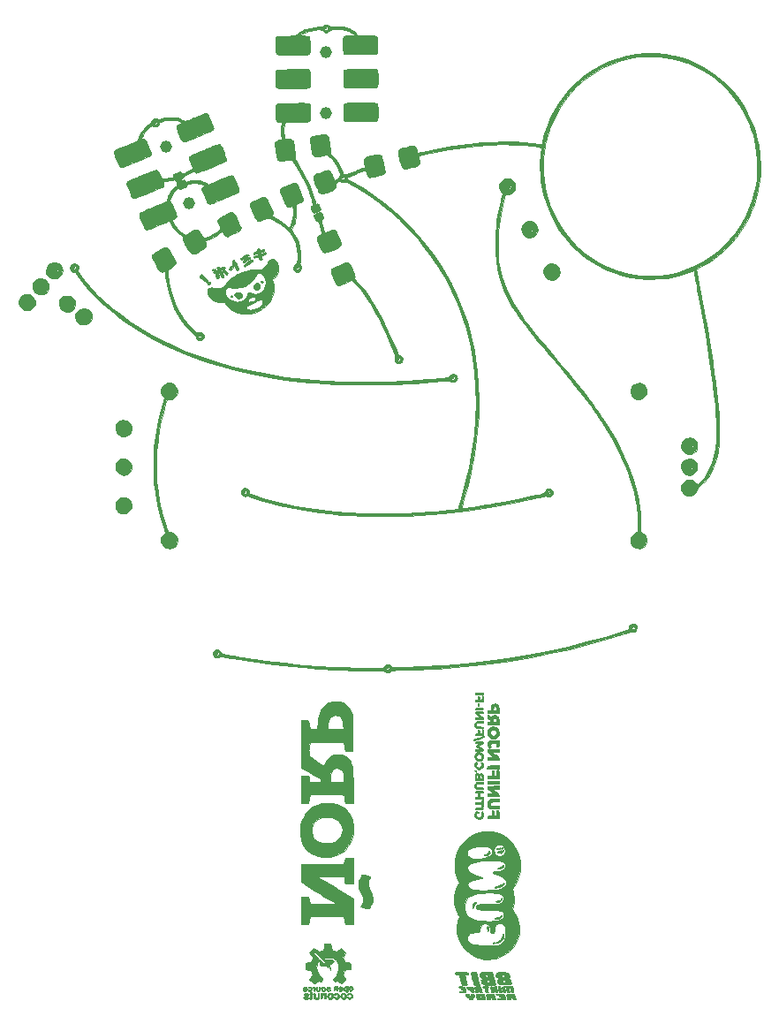
<source format=gbr>
G04 #@! TF.GenerationSoftware,KiCad,Pcbnew,5.0.2-bee76a0~70~ubuntu18.04.1*
G04 #@! TF.CreationDate,2019-07-17T02:08:38+03:00*
G04 #@! TF.ProjectId,Njorp_PCB,4e6a6f72-705f-4504-9342-2e6b69636164,rev?*
G04 #@! TF.SameCoordinates,Original*
G04 #@! TF.FileFunction,Copper,L2,Bot*
G04 #@! TF.FilePolarity,Positive*
%FSLAX46Y46*%
G04 Gerber Fmt 4.6, Leading zero omitted, Abs format (unit mm)*
G04 Created by KiCad (PCBNEW 5.0.2-bee76a0~70~ubuntu18.04.1) date ke 17. heinäkuuta 2019 02.08.38*
%MOMM*%
%LPD*%
G01*
G04 APERTURE LIST*
G04 #@! TA.AperFunction,EtchedComponent*
%ADD10C,0.010000*%
G04 #@! TD*
G04 #@! TA.AperFunction,ComponentPad*
%ADD11C,0.767990*%
G04 #@! TD*
G04 #@! TA.AperFunction,ComponentPad*
%ADD12C,0.281902*%
G04 #@! TD*
G04 #@! TA.AperFunction,ComponentPad*
%ADD13C,1.158425*%
G04 #@! TD*
G04 APERTURE END LIST*
D10*
G04 #@! TO.C,G\002A\002A\002A*
G36*
X5012200Y-46107873D02*
X5066521Y-46139662D01*
X5091642Y-46213119D01*
X5092478Y-46217417D01*
X5089354Y-46340835D01*
X5034179Y-46420534D01*
X4968176Y-46439667D01*
X4928566Y-46466346D01*
X4935616Y-46545500D01*
X4945879Y-46612921D01*
X4917647Y-46643221D01*
X4830823Y-46651127D01*
X4791200Y-46651334D01*
X4678491Y-46643975D01*
X4624870Y-46613356D01*
X4606694Y-46556516D01*
X4563930Y-46474513D01*
X4512651Y-46446340D01*
X4389703Y-46385193D01*
X4294302Y-46270920D01*
X4264732Y-46196250D01*
X4258207Y-46134674D01*
X4293260Y-46107508D01*
X4390210Y-46101038D01*
X4405823Y-46101000D01*
X4517212Y-46109457D01*
X4572885Y-46145213D01*
X4596949Y-46206834D01*
X4648019Y-46293607D01*
X4704395Y-46312667D01*
X4760766Y-46296758D01*
X4764802Y-46233784D01*
X4758717Y-46206834D01*
X4748482Y-46139143D01*
X4777095Y-46108915D01*
X4864708Y-46101176D01*
X4901142Y-46101000D01*
X5012200Y-46107873D01*
X5012200Y-46107873D01*
G37*
X5012200Y-46107873D02*
X5066521Y-46139662D01*
X5091642Y-46213119D01*
X5092478Y-46217417D01*
X5089354Y-46340835D01*
X5034179Y-46420534D01*
X4968176Y-46439667D01*
X4928566Y-46466346D01*
X4935616Y-46545500D01*
X4945879Y-46612921D01*
X4917647Y-46643221D01*
X4830823Y-46651127D01*
X4791200Y-46651334D01*
X4678491Y-46643975D01*
X4624870Y-46613356D01*
X4606694Y-46556516D01*
X4563930Y-46474513D01*
X4512651Y-46446340D01*
X4389703Y-46385193D01*
X4294302Y-46270920D01*
X4264732Y-46196250D01*
X4258207Y-46134674D01*
X4293260Y-46107508D01*
X4390210Y-46101038D01*
X4405823Y-46101000D01*
X4517212Y-46109457D01*
X4572885Y-46145213D01*
X4596949Y-46206834D01*
X4648019Y-46293607D01*
X4704395Y-46312667D01*
X4760766Y-46296758D01*
X4764802Y-46233784D01*
X4758717Y-46206834D01*
X4748482Y-46139143D01*
X4777095Y-46108915D01*
X4864708Y-46101176D01*
X4901142Y-46101000D01*
X5012200Y-46107873D01*
G36*
X6085759Y-46302084D02*
X6119423Y-46437319D01*
X6150598Y-46546663D01*
X6161058Y-46577250D01*
X6167328Y-46613363D01*
X6141901Y-46635428D01*
X6069814Y-46646827D01*
X5936101Y-46650945D01*
X5833453Y-46651334D01*
X5629493Y-46644530D01*
X5482557Y-46625302D01*
X5410262Y-46598417D01*
X5350093Y-46517924D01*
X5297388Y-46395419D01*
X5275493Y-46310735D01*
X5596819Y-46310735D01*
X5629285Y-46415744D01*
X5679666Y-46491253D01*
X5741527Y-46523597D01*
X5788916Y-46505489D01*
X5799666Y-46463589D01*
X5780181Y-46351750D01*
X5732685Y-46250513D01*
X5673617Y-46190936D01*
X5652547Y-46185667D01*
X5597386Y-46216742D01*
X5596819Y-46310735D01*
X5275493Y-46310735D01*
X5264281Y-46267371D01*
X5262904Y-46170248D01*
X5265312Y-46162754D01*
X5297708Y-46131459D01*
X5375195Y-46112237D01*
X5512046Y-46102877D01*
X5664067Y-46101000D01*
X6039125Y-46101000D01*
X6085759Y-46302084D01*
X6085759Y-46302084D01*
G37*
X6085759Y-46302084D02*
X6119423Y-46437319D01*
X6150598Y-46546663D01*
X6161058Y-46577250D01*
X6167328Y-46613363D01*
X6141901Y-46635428D01*
X6069814Y-46646827D01*
X5936101Y-46650945D01*
X5833453Y-46651334D01*
X5629493Y-46644530D01*
X5482557Y-46625302D01*
X5410262Y-46598417D01*
X5350093Y-46517924D01*
X5297388Y-46395419D01*
X5275493Y-46310735D01*
X5596819Y-46310735D01*
X5629285Y-46415744D01*
X5679666Y-46491253D01*
X5741527Y-46523597D01*
X5788916Y-46505489D01*
X5799666Y-46463589D01*
X5780181Y-46351750D01*
X5732685Y-46250513D01*
X5673617Y-46190936D01*
X5652547Y-46185667D01*
X5597386Y-46216742D01*
X5596819Y-46310735D01*
X5275493Y-46310735D01*
X5264281Y-46267371D01*
X5262904Y-46170248D01*
X5265312Y-46162754D01*
X5297708Y-46131459D01*
X5375195Y-46112237D01*
X5512046Y-46102877D01*
X5664067Y-46101000D01*
X6039125Y-46101000D01*
X6085759Y-46302084D01*
G36*
X6592088Y-46101648D02*
X6755224Y-46105753D01*
X6887310Y-46116025D01*
X6963846Y-46130405D01*
X6970035Y-46133398D01*
X7010006Y-46190746D01*
X7053072Y-46298132D01*
X7067630Y-46347065D01*
X7103020Y-46473143D01*
X7132876Y-46570161D01*
X7140040Y-46590481D01*
X7135400Y-46630743D01*
X7070708Y-46648712D01*
X6994118Y-46651334D01*
X6881060Y-46643465D01*
X6824227Y-46609857D01*
X6798282Y-46545500D01*
X6748529Y-46459782D01*
X6693730Y-46439667D01*
X6638222Y-46458786D01*
X6633250Y-46530019D01*
X6635972Y-46545500D01*
X6641172Y-46615378D01*
X6605896Y-46645011D01*
X6508679Y-46651326D01*
X6501773Y-46651334D01*
X6394618Y-46638124D01*
X6334031Y-46605159D01*
X6330720Y-46598417D01*
X6267230Y-46390944D01*
X6235784Y-46251057D01*
X6236226Y-46246063D01*
X6561666Y-46246063D01*
X6597276Y-46301021D01*
X6649861Y-46312667D01*
X6714379Y-46292443D01*
X6720436Y-46259750D01*
X6674884Y-46207038D01*
X6610872Y-46194063D01*
X6565941Y-46224061D01*
X6561666Y-46246063D01*
X6236226Y-46246063D01*
X6243372Y-46165469D01*
X6296986Y-46120890D01*
X6403617Y-46104032D01*
X6570259Y-46101606D01*
X6592088Y-46101648D01*
X6592088Y-46101648D01*
G37*
X6592088Y-46101648D02*
X6755224Y-46105753D01*
X6887310Y-46116025D01*
X6963846Y-46130405D01*
X6970035Y-46133398D01*
X7010006Y-46190746D01*
X7053072Y-46298132D01*
X7067630Y-46347065D01*
X7103020Y-46473143D01*
X7132876Y-46570161D01*
X7140040Y-46590481D01*
X7135400Y-46630743D01*
X7070708Y-46648712D01*
X6994118Y-46651334D01*
X6881060Y-46643465D01*
X6824227Y-46609857D01*
X6798282Y-46545500D01*
X6748529Y-46459782D01*
X6693730Y-46439667D01*
X6638222Y-46458786D01*
X6633250Y-46530019D01*
X6635972Y-46545500D01*
X6641172Y-46615378D01*
X6605896Y-46645011D01*
X6508679Y-46651326D01*
X6501773Y-46651334D01*
X6394618Y-46638124D01*
X6334031Y-46605159D01*
X6330720Y-46598417D01*
X6267230Y-46390944D01*
X6235784Y-46251057D01*
X6236226Y-46246063D01*
X6561666Y-46246063D01*
X6597276Y-46301021D01*
X6649861Y-46312667D01*
X6714379Y-46292443D01*
X6720436Y-46259750D01*
X6674884Y-46207038D01*
X6610872Y-46194063D01*
X6565941Y-46224061D01*
X6561666Y-46246063D01*
X6236226Y-46246063D01*
X6243372Y-46165469D01*
X6296986Y-46120890D01*
X6403617Y-46104032D01*
X6570259Y-46101606D01*
X6592088Y-46101648D01*
G36*
X7703680Y-46103813D02*
X7833030Y-46111622D01*
X7921737Y-46124985D01*
X7943702Y-46133398D01*
X7988892Y-46197980D01*
X8030534Y-46312120D01*
X8059571Y-46440889D01*
X8066942Y-46549359D01*
X8060381Y-46583300D01*
X8030772Y-46618138D01*
X7963755Y-46639075D01*
X7842785Y-46649117D01*
X7686026Y-46651334D01*
X7521784Y-46648115D01*
X7391659Y-46639555D01*
X7317597Y-46627300D01*
X7309555Y-46623111D01*
X7281952Y-46571347D01*
X7327003Y-46539504D01*
X7449195Y-46525452D01*
X7517694Y-46524334D01*
X7660324Y-46518232D01*
X7728723Y-46498372D01*
X7736628Y-46471417D01*
X7685618Y-46425369D01*
X7616684Y-46404332D01*
X7513301Y-46378516D01*
X7472503Y-46346246D01*
X7500416Y-46320299D01*
X7572727Y-46312667D01*
X7675218Y-46302048D01*
X7705906Y-46276090D01*
X7674126Y-46243640D01*
X7589214Y-46213548D01*
X7460505Y-46194659D01*
X7447339Y-46193825D01*
X7311696Y-46179622D01*
X7210547Y-46157167D01*
X7177616Y-46140908D01*
X7197183Y-46124019D01*
X7280439Y-46111661D01*
X7406518Y-46104037D01*
X7554554Y-46101353D01*
X7703680Y-46103813D01*
X7703680Y-46103813D01*
G37*
X7703680Y-46103813D02*
X7833030Y-46111622D01*
X7921737Y-46124985D01*
X7943702Y-46133398D01*
X7988892Y-46197980D01*
X8030534Y-46312120D01*
X8059571Y-46440889D01*
X8066942Y-46549359D01*
X8060381Y-46583300D01*
X8030772Y-46618138D01*
X7963755Y-46639075D01*
X7842785Y-46649117D01*
X7686026Y-46651334D01*
X7521784Y-46648115D01*
X7391659Y-46639555D01*
X7317597Y-46627300D01*
X7309555Y-46623111D01*
X7281952Y-46571347D01*
X7327003Y-46539504D01*
X7449195Y-46525452D01*
X7517694Y-46524334D01*
X7660324Y-46518232D01*
X7728723Y-46498372D01*
X7736628Y-46471417D01*
X7685618Y-46425369D01*
X7616684Y-46404332D01*
X7513301Y-46378516D01*
X7472503Y-46346246D01*
X7500416Y-46320299D01*
X7572727Y-46312667D01*
X7675218Y-46302048D01*
X7705906Y-46276090D01*
X7674126Y-46243640D01*
X7589214Y-46213548D01*
X7460505Y-46194659D01*
X7447339Y-46193825D01*
X7311696Y-46179622D01*
X7210547Y-46157167D01*
X7177616Y-46140908D01*
X7197183Y-46124019D01*
X7280439Y-46111661D01*
X7406518Y-46104037D01*
X7554554Y-46101353D01*
X7703680Y-46103813D01*
G36*
X9021479Y-46354956D02*
X9052927Y-46490915D01*
X9068666Y-46591039D01*
X9066432Y-46630123D01*
X9013024Y-46645407D01*
X8921600Y-46651334D01*
X8824086Y-46632829D01*
X8765480Y-46561286D01*
X8750041Y-46524334D01*
X8692483Y-46430534D01*
X8627777Y-46397334D01*
X8577998Y-46413438D01*
X8570851Y-46476618D01*
X8578850Y-46524334D01*
X8589805Y-46608016D01*
X8562701Y-46643412D01*
X8476420Y-46651249D01*
X8449463Y-46651334D01*
X8324600Y-46633249D01*
X8270066Y-46587201D01*
X8260161Y-46495170D01*
X8269366Y-46431635D01*
X8260406Y-46330838D01*
X8224926Y-46290222D01*
X8197301Y-46246063D01*
X8509000Y-46246063D01*
X8544610Y-46301021D01*
X8597194Y-46312667D01*
X8661713Y-46292443D01*
X8667769Y-46259750D01*
X8622218Y-46207038D01*
X8558206Y-46194063D01*
X8513274Y-46224061D01*
X8509000Y-46246063D01*
X8197301Y-46246063D01*
X8178599Y-46216170D01*
X8183293Y-46170622D01*
X8210849Y-46136201D01*
X8272219Y-46115033D01*
X8383803Y-46104259D01*
X8562003Y-46101020D01*
X8582662Y-46101000D01*
X8955315Y-46101000D01*
X9021479Y-46354956D01*
X9021479Y-46354956D01*
G37*
X9021479Y-46354956D02*
X9052927Y-46490915D01*
X9068666Y-46591039D01*
X9066432Y-46630123D01*
X9013024Y-46645407D01*
X8921600Y-46651334D01*
X8824086Y-46632829D01*
X8765480Y-46561286D01*
X8750041Y-46524334D01*
X8692483Y-46430534D01*
X8627777Y-46397334D01*
X8577998Y-46413438D01*
X8570851Y-46476618D01*
X8578850Y-46524334D01*
X8589805Y-46608016D01*
X8562701Y-46643412D01*
X8476420Y-46651249D01*
X8449463Y-46651334D01*
X8324600Y-46633249D01*
X8270066Y-46587201D01*
X8260161Y-46495170D01*
X8269366Y-46431635D01*
X8260406Y-46330838D01*
X8224926Y-46290222D01*
X8197301Y-46246063D01*
X8509000Y-46246063D01*
X8544610Y-46301021D01*
X8597194Y-46312667D01*
X8661713Y-46292443D01*
X8667769Y-46259750D01*
X8622218Y-46207038D01*
X8558206Y-46194063D01*
X8513274Y-46224061D01*
X8509000Y-46246063D01*
X8197301Y-46246063D01*
X8178599Y-46216170D01*
X8183293Y-46170622D01*
X8210849Y-46136201D01*
X8272219Y-46115033D01*
X8383803Y-46104259D01*
X8562003Y-46101020D01*
X8582662Y-46101000D01*
X8955315Y-46101000D01*
X9021479Y-46354956D01*
G36*
X-10906824Y-46031329D02*
X-10845800Y-46067134D01*
X-10804517Y-46148505D01*
X-10795000Y-46213601D01*
X-10814462Y-46283543D01*
X-10886145Y-46332731D01*
X-10964334Y-46360002D01*
X-11088511Y-46408272D01*
X-11130407Y-46447958D01*
X-11091782Y-46470489D01*
X-10974397Y-46467294D01*
X-10943167Y-46463046D01*
X-10816114Y-46455353D01*
X-10754999Y-46475636D01*
X-10766191Y-46517905D01*
X-10834551Y-46565177D01*
X-10973211Y-46605367D01*
X-11116282Y-46595150D01*
X-11226941Y-46537728D01*
X-11233960Y-46530456D01*
X-11282906Y-46434437D01*
X-11249972Y-46349892D01*
X-11137659Y-46281355D01*
X-11086953Y-46264019D01*
X-10983784Y-46225228D01*
X-10926281Y-46188305D01*
X-10922000Y-46178966D01*
X-10955005Y-46149185D01*
X-11026249Y-46145969D01*
X-11094083Y-46167855D01*
X-11112500Y-46185667D01*
X-11170124Y-46225197D01*
X-11233395Y-46215238D01*
X-11260667Y-46165990D01*
X-11223862Y-46092973D01*
X-11133033Y-46041523D01*
X-11017560Y-46018642D01*
X-10906824Y-46031329D01*
X-10906824Y-46031329D01*
G37*
X-10906824Y-46031329D02*
X-10845800Y-46067134D01*
X-10804517Y-46148505D01*
X-10795000Y-46213601D01*
X-10814462Y-46283543D01*
X-10886145Y-46332731D01*
X-10964334Y-46360002D01*
X-11088511Y-46408272D01*
X-11130407Y-46447958D01*
X-11091782Y-46470489D01*
X-10974397Y-46467294D01*
X-10943167Y-46463046D01*
X-10816114Y-46455353D01*
X-10754999Y-46475636D01*
X-10766191Y-46517905D01*
X-10834551Y-46565177D01*
X-10973211Y-46605367D01*
X-11116282Y-46595150D01*
X-11226941Y-46537728D01*
X-11233960Y-46530456D01*
X-11282906Y-46434437D01*
X-11249972Y-46349892D01*
X-11137659Y-46281355D01*
X-11086953Y-46264019D01*
X-10983784Y-46225228D01*
X-10926281Y-46188305D01*
X-10922000Y-46178966D01*
X-10955005Y-46149185D01*
X-11026249Y-46145969D01*
X-11094083Y-46167855D01*
X-11112500Y-46185667D01*
X-11170124Y-46225197D01*
X-11233395Y-46215238D01*
X-11260667Y-46165990D01*
X-11223862Y-46092973D01*
X-11133033Y-46041523D01*
X-11017560Y-46018642D01*
X-10906824Y-46031329D01*
G36*
X-10483250Y-45921595D02*
X-10430150Y-45994762D01*
X-10398407Y-46077040D01*
X-10404729Y-46135976D01*
X-10411412Y-46141734D01*
X-10436695Y-46194878D01*
X-10457234Y-46303215D01*
X-10464199Y-46376985D01*
X-10477868Y-46505834D01*
X-10504660Y-46572262D01*
X-10554943Y-46598466D01*
X-10568756Y-46600838D01*
X-10652456Y-46594330D01*
X-10685863Y-46572013D01*
X-10682006Y-46515432D01*
X-10668691Y-46503594D01*
X-10640584Y-46446365D01*
X-10627530Y-46343071D01*
X-10629985Y-46230512D01*
X-10648403Y-46145488D01*
X-10664004Y-46124637D01*
X-10679255Y-46073964D01*
X-10652652Y-45995897D01*
X-10601556Y-45923555D01*
X-10543331Y-45890058D01*
X-10541000Y-45889994D01*
X-10483250Y-45921595D01*
X-10483250Y-45921595D01*
G37*
X-10483250Y-45921595D02*
X-10430150Y-45994762D01*
X-10398407Y-46077040D01*
X-10404729Y-46135976D01*
X-10411412Y-46141734D01*
X-10436695Y-46194878D01*
X-10457234Y-46303215D01*
X-10464199Y-46376985D01*
X-10477868Y-46505834D01*
X-10504660Y-46572262D01*
X-10554943Y-46598466D01*
X-10568756Y-46600838D01*
X-10652456Y-46594330D01*
X-10685863Y-46572013D01*
X-10682006Y-46515432D01*
X-10668691Y-46503594D01*
X-10640584Y-46446365D01*
X-10627530Y-46343071D01*
X-10629985Y-46230512D01*
X-10648403Y-46145488D01*
X-10664004Y-46124637D01*
X-10679255Y-46073964D01*
X-10652652Y-45995897D01*
X-10601556Y-45923555D01*
X-10543331Y-45890058D01*
X-10541000Y-45889994D01*
X-10483250Y-45921595D01*
G36*
X-9805082Y-46036363D02*
X-9785307Y-46107099D01*
X-9779043Y-46244514D01*
X-9779000Y-46261867D01*
X-9787057Y-46435546D01*
X-9821076Y-46541237D01*
X-9895829Y-46590893D01*
X-10026088Y-46596465D01*
X-10170584Y-46578679D01*
X-10233435Y-46564663D01*
X-10268278Y-46533035D01*
X-10283362Y-46463245D01*
X-10286938Y-46334741D01*
X-10287000Y-46288688D01*
X-10282685Y-46135242D01*
X-10267280Y-46050319D01*
X-10237097Y-46018098D01*
X-10223500Y-46016334D01*
X-10178341Y-46045729D01*
X-10160677Y-46141951D01*
X-10160000Y-46177576D01*
X-10140799Y-46326156D01*
X-10089965Y-46430602D01*
X-10017648Y-46474865D01*
X-9975622Y-46469040D01*
X-9930593Y-46425819D01*
X-9909439Y-46329152D01*
X-9906000Y-46229329D01*
X-9899282Y-46095754D01*
X-9875998Y-46030271D01*
X-9842500Y-46016334D01*
X-9805082Y-46036363D01*
X-9805082Y-46036363D01*
G37*
X-9805082Y-46036363D02*
X-9785307Y-46107099D01*
X-9779043Y-46244514D01*
X-9779000Y-46261867D01*
X-9787057Y-46435546D01*
X-9821076Y-46541237D01*
X-9895829Y-46590893D01*
X-10026088Y-46596465D01*
X-10170584Y-46578679D01*
X-10233435Y-46564663D01*
X-10268278Y-46533035D01*
X-10283362Y-46463245D01*
X-10286938Y-46334741D01*
X-10287000Y-46288688D01*
X-10282685Y-46135242D01*
X-10267280Y-46050319D01*
X-10237097Y-46018098D01*
X-10223500Y-46016334D01*
X-10178341Y-46045729D01*
X-10160677Y-46141951D01*
X-10160000Y-46177576D01*
X-10140799Y-46326156D01*
X-10089965Y-46430602D01*
X-10017648Y-46474865D01*
X-9975622Y-46469040D01*
X-9930593Y-46425819D01*
X-9909439Y-46329152D01*
X-9906000Y-46229329D01*
X-9899282Y-46095754D01*
X-9875998Y-46030271D01*
X-9842500Y-46016334D01*
X-9805082Y-46036363D01*
G36*
X-8552705Y-46052103D02*
X-8458697Y-46151365D01*
X-8424340Y-46303186D01*
X-8424334Y-46305417D01*
X-8459311Y-46454136D01*
X-8550754Y-46557610D01*
X-8678431Y-46603941D01*
X-8822108Y-46581230D01*
X-8860597Y-46561963D01*
X-8953929Y-46463074D01*
X-8991296Y-46324802D01*
X-8981396Y-46262606D01*
X-8833700Y-46262606D01*
X-8833547Y-46361050D01*
X-8804878Y-46419050D01*
X-8718850Y-46477321D01*
X-8636500Y-46453140D01*
X-8593667Y-46397334D01*
X-8574063Y-46291787D01*
X-8612966Y-46197708D01*
X-8694832Y-46146015D01*
X-8721350Y-46143334D01*
X-8792891Y-46178779D01*
X-8833700Y-46262606D01*
X-8981396Y-46262606D01*
X-8970971Y-46197112D01*
X-8909527Y-46083532D01*
X-8820170Y-46029638D01*
X-8695478Y-46016982D01*
X-8552705Y-46052103D01*
X-8552705Y-46052103D01*
G37*
X-8552705Y-46052103D02*
X-8458697Y-46151365D01*
X-8424340Y-46303186D01*
X-8424334Y-46305417D01*
X-8459311Y-46454136D01*
X-8550754Y-46557610D01*
X-8678431Y-46603941D01*
X-8822108Y-46581230D01*
X-8860597Y-46561963D01*
X-8953929Y-46463074D01*
X-8991296Y-46324802D01*
X-8981396Y-46262606D01*
X-8833700Y-46262606D01*
X-8833547Y-46361050D01*
X-8804878Y-46419050D01*
X-8718850Y-46477321D01*
X-8636500Y-46453140D01*
X-8593667Y-46397334D01*
X-8574063Y-46291787D01*
X-8612966Y-46197708D01*
X-8694832Y-46146015D01*
X-8721350Y-46143334D01*
X-8792891Y-46178779D01*
X-8833700Y-46262606D01*
X-8981396Y-46262606D01*
X-8970971Y-46197112D01*
X-8909527Y-46083532D01*
X-8820170Y-46029638D01*
X-8695478Y-46016982D01*
X-8552705Y-46052103D01*
G36*
X-7976058Y-46034153D02*
X-7898191Y-46082857D01*
X-7842340Y-46188861D01*
X-7830565Y-46325546D01*
X-7860700Y-46456753D01*
X-7925753Y-46543100D01*
X-8020366Y-46593162D01*
X-8085667Y-46609000D01*
X-8168745Y-46585837D01*
X-8245581Y-46543100D01*
X-8315405Y-46480954D01*
X-8339667Y-46437266D01*
X-8307824Y-46403131D01*
X-8239572Y-46400554D01*
X-8175829Y-46426606D01*
X-8158138Y-46450250D01*
X-8123318Y-46481567D01*
X-8059360Y-46456510D01*
X-7982332Y-46369786D01*
X-7973126Y-46259591D01*
X-8024946Y-46167769D01*
X-8086229Y-46120542D01*
X-8139466Y-46138055D01*
X-8168115Y-46162492D01*
X-8255610Y-46218677D01*
X-8319296Y-46218653D01*
X-8339667Y-46172967D01*
X-8303466Y-46089496D01*
X-8212831Y-46034870D01*
X-8094711Y-46014589D01*
X-7976058Y-46034153D01*
X-7976058Y-46034153D01*
G37*
X-7976058Y-46034153D02*
X-7898191Y-46082857D01*
X-7842340Y-46188861D01*
X-7830565Y-46325546D01*
X-7860700Y-46456753D01*
X-7925753Y-46543100D01*
X-8020366Y-46593162D01*
X-8085667Y-46609000D01*
X-8168745Y-46585837D01*
X-8245581Y-46543100D01*
X-8315405Y-46480954D01*
X-8339667Y-46437266D01*
X-8307824Y-46403131D01*
X-8239572Y-46400554D01*
X-8175829Y-46426606D01*
X-8158138Y-46450250D01*
X-8123318Y-46481567D01*
X-8059360Y-46456510D01*
X-7982332Y-46369786D01*
X-7973126Y-46259591D01*
X-8024946Y-46167769D01*
X-8086229Y-46120542D01*
X-8139466Y-46138055D01*
X-8168115Y-46162492D01*
X-8255610Y-46218677D01*
X-8319296Y-46218653D01*
X-8339667Y-46172967D01*
X-8303466Y-46089496D01*
X-8212831Y-46034870D01*
X-8094711Y-46014589D01*
X-7976058Y-46034153D01*
G36*
X-7313314Y-46040349D02*
X-7204568Y-46117918D01*
X-7156376Y-46252929D01*
X-7154334Y-46294989D01*
X-7184702Y-46430530D01*
X-7265876Y-46521261D01*
X-7370018Y-46590256D01*
X-7456960Y-46601557D01*
X-7567137Y-46559492D01*
X-7576964Y-46554560D01*
X-7688813Y-46456185D01*
X-7722906Y-46351131D01*
X-7569040Y-46351131D01*
X-7525632Y-46432436D01*
X-7442757Y-46475425D01*
X-7373091Y-46442928D01*
X-7333784Y-46344030D01*
X-7332089Y-46329881D01*
X-7343248Y-46210875D01*
X-7392812Y-46134879D01*
X-7465230Y-46117828D01*
X-7514167Y-46143334D01*
X-7568621Y-46236305D01*
X-7569040Y-46351131D01*
X-7722906Y-46351131D01*
X-7732907Y-46320316D01*
X-7702713Y-46167940D01*
X-7699474Y-46160971D01*
X-7639708Y-46073553D01*
X-7550020Y-46033527D01*
X-7477964Y-46024114D01*
X-7313314Y-46040349D01*
X-7313314Y-46040349D01*
G37*
X-7313314Y-46040349D02*
X-7204568Y-46117918D01*
X-7156376Y-46252929D01*
X-7154334Y-46294989D01*
X-7184702Y-46430530D01*
X-7265876Y-46521261D01*
X-7370018Y-46590256D01*
X-7456960Y-46601557D01*
X-7567137Y-46559492D01*
X-7576964Y-46554560D01*
X-7688813Y-46456185D01*
X-7722906Y-46351131D01*
X-7569040Y-46351131D01*
X-7525632Y-46432436D01*
X-7442757Y-46475425D01*
X-7373091Y-46442928D01*
X-7333784Y-46344030D01*
X-7332089Y-46329881D01*
X-7343248Y-46210875D01*
X-7392812Y-46134879D01*
X-7465230Y-46117828D01*
X-7514167Y-46143334D01*
X-7568621Y-46236305D01*
X-7569040Y-46351131D01*
X-7722906Y-46351131D01*
X-7732907Y-46320316D01*
X-7702713Y-46167940D01*
X-7699474Y-46160971D01*
X-7639708Y-46073553D01*
X-7550020Y-46033527D01*
X-7477964Y-46024114D01*
X-7313314Y-46040349D01*
G36*
X-6709811Y-46018250D02*
X-6621899Y-46077262D01*
X-6619175Y-46080869D01*
X-6572767Y-46198216D01*
X-6565621Y-46340911D01*
X-6598228Y-46465208D01*
X-6614584Y-46490801D01*
X-6727239Y-46572501D01*
X-6866013Y-46580920D01*
X-6942292Y-46554094D01*
X-7017496Y-46496084D01*
X-7060399Y-46427163D01*
X-7060896Y-46372203D01*
X-7023188Y-46355000D01*
X-6953792Y-46381318D01*
X-6889260Y-46428522D01*
X-6825499Y-46477254D01*
X-6783117Y-46463965D01*
X-6748344Y-46420430D01*
X-6701262Y-46337714D01*
X-6688667Y-46291500D01*
X-6711782Y-46222557D01*
X-6748344Y-46162570D01*
X-6797655Y-46107345D01*
X-6843030Y-46115595D01*
X-6889260Y-46154479D01*
X-6981650Y-46216395D01*
X-7047193Y-46219610D01*
X-7069667Y-46169684D01*
X-7033435Y-46084539D01*
X-6943061Y-46027307D01*
X-6826026Y-46003405D01*
X-6709811Y-46018250D01*
X-6709811Y-46018250D01*
G37*
X-6709811Y-46018250D02*
X-6621899Y-46077262D01*
X-6619175Y-46080869D01*
X-6572767Y-46198216D01*
X-6565621Y-46340911D01*
X-6598228Y-46465208D01*
X-6614584Y-46490801D01*
X-6727239Y-46572501D01*
X-6866013Y-46580920D01*
X-6942292Y-46554094D01*
X-7017496Y-46496084D01*
X-7060399Y-46427163D01*
X-7060896Y-46372203D01*
X-7023188Y-46355000D01*
X-6953792Y-46381318D01*
X-6889260Y-46428522D01*
X-6825499Y-46477254D01*
X-6783117Y-46463965D01*
X-6748344Y-46420430D01*
X-6701262Y-46337714D01*
X-6688667Y-46291500D01*
X-6711782Y-46222557D01*
X-6748344Y-46162570D01*
X-6797655Y-46107345D01*
X-6843030Y-46115595D01*
X-6889260Y-46154479D01*
X-6981650Y-46216395D01*
X-7047193Y-46219610D01*
X-7069667Y-46169684D01*
X-7033435Y-46084539D01*
X-6943061Y-46027307D01*
X-6826026Y-46003405D01*
X-6709811Y-46018250D01*
G36*
X-9101667Y-46025090D02*
X-9101667Y-46295878D01*
X-9104507Y-46443603D01*
X-9116823Y-46525471D01*
X-9144309Y-46560209D01*
X-9184014Y-46566667D01*
X-9235881Y-46552202D01*
X-9264196Y-46495199D01*
X-9278628Y-46375246D01*
X-9279264Y-46365584D01*
X-9292932Y-46241623D01*
X-9319745Y-46181544D01*
X-9369762Y-46164618D01*
X-9376834Y-46164500D01*
X-9429898Y-46178069D01*
X-9458694Y-46232595D01*
X-9473277Y-46348807D01*
X-9474403Y-46365584D01*
X-9496582Y-46502127D01*
X-9534152Y-46563823D01*
X-9577007Y-46548354D01*
X-9615040Y-46453404D01*
X-9625465Y-46400200D01*
X-9632806Y-46262603D01*
X-9616210Y-46141204D01*
X-9611357Y-46126611D01*
X-9579547Y-46064863D01*
X-9528505Y-46033272D01*
X-9433641Y-46022515D01*
X-9336148Y-46022289D01*
X-9101667Y-46025090D01*
X-9101667Y-46025090D01*
G37*
X-9101667Y-46025090D02*
X-9101667Y-46295878D01*
X-9104507Y-46443603D01*
X-9116823Y-46525471D01*
X-9144309Y-46560209D01*
X-9184014Y-46566667D01*
X-9235881Y-46552202D01*
X-9264196Y-46495199D01*
X-9278628Y-46375246D01*
X-9279264Y-46365584D01*
X-9292932Y-46241623D01*
X-9319745Y-46181544D01*
X-9369762Y-46164618D01*
X-9376834Y-46164500D01*
X-9429898Y-46178069D01*
X-9458694Y-46232595D01*
X-9473277Y-46348807D01*
X-9474403Y-46365584D01*
X-9496582Y-46502127D01*
X-9534152Y-46563823D01*
X-9577007Y-46548354D01*
X-9615040Y-46453404D01*
X-9625465Y-46400200D01*
X-9632806Y-46262603D01*
X-9616210Y-46141204D01*
X-9611357Y-46126611D01*
X-9579547Y-46064863D01*
X-9528505Y-46033272D01*
X-9433641Y-46022515D01*
X-9336148Y-46022289D01*
X-9101667Y-46025090D01*
G36*
X-7027334Y-45391314D02*
X-7027334Y-45682657D01*
X-7031177Y-45842108D01*
X-7044979Y-45932775D01*
X-7072146Y-45970286D01*
X-7090834Y-45974000D01*
X-7142438Y-45938286D01*
X-7154334Y-45884804D01*
X-7171384Y-45820551D01*
X-7223956Y-45822325D01*
X-7309486Y-45815953D01*
X-7393017Y-45754904D01*
X-7445171Y-45664620D01*
X-7450667Y-45625989D01*
X-7446287Y-45603584D01*
X-7315896Y-45603584D01*
X-7313440Y-45689006D01*
X-7267521Y-45718457D01*
X-7239000Y-45720000D01*
X-7174571Y-45704161D01*
X-7159044Y-45640585D01*
X-7162105Y-45603584D01*
X-7193065Y-45514128D01*
X-7239000Y-45487167D01*
X-7292154Y-45525056D01*
X-7315896Y-45603584D01*
X-7446287Y-45603584D01*
X-7423784Y-45488503D01*
X-7339481Y-45411228D01*
X-7196598Y-45388978D01*
X-7027334Y-45391314D01*
X-7027334Y-45391314D01*
G37*
X-7027334Y-45391314D02*
X-7027334Y-45682657D01*
X-7031177Y-45842108D01*
X-7044979Y-45932775D01*
X-7072146Y-45970286D01*
X-7090834Y-45974000D01*
X-7142438Y-45938286D01*
X-7154334Y-45884804D01*
X-7171384Y-45820551D01*
X-7223956Y-45822325D01*
X-7309486Y-45815953D01*
X-7393017Y-45754904D01*
X-7445171Y-45664620D01*
X-7450667Y-45625989D01*
X-7446287Y-45603584D01*
X-7315896Y-45603584D01*
X-7313440Y-45689006D01*
X-7267521Y-45718457D01*
X-7239000Y-45720000D01*
X-7174571Y-45704161D01*
X-7159044Y-45640585D01*
X-7162105Y-45603584D01*
X-7193065Y-45514128D01*
X-7239000Y-45487167D01*
X-7292154Y-45525056D01*
X-7315896Y-45603584D01*
X-7446287Y-45603584D01*
X-7423784Y-45488503D01*
X-7339481Y-45411228D01*
X-7196598Y-45388978D01*
X-7027334Y-45391314D01*
G36*
X3883681Y-45389983D02*
X4038025Y-45399617D01*
X4130439Y-45417223D01*
X4183658Y-45451241D01*
X4220418Y-45510109D01*
X4223281Y-45516044D01*
X4262988Y-45637581D01*
X4286411Y-45780083D01*
X4287183Y-45791211D01*
X4296833Y-45952834D01*
X4016309Y-45965232D01*
X3857142Y-45967908D01*
X3763925Y-45956345D01*
X3718676Y-45927430D01*
X3710720Y-45912315D01*
X3710581Y-45871632D01*
X3762093Y-45852001D01*
X3878356Y-45847000D01*
X4003759Y-45838741D01*
X4053613Y-45812425D01*
X4053436Y-45794084D01*
X4001550Y-45742980D01*
X3954658Y-45726474D01*
X3867653Y-45698577D01*
X3828479Y-45664211D01*
X3849086Y-45639285D01*
X3886200Y-45635334D01*
X3961716Y-45610774D01*
X3979333Y-45571834D01*
X3954402Y-45529980D01*
X3869631Y-45510915D01*
X3788833Y-45508334D01*
X3664432Y-45500446D01*
X3607224Y-45473046D01*
X3598333Y-45442899D01*
X3612768Y-45407955D01*
X3667297Y-45390214D01*
X3778752Y-45386555D01*
X3883681Y-45389983D01*
X3883681Y-45389983D01*
G37*
X3883681Y-45389983D02*
X4038025Y-45399617D01*
X4130439Y-45417223D01*
X4183658Y-45451241D01*
X4220418Y-45510109D01*
X4223281Y-45516044D01*
X4262988Y-45637581D01*
X4286411Y-45780083D01*
X4287183Y-45791211D01*
X4296833Y-45952834D01*
X4016309Y-45965232D01*
X3857142Y-45967908D01*
X3763925Y-45956345D01*
X3718676Y-45927430D01*
X3710720Y-45912315D01*
X3710581Y-45871632D01*
X3762093Y-45852001D01*
X3878356Y-45847000D01*
X4003759Y-45838741D01*
X4053613Y-45812425D01*
X4053436Y-45794084D01*
X4001550Y-45742980D01*
X3954658Y-45726474D01*
X3867653Y-45698577D01*
X3828479Y-45664211D01*
X3849086Y-45639285D01*
X3886200Y-45635334D01*
X3961716Y-45610774D01*
X3979333Y-45571834D01*
X3954402Y-45529980D01*
X3869631Y-45510915D01*
X3788833Y-45508334D01*
X3664432Y-45500446D01*
X3607224Y-45473046D01*
X3598333Y-45442899D01*
X3612768Y-45407955D01*
X3667297Y-45390214D01*
X3778752Y-45386555D01*
X3883681Y-45389983D01*
G36*
X5023500Y-45614167D02*
X5064441Y-45787236D01*
X5076604Y-45894761D01*
X5057905Y-45951547D01*
X5006259Y-45972396D01*
X4972838Y-45974000D01*
X4884626Y-45951777D01*
X4845838Y-45910500D01*
X4814284Y-45809498D01*
X4806161Y-45783500D01*
X4748644Y-45734936D01*
X4639852Y-45720000D01*
X4495558Y-45692145D01*
X4399175Y-45617688D01*
X4374129Y-45534120D01*
X4619528Y-45534120D01*
X4630038Y-45592668D01*
X4642555Y-45607111D01*
X4704517Y-45634077D01*
X4739913Y-45590016D01*
X4741333Y-45571834D01*
X4707446Y-45515709D01*
X4677833Y-45508334D01*
X4619528Y-45534120D01*
X4374129Y-45534120D01*
X4366988Y-45510296D01*
X4368663Y-45492474D01*
X4383180Y-45444967D01*
X4422502Y-45417893D01*
X4505797Y-45405620D01*
X4652232Y-45402523D01*
X4675067Y-45402500D01*
X4968634Y-45402500D01*
X5023500Y-45614167D01*
X5023500Y-45614167D01*
G37*
X5023500Y-45614167D02*
X5064441Y-45787236D01*
X5076604Y-45894761D01*
X5057905Y-45951547D01*
X5006259Y-45972396D01*
X4972838Y-45974000D01*
X4884626Y-45951777D01*
X4845838Y-45910500D01*
X4814284Y-45809498D01*
X4806161Y-45783500D01*
X4748644Y-45734936D01*
X4639852Y-45720000D01*
X4495558Y-45692145D01*
X4399175Y-45617688D01*
X4374129Y-45534120D01*
X4619528Y-45534120D01*
X4630038Y-45592668D01*
X4642555Y-45607111D01*
X4704517Y-45634077D01*
X4739913Y-45590016D01*
X4741333Y-45571834D01*
X4707446Y-45515709D01*
X4677833Y-45508334D01*
X4619528Y-45534120D01*
X4374129Y-45534120D01*
X4366988Y-45510296D01*
X4368663Y-45492474D01*
X4383180Y-45444967D01*
X4422502Y-45417893D01*
X4505797Y-45405620D01*
X4652232Y-45402523D01*
X4675067Y-45402500D01*
X4968634Y-45402500D01*
X5023500Y-45614167D01*
G36*
X5567373Y-45386686D02*
X5668870Y-45410786D01*
X5703706Y-45434250D01*
X5735904Y-45503081D01*
X5774957Y-45621793D01*
X5811580Y-45757152D01*
X5836488Y-45875925D01*
X5842000Y-45929246D01*
X5805720Y-45962632D01*
X5733964Y-45974000D01*
X5645007Y-45950812D01*
X5589174Y-45867306D01*
X5581656Y-45847000D01*
X5534419Y-45758751D01*
X5481097Y-45720074D01*
X5479083Y-45720000D01*
X5440840Y-45745814D01*
X5443420Y-45832461D01*
X5446183Y-45847000D01*
X5456087Y-45935765D01*
X5424499Y-45969389D01*
X5362956Y-45974000D01*
X5275032Y-45963018D01*
X5237191Y-45942250D01*
X5202131Y-45850530D01*
X5168739Y-45721891D01*
X5143558Y-45588764D01*
X5139785Y-45550667D01*
X5376333Y-45550667D01*
X5410621Y-45588224D01*
X5439833Y-45593000D01*
X5496169Y-45570141D01*
X5503333Y-45550667D01*
X5469045Y-45513110D01*
X5439833Y-45508334D01*
X5383497Y-45531192D01*
X5376333Y-45550667D01*
X5139785Y-45550667D01*
X5133138Y-45483577D01*
X5137079Y-45446299D01*
X5190986Y-45409212D01*
X5299775Y-45386508D01*
X5434789Y-45378796D01*
X5567373Y-45386686D01*
X5567373Y-45386686D01*
G37*
X5567373Y-45386686D02*
X5668870Y-45410786D01*
X5703706Y-45434250D01*
X5735904Y-45503081D01*
X5774957Y-45621793D01*
X5811580Y-45757152D01*
X5836488Y-45875925D01*
X5842000Y-45929246D01*
X5805720Y-45962632D01*
X5733964Y-45974000D01*
X5645007Y-45950812D01*
X5589174Y-45867306D01*
X5581656Y-45847000D01*
X5534419Y-45758751D01*
X5481097Y-45720074D01*
X5479083Y-45720000D01*
X5440840Y-45745814D01*
X5443420Y-45832461D01*
X5446183Y-45847000D01*
X5456087Y-45935765D01*
X5424499Y-45969389D01*
X5362956Y-45974000D01*
X5275032Y-45963018D01*
X5237191Y-45942250D01*
X5202131Y-45850530D01*
X5168739Y-45721891D01*
X5143558Y-45588764D01*
X5139785Y-45550667D01*
X5376333Y-45550667D01*
X5410621Y-45588224D01*
X5439833Y-45593000D01*
X5496169Y-45570141D01*
X5503333Y-45550667D01*
X5469045Y-45513110D01*
X5439833Y-45508334D01*
X5383497Y-45531192D01*
X5376333Y-45550667D01*
X5139785Y-45550667D01*
X5133138Y-45483577D01*
X5137079Y-45446299D01*
X5190986Y-45409212D01*
X5299775Y-45386508D01*
X5434789Y-45378796D01*
X5567373Y-45386686D01*
G36*
X6328784Y-45388037D02*
X6438847Y-45406347D01*
X6479936Y-45433561D01*
X6445831Y-45466975D01*
X6396563Y-45485824D01*
X6351764Y-45506691D01*
X6336287Y-45546171D01*
X6348147Y-45626834D01*
X6374894Y-45732094D01*
X6407581Y-45856343D01*
X6429139Y-45941102D01*
X6434164Y-45963417D01*
X6397711Y-45970890D01*
X6309355Y-45974000D01*
X6309298Y-45974000D01*
X6227975Y-45964582D01*
X6180403Y-45921216D01*
X6144982Y-45821230D01*
X6137874Y-45794084D01*
X6098898Y-45646797D01*
X6069165Y-45562408D01*
X6037293Y-45521697D01*
X5991901Y-45505445D01*
X5964321Y-45501034D01*
X5882242Y-45469066D01*
X5852371Y-45434250D01*
X5866876Y-45405745D01*
X5940519Y-45388892D01*
X6083959Y-45381834D01*
X6155972Y-45381334D01*
X6328784Y-45388037D01*
X6328784Y-45388037D01*
G37*
X6328784Y-45388037D02*
X6438847Y-45406347D01*
X6479936Y-45433561D01*
X6445831Y-45466975D01*
X6396563Y-45485824D01*
X6351764Y-45506691D01*
X6336287Y-45546171D01*
X6348147Y-45626834D01*
X6374894Y-45732094D01*
X6407581Y-45856343D01*
X6429139Y-45941102D01*
X6434164Y-45963417D01*
X6397711Y-45970890D01*
X6309355Y-45974000D01*
X6309298Y-45974000D01*
X6227975Y-45964582D01*
X6180403Y-45921216D01*
X6144982Y-45821230D01*
X6137874Y-45794084D01*
X6098898Y-45646797D01*
X6069165Y-45562408D01*
X6037293Y-45521697D01*
X5991901Y-45505445D01*
X5964321Y-45501034D01*
X5882242Y-45469066D01*
X5852371Y-45434250D01*
X5866876Y-45405745D01*
X5940519Y-45388892D01*
X6083959Y-45381834D01*
X6155972Y-45381334D01*
X6328784Y-45388037D01*
G36*
X7198306Y-45393826D02*
X7241914Y-45443748D01*
X7249400Y-45549768D01*
X7244866Y-45611148D01*
X7256624Y-45690628D01*
X7277135Y-45717406D01*
X7315920Y-45773241D01*
X7346066Y-45858008D01*
X7358310Y-45939126D01*
X7323733Y-45969667D01*
X7246952Y-45974000D01*
X7151660Y-45959906D01*
X7105294Y-45900115D01*
X7090833Y-45847000D01*
X7052014Y-45755407D01*
X6999439Y-45720000D01*
X6957873Y-45740398D01*
X6957329Y-45814129D01*
X6963833Y-45847000D01*
X6975965Y-45935471D01*
X6944045Y-45969011D01*
X6865952Y-45974000D01*
X6767432Y-45956562D01*
X6720131Y-45891383D01*
X6714460Y-45871531D01*
X6703937Y-45765457D01*
X6713982Y-45703285D01*
X6707250Y-45624079D01*
X6671611Y-45569898D01*
X6608641Y-45477578D01*
X6621357Y-45411383D01*
X6706675Y-45381928D01*
X6726410Y-45381334D01*
X6823317Y-45399734D01*
X6870244Y-45468783D01*
X6875383Y-45487167D01*
X6917008Y-45566639D01*
X6965446Y-45593000D01*
X7008530Y-45569674D01*
X7002924Y-45489339D01*
X7002383Y-45487167D01*
X6993059Y-45413677D01*
X7030749Y-45385447D01*
X7107410Y-45381334D01*
X7198306Y-45393826D01*
X7198306Y-45393826D01*
G37*
X7198306Y-45393826D02*
X7241914Y-45443748D01*
X7249400Y-45549768D01*
X7244866Y-45611148D01*
X7256624Y-45690628D01*
X7277135Y-45717406D01*
X7315920Y-45773241D01*
X7346066Y-45858008D01*
X7358310Y-45939126D01*
X7323733Y-45969667D01*
X7246952Y-45974000D01*
X7151660Y-45959906D01*
X7105294Y-45900115D01*
X7090833Y-45847000D01*
X7052014Y-45755407D01*
X6999439Y-45720000D01*
X6957873Y-45740398D01*
X6957329Y-45814129D01*
X6963833Y-45847000D01*
X6975965Y-45935471D01*
X6944045Y-45969011D01*
X6865952Y-45974000D01*
X6767432Y-45956562D01*
X6720131Y-45891383D01*
X6714460Y-45871531D01*
X6703937Y-45765457D01*
X6713982Y-45703285D01*
X6707250Y-45624079D01*
X6671611Y-45569898D01*
X6608641Y-45477578D01*
X6621357Y-45411383D01*
X6706675Y-45381928D01*
X6726410Y-45381334D01*
X6823317Y-45399734D01*
X6870244Y-45468783D01*
X6875383Y-45487167D01*
X6917008Y-45566639D01*
X6965446Y-45593000D01*
X7008530Y-45569674D01*
X7002924Y-45489339D01*
X7002383Y-45487167D01*
X6993059Y-45413677D01*
X7030749Y-45385447D01*
X7107410Y-45381334D01*
X7198306Y-45393826D01*
G36*
X7487853Y-45381334D02*
X7554518Y-45387211D01*
X7598584Y-45417136D01*
X7632905Y-45489550D01*
X7670336Y-45622894D01*
X7678353Y-45654617D01*
X7718719Y-45815577D01*
X7737733Y-45910960D01*
X7732557Y-45957808D01*
X7700352Y-45973160D01*
X7638279Y-45974059D01*
X7625146Y-45974000D01*
X7558481Y-45968123D01*
X7514415Y-45938198D01*
X7480094Y-45865784D01*
X7442663Y-45732440D01*
X7434646Y-45700717D01*
X7394280Y-45539757D01*
X7375266Y-45444373D01*
X7380442Y-45397526D01*
X7412647Y-45382174D01*
X7474720Y-45381275D01*
X7487853Y-45381334D01*
X7487853Y-45381334D01*
G37*
X7487853Y-45381334D02*
X7554518Y-45387211D01*
X7598584Y-45417136D01*
X7632905Y-45489550D01*
X7670336Y-45622894D01*
X7678353Y-45654617D01*
X7718719Y-45815577D01*
X7737733Y-45910960D01*
X7732557Y-45957808D01*
X7700352Y-45973160D01*
X7638279Y-45974059D01*
X7625146Y-45974000D01*
X7558481Y-45968123D01*
X7514415Y-45938198D01*
X7480094Y-45865784D01*
X7442663Y-45732440D01*
X7434646Y-45700717D01*
X7394280Y-45539757D01*
X7375266Y-45444373D01*
X7380442Y-45397526D01*
X7412647Y-45382174D01*
X7474720Y-45381275D01*
X7487853Y-45381334D01*
G36*
X8807939Y-45645917D02*
X8880667Y-45931667D01*
X8757005Y-45931667D01*
X8686989Y-45928192D01*
X8641779Y-45905785D01*
X8608469Y-45846477D01*
X8574152Y-45732295D01*
X8551791Y-45645917D01*
X8507675Y-45526269D01*
X8456560Y-45468624D01*
X8443868Y-45466000D01*
X8388731Y-45471892D01*
X8382502Y-45476584D01*
X8392722Y-45519784D01*
X8418497Y-45619763D01*
X8442170Y-45709417D01*
X8501336Y-45931667D01*
X8376839Y-45931667D01*
X8306391Y-45928204D01*
X8260941Y-45905834D01*
X8227532Y-45846588D01*
X8193205Y-45732493D01*
X8170791Y-45645917D01*
X8126675Y-45526269D01*
X8075560Y-45468624D01*
X8062868Y-45466000D01*
X8007731Y-45471892D01*
X8001502Y-45476584D01*
X8011719Y-45519795D01*
X8037453Y-45619607D01*
X8060438Y-45706639D01*
X8091683Y-45836279D01*
X8096629Y-45907148D01*
X8074920Y-45941072D01*
X8056473Y-45950056D01*
X7970802Y-45970100D01*
X7909950Y-45943277D01*
X7861079Y-45856986D01*
X7815459Y-45713514D01*
X7778088Y-45549850D01*
X7771549Y-45443769D01*
X7782901Y-45413166D01*
X7839425Y-45396270D01*
X7961282Y-45381618D01*
X8129139Y-45371018D01*
X8278987Y-45366735D01*
X8735210Y-45360167D01*
X8807939Y-45645917D01*
X8807939Y-45645917D01*
G37*
X8807939Y-45645917D02*
X8880667Y-45931667D01*
X8757005Y-45931667D01*
X8686989Y-45928192D01*
X8641779Y-45905785D01*
X8608469Y-45846477D01*
X8574152Y-45732295D01*
X8551791Y-45645917D01*
X8507675Y-45526269D01*
X8456560Y-45468624D01*
X8443868Y-45466000D01*
X8388731Y-45471892D01*
X8382502Y-45476584D01*
X8392722Y-45519784D01*
X8418497Y-45619763D01*
X8442170Y-45709417D01*
X8501336Y-45931667D01*
X8376839Y-45931667D01*
X8306391Y-45928204D01*
X8260941Y-45905834D01*
X8227532Y-45846588D01*
X8193205Y-45732493D01*
X8170791Y-45645917D01*
X8126675Y-45526269D01*
X8075560Y-45468624D01*
X8062868Y-45466000D01*
X8007731Y-45471892D01*
X8001502Y-45476584D01*
X8011719Y-45519795D01*
X8037453Y-45619607D01*
X8060438Y-45706639D01*
X8091683Y-45836279D01*
X8096629Y-45907148D01*
X8074920Y-45941072D01*
X8056473Y-45950056D01*
X7970802Y-45970100D01*
X7909950Y-45943277D01*
X7861079Y-45856986D01*
X7815459Y-45713514D01*
X7778088Y-45549850D01*
X7771549Y-45443769D01*
X7782901Y-45413166D01*
X7839425Y-45396270D01*
X7961282Y-45381618D01*
X8129139Y-45371018D01*
X8278987Y-45366735D01*
X8735210Y-45360167D01*
X8807939Y-45645917D01*
G36*
X-11009387Y-45452140D02*
X-10936883Y-45538495D01*
X-10922000Y-45635334D01*
X-10954598Y-45762461D01*
X-11042956Y-45833911D01*
X-11172924Y-45841762D01*
X-11250084Y-45818964D01*
X-11305061Y-45778995D01*
X-11290545Y-45745766D01*
X-11221260Y-45734738D01*
X-11176000Y-45741167D01*
X-11079884Y-45749219D01*
X-11049000Y-45723364D01*
X-11085713Y-45691039D01*
X-11173502Y-45677667D01*
X-11282732Y-45664750D01*
X-11321071Y-45616681D01*
X-11306494Y-45550667D01*
X-11197167Y-45550667D01*
X-11184205Y-45583987D01*
X-11136166Y-45593000D01*
X-11066030Y-45575728D01*
X-11049000Y-45550667D01*
X-11083108Y-45512697D01*
X-11110002Y-45508334D01*
X-11182077Y-45534134D01*
X-11197167Y-45550667D01*
X-11306494Y-45550667D01*
X-11299607Y-45519480D01*
X-11299394Y-45518917D01*
X-11238242Y-45442607D01*
X-11143498Y-45423667D01*
X-11009387Y-45452140D01*
X-11009387Y-45452140D01*
G37*
X-11009387Y-45452140D02*
X-10936883Y-45538495D01*
X-10922000Y-45635334D01*
X-10954598Y-45762461D01*
X-11042956Y-45833911D01*
X-11172924Y-45841762D01*
X-11250084Y-45818964D01*
X-11305061Y-45778995D01*
X-11290545Y-45745766D01*
X-11221260Y-45734738D01*
X-11176000Y-45741167D01*
X-11079884Y-45749219D01*
X-11049000Y-45723364D01*
X-11085713Y-45691039D01*
X-11173502Y-45677667D01*
X-11282732Y-45664750D01*
X-11321071Y-45616681D01*
X-11306494Y-45550667D01*
X-11197167Y-45550667D01*
X-11184205Y-45583987D01*
X-11136166Y-45593000D01*
X-11066030Y-45575728D01*
X-11049000Y-45550667D01*
X-11083108Y-45512697D01*
X-11110002Y-45508334D01*
X-11182077Y-45534134D01*
X-11197167Y-45550667D01*
X-11306494Y-45550667D01*
X-11299607Y-45519480D01*
X-11299394Y-45518917D01*
X-11238242Y-45442607D01*
X-11143498Y-45423667D01*
X-11009387Y-45452140D01*
G36*
X-10572080Y-45436037D02*
X-10511782Y-45488950D01*
X-10492176Y-45526841D01*
X-10464822Y-45662192D01*
X-10504442Y-45772263D01*
X-10600219Y-45837404D01*
X-10668422Y-45847000D01*
X-10775137Y-45826258D01*
X-10822726Y-45781674D01*
X-10829949Y-45705072D01*
X-10785020Y-45688487D01*
X-10734378Y-45717612D01*
X-10655883Y-45749176D01*
X-10601684Y-45705630D01*
X-10583334Y-45606377D01*
X-10592139Y-45532859D01*
X-10635711Y-45512549D01*
X-10713736Y-45523831D01*
X-10805318Y-45532666D01*
X-10829036Y-45506056D01*
X-10826892Y-45497372D01*
X-10776855Y-45457040D01*
X-10679705Y-45432017D01*
X-10675628Y-45431591D01*
X-10572080Y-45436037D01*
X-10572080Y-45436037D01*
G37*
X-10572080Y-45436037D02*
X-10511782Y-45488950D01*
X-10492176Y-45526841D01*
X-10464822Y-45662192D01*
X-10504442Y-45772263D01*
X-10600219Y-45837404D01*
X-10668422Y-45847000D01*
X-10775137Y-45826258D01*
X-10822726Y-45781674D01*
X-10829949Y-45705072D01*
X-10785020Y-45688487D01*
X-10734378Y-45717612D01*
X-10655883Y-45749176D01*
X-10601684Y-45705630D01*
X-10583334Y-45606377D01*
X-10592139Y-45532859D01*
X-10635711Y-45512549D01*
X-10713736Y-45523831D01*
X-10805318Y-45532666D01*
X-10829036Y-45506056D01*
X-10826892Y-45497372D01*
X-10776855Y-45457040D01*
X-10679705Y-45432017D01*
X-10675628Y-45431591D01*
X-10572080Y-45436037D01*
G36*
X-10211468Y-45435346D02*
X-10174035Y-45462595D01*
X-10161335Y-45536287D01*
X-10160000Y-45638165D01*
X-10166973Y-45770279D01*
X-10191061Y-45834282D01*
X-10223500Y-45847000D01*
X-10270272Y-45815174D01*
X-10286846Y-45713306D01*
X-10287000Y-45697505D01*
X-10305188Y-45577456D01*
X-10350500Y-45523642D01*
X-10409940Y-45484658D01*
X-10391623Y-45451393D01*
X-10302366Y-45433583D01*
X-10287000Y-45432941D01*
X-10211468Y-45435346D01*
X-10211468Y-45435346D01*
G37*
X-10211468Y-45435346D02*
X-10174035Y-45462595D01*
X-10161335Y-45536287D01*
X-10160000Y-45638165D01*
X-10166973Y-45770279D01*
X-10191061Y-45834282D01*
X-10223500Y-45847000D01*
X-10270272Y-45815174D01*
X-10286846Y-45713306D01*
X-10287000Y-45697505D01*
X-10305188Y-45577456D01*
X-10350500Y-45523642D01*
X-10409940Y-45484658D01*
X-10391623Y-45451393D01*
X-10302366Y-45433583D01*
X-10287000Y-45432941D01*
X-10211468Y-45435346D01*
G36*
X-9981700Y-45433090D02*
X-9948179Y-45522573D01*
X-9940306Y-45582417D01*
X-9915118Y-45701106D01*
X-9865004Y-45741150D01*
X-9863667Y-45741167D01*
X-9813012Y-45702756D01*
X-9787311Y-45585754D01*
X-9787028Y-45582417D01*
X-9761035Y-45470390D01*
X-9718294Y-45420878D01*
X-9676398Y-45437654D01*
X-9652940Y-45524493D01*
X-9652000Y-45553450D01*
X-9672201Y-45713729D01*
X-9737052Y-45806282D01*
X-9852929Y-45838903D01*
X-9885414Y-45838830D01*
X-9989897Y-45829533D01*
X-10051077Y-45814099D01*
X-10053963Y-45811926D01*
X-10067058Y-45760106D01*
X-10074606Y-45655250D01*
X-10075334Y-45607111D01*
X-10060017Y-45478054D01*
X-10023893Y-45419149D01*
X-9981700Y-45433090D01*
X-9981700Y-45433090D01*
G37*
X-9981700Y-45433090D02*
X-9948179Y-45522573D01*
X-9940306Y-45582417D01*
X-9915118Y-45701106D01*
X-9865004Y-45741150D01*
X-9863667Y-45741167D01*
X-9813012Y-45702756D01*
X-9787311Y-45585754D01*
X-9787028Y-45582417D01*
X-9761035Y-45470390D01*
X-9718294Y-45420878D01*
X-9676398Y-45437654D01*
X-9652940Y-45524493D01*
X-9652000Y-45553450D01*
X-9672201Y-45713729D01*
X-9737052Y-45806282D01*
X-9852929Y-45838903D01*
X-9885414Y-45838830D01*
X-9989897Y-45829533D01*
X-10051077Y-45814099D01*
X-10053963Y-45811926D01*
X-10067058Y-45760106D01*
X-10074606Y-45655250D01*
X-10075334Y-45607111D01*
X-10060017Y-45478054D01*
X-10023893Y-45419149D01*
X-9981700Y-45433090D01*
G36*
X-9256448Y-45435621D02*
X-9182652Y-45519139D01*
X-9154473Y-45626280D01*
X-9187806Y-45736707D01*
X-9209044Y-45764039D01*
X-9309831Y-45830434D01*
X-9422360Y-45842952D01*
X-9512233Y-45798222D01*
X-9515794Y-45794084D01*
X-9571491Y-45675612D01*
X-9570428Y-45598940D01*
X-9479249Y-45598940D01*
X-9450166Y-45690813D01*
X-9431338Y-45712063D01*
X-9354439Y-45749438D01*
X-9294875Y-45709223D01*
X-9278088Y-45661542D01*
X-9286516Y-45570003D01*
X-9335076Y-45508251D01*
X-9401202Y-45499137D01*
X-9424784Y-45512995D01*
X-9479249Y-45598940D01*
X-9570428Y-45598940D01*
X-9569741Y-45549489D01*
X-9513825Y-45447535D01*
X-9477312Y-45420801D01*
X-9359967Y-45396062D01*
X-9256448Y-45435621D01*
X-9256448Y-45435621D01*
G37*
X-9256448Y-45435621D02*
X-9182652Y-45519139D01*
X-9154473Y-45626280D01*
X-9187806Y-45736707D01*
X-9209044Y-45764039D01*
X-9309831Y-45830434D01*
X-9422360Y-45842952D01*
X-9512233Y-45798222D01*
X-9515794Y-45794084D01*
X-9571491Y-45675612D01*
X-9570428Y-45598940D01*
X-9479249Y-45598940D01*
X-9450166Y-45690813D01*
X-9431338Y-45712063D01*
X-9354439Y-45749438D01*
X-9294875Y-45709223D01*
X-9278088Y-45661542D01*
X-9286516Y-45570003D01*
X-9335076Y-45508251D01*
X-9401202Y-45499137D01*
X-9424784Y-45512995D01*
X-9479249Y-45598940D01*
X-9570428Y-45598940D01*
X-9569741Y-45549489D01*
X-9513825Y-45447535D01*
X-9477312Y-45420801D01*
X-9359967Y-45396062D01*
X-9256448Y-45435621D01*
G36*
X-8783617Y-45424123D02*
X-8725246Y-45507933D01*
X-8748524Y-45586382D01*
X-8847667Y-45648292D01*
X-8935261Y-45690530D01*
X-8974513Y-45727593D01*
X-8974667Y-45729281D01*
X-8942837Y-45760229D01*
X-8860322Y-45744981D01*
X-8802551Y-45718511D01*
X-8738513Y-45696538D01*
X-8720681Y-45732976D01*
X-8720667Y-45735148D01*
X-8756266Y-45801081D01*
X-8842038Y-45839009D01*
X-8946443Y-45843102D01*
X-9037940Y-45807527D01*
X-9050867Y-45796200D01*
X-9099162Y-45709926D01*
X-9065222Y-45635524D01*
X-8974667Y-45586657D01*
X-8886716Y-45545292D01*
X-8847774Y-45505797D01*
X-8847667Y-45504192D01*
X-8874734Y-45468407D01*
X-8928207Y-45481439D01*
X-8953500Y-45508334D01*
X-9007649Y-45549171D01*
X-9052003Y-45523764D01*
X-9059334Y-45487973D01*
X-9023675Y-45430310D01*
X-8940145Y-45397298D01*
X-8843916Y-45397083D01*
X-8783617Y-45424123D01*
X-8783617Y-45424123D01*
G37*
X-8783617Y-45424123D02*
X-8725246Y-45507933D01*
X-8748524Y-45586382D01*
X-8847667Y-45648292D01*
X-8935261Y-45690530D01*
X-8974513Y-45727593D01*
X-8974667Y-45729281D01*
X-8942837Y-45760229D01*
X-8860322Y-45744981D01*
X-8802551Y-45718511D01*
X-8738513Y-45696538D01*
X-8720681Y-45732976D01*
X-8720667Y-45735148D01*
X-8756266Y-45801081D01*
X-8842038Y-45839009D01*
X-8946443Y-45843102D01*
X-9037940Y-45807527D01*
X-9050867Y-45796200D01*
X-9099162Y-45709926D01*
X-9065222Y-45635524D01*
X-8974667Y-45586657D01*
X-8886716Y-45545292D01*
X-8847774Y-45505797D01*
X-8847667Y-45504192D01*
X-8874734Y-45468407D01*
X-8928207Y-45481439D01*
X-8953500Y-45508334D01*
X-9007649Y-45549171D01*
X-9052003Y-45523764D01*
X-9059334Y-45487973D01*
X-9023675Y-45430310D01*
X-8940145Y-45397298D01*
X-8843916Y-45397083D01*
X-8783617Y-45424123D01*
G36*
X-7641627Y-45397670D02*
X-7562455Y-45471839D01*
X-7525473Y-45598513D01*
X-7524750Y-45621579D01*
X-7559738Y-45746192D01*
X-7649936Y-45821642D01*
X-7773193Y-45833175D01*
X-7821084Y-45818964D01*
X-7869355Y-45763135D01*
X-7874000Y-45736150D01*
X-7858678Y-45697042D01*
X-7799418Y-45714730D01*
X-7788459Y-45720468D01*
X-7694018Y-45745331D01*
X-7631545Y-45715385D01*
X-7620000Y-45675168D01*
X-7657223Y-45648836D01*
X-7748747Y-45635677D01*
X-7768167Y-45635334D01*
X-7880682Y-45615673D01*
X-7917244Y-45560515D01*
X-7906028Y-45537779D01*
X-7776305Y-45537779D01*
X-7725043Y-45550358D01*
X-7704667Y-45550667D01*
X-7637380Y-45542130D01*
X-7644143Y-45510209D01*
X-7653867Y-45499867D01*
X-7711474Y-45470864D01*
X-7755467Y-45499867D01*
X-7776305Y-45537779D01*
X-7906028Y-45537779D01*
X-7875352Y-45475599D01*
X-7849810Y-45447857D01*
X-7743807Y-45386259D01*
X-7641627Y-45397670D01*
X-7641627Y-45397670D01*
G37*
X-7641627Y-45397670D02*
X-7562455Y-45471839D01*
X-7525473Y-45598513D01*
X-7524750Y-45621579D01*
X-7559738Y-45746192D01*
X-7649936Y-45821642D01*
X-7773193Y-45833175D01*
X-7821084Y-45818964D01*
X-7869355Y-45763135D01*
X-7874000Y-45736150D01*
X-7858678Y-45697042D01*
X-7799418Y-45714730D01*
X-7788459Y-45720468D01*
X-7694018Y-45745331D01*
X-7631545Y-45715385D01*
X-7620000Y-45675168D01*
X-7657223Y-45648836D01*
X-7748747Y-45635677D01*
X-7768167Y-45635334D01*
X-7880682Y-45615673D01*
X-7917244Y-45560515D01*
X-7906028Y-45537779D01*
X-7776305Y-45537779D01*
X-7725043Y-45550358D01*
X-7704667Y-45550667D01*
X-7637380Y-45542130D01*
X-7644143Y-45510209D01*
X-7653867Y-45499867D01*
X-7711474Y-45470864D01*
X-7755467Y-45499867D01*
X-7776305Y-45537779D01*
X-7906028Y-45537779D01*
X-7875352Y-45475599D01*
X-7849810Y-45447857D01*
X-7743807Y-45386259D01*
X-7641627Y-45397670D01*
G36*
X-6602418Y-45411427D02*
X-6532995Y-45502036D01*
X-6519334Y-45599066D01*
X-6549559Y-45698311D01*
X-6621605Y-45790770D01*
X-6707530Y-45843712D01*
X-6731000Y-45847000D01*
X-6779433Y-45825264D01*
X-6848581Y-45781100D01*
X-6920184Y-45688147D01*
X-6935993Y-45603584D01*
X-6807896Y-45603584D01*
X-6805440Y-45689006D01*
X-6759521Y-45718457D01*
X-6731000Y-45720000D01*
X-6666571Y-45704161D01*
X-6651044Y-45640585D01*
X-6654105Y-45603584D01*
X-6685065Y-45514128D01*
X-6731000Y-45487167D01*
X-6784154Y-45525056D01*
X-6807896Y-45603584D01*
X-6935993Y-45603584D01*
X-6942786Y-45567253D01*
X-6911631Y-45456755D01*
X-6891867Y-45432134D01*
X-6812707Y-45393016D01*
X-6731000Y-45381334D01*
X-6602418Y-45411427D01*
X-6602418Y-45411427D01*
G37*
X-6602418Y-45411427D02*
X-6532995Y-45502036D01*
X-6519334Y-45599066D01*
X-6549559Y-45698311D01*
X-6621605Y-45790770D01*
X-6707530Y-45843712D01*
X-6731000Y-45847000D01*
X-6779433Y-45825264D01*
X-6848581Y-45781100D01*
X-6920184Y-45688147D01*
X-6935993Y-45603584D01*
X-6807896Y-45603584D01*
X-6805440Y-45689006D01*
X-6759521Y-45718457D01*
X-6731000Y-45720000D01*
X-6666571Y-45704161D01*
X-6651044Y-45640585D01*
X-6654105Y-45603584D01*
X-6685065Y-45514128D01*
X-6731000Y-45487167D01*
X-6784154Y-45525056D01*
X-6807896Y-45603584D01*
X-6935993Y-45603584D01*
X-6942786Y-45567253D01*
X-6911631Y-45456755D01*
X-6891867Y-45432134D01*
X-6812707Y-45393016D01*
X-6731000Y-45381334D01*
X-6602418Y-45411427D01*
G36*
X-8001000Y-45595559D02*
X-8008517Y-45729595D01*
X-8033740Y-45793830D01*
X-8061945Y-45804667D01*
X-8110622Y-45764430D01*
X-8135965Y-45646678D01*
X-8136028Y-45645917D01*
X-8161216Y-45527227D01*
X-8211331Y-45487184D01*
X-8212667Y-45487167D01*
X-8263322Y-45525578D01*
X-8289023Y-45642579D01*
X-8289306Y-45645917D01*
X-8309737Y-45763178D01*
X-8337923Y-45803029D01*
X-8363363Y-45770736D01*
X-8375555Y-45671563D01*
X-8373737Y-45603584D01*
X-8360834Y-45402500D01*
X-8180917Y-45394476D01*
X-8001000Y-45386451D01*
X-8001000Y-45595559D01*
X-8001000Y-45595559D01*
G37*
X-8001000Y-45595559D02*
X-8008517Y-45729595D01*
X-8033740Y-45793830D01*
X-8061945Y-45804667D01*
X-8110622Y-45764430D01*
X-8135965Y-45646678D01*
X-8136028Y-45645917D01*
X-8161216Y-45527227D01*
X-8211331Y-45487184D01*
X-8212667Y-45487167D01*
X-8263322Y-45525578D01*
X-8289023Y-45642579D01*
X-8289306Y-45645917D01*
X-8309737Y-45763178D01*
X-8337923Y-45803029D01*
X-8363363Y-45770736D01*
X-8375555Y-45671563D01*
X-8373737Y-45603584D01*
X-8360834Y-45402500D01*
X-8180917Y-45394476D01*
X-8001000Y-45386451D01*
X-8001000Y-45595559D01*
G36*
X4128857Y-44027924D02*
X4310731Y-44032374D01*
X4430275Y-44041040D01*
X4498644Y-44054941D01*
X4526993Y-44075097D01*
X4529666Y-44086704D01*
X4544516Y-44179797D01*
X4555362Y-44213704D01*
X4556838Y-44255093D01*
X4508416Y-44275194D01*
X4393278Y-44280658D01*
X4386029Y-44280667D01*
X4271045Y-44286833D01*
X4201440Y-44302471D01*
X4191848Y-44312417D01*
X4202225Y-44364641D01*
X4229456Y-44479370D01*
X4268852Y-44637226D01*
X4296833Y-44746334D01*
X4341573Y-44923941D01*
X4376873Y-45073243D01*
X4397967Y-45173574D01*
X4401818Y-45201417D01*
X4367151Y-45234723D01*
X4258075Y-45251599D01*
X4152848Y-45254334D01*
X3903030Y-45254334D01*
X3784293Y-44767500D01*
X3665557Y-44280667D01*
X3467549Y-44280667D01*
X3326030Y-44265107D01*
X3248783Y-44208810D01*
X3219607Y-44097353D01*
X3217911Y-44058417D01*
X3257637Y-44047537D01*
X3367647Y-44038264D01*
X3533564Y-44031293D01*
X3741010Y-44027322D01*
X3873500Y-44026667D01*
X4128857Y-44027924D01*
X4128857Y-44027924D01*
G37*
X4128857Y-44027924D02*
X4310731Y-44032374D01*
X4430275Y-44041040D01*
X4498644Y-44054941D01*
X4526993Y-44075097D01*
X4529666Y-44086704D01*
X4544516Y-44179797D01*
X4555362Y-44213704D01*
X4556838Y-44255093D01*
X4508416Y-44275194D01*
X4393278Y-44280658D01*
X4386029Y-44280667D01*
X4271045Y-44286833D01*
X4201440Y-44302471D01*
X4191848Y-44312417D01*
X4202225Y-44364641D01*
X4229456Y-44479370D01*
X4268852Y-44637226D01*
X4296833Y-44746334D01*
X4341573Y-44923941D01*
X4376873Y-45073243D01*
X4397967Y-45173574D01*
X4401818Y-45201417D01*
X4367151Y-45234723D01*
X4258075Y-45251599D01*
X4152848Y-45254334D01*
X3903030Y-45254334D01*
X3784293Y-44767500D01*
X3665557Y-44280667D01*
X3467549Y-44280667D01*
X3326030Y-44265107D01*
X3248783Y-44208810D01*
X3219607Y-44097353D01*
X3217911Y-44058417D01*
X3257637Y-44047537D01*
X3367647Y-44038264D01*
X3533564Y-44031293D01*
X3741010Y-44027322D01*
X3873500Y-44026667D01*
X4128857Y-44027924D01*
G36*
X5432944Y-44615737D02*
X5488190Y-44827253D01*
X5534750Y-45008629D01*
X5568771Y-45144611D01*
X5586400Y-45219942D01*
X5588000Y-45229570D01*
X5549544Y-45242669D01*
X5449646Y-45251645D01*
X5335631Y-45254334D01*
X5083263Y-45254334D01*
X5036371Y-45074417D01*
X5003630Y-44950311D01*
X4957050Y-44775632D01*
X4904946Y-44581524D01*
X4886603Y-44513500D01*
X4841416Y-44340751D01*
X4806328Y-44196338D01*
X4786398Y-44101582D01*
X4783696Y-44079584D01*
X4819715Y-44045993D01*
X4931162Y-44029168D01*
X5030778Y-44026667D01*
X5277889Y-44026667D01*
X5432944Y-44615737D01*
X5432944Y-44615737D01*
G37*
X5432944Y-44615737D02*
X5488190Y-44827253D01*
X5534750Y-45008629D01*
X5568771Y-45144611D01*
X5586400Y-45219942D01*
X5588000Y-45229570D01*
X5549544Y-45242669D01*
X5449646Y-45251645D01*
X5335631Y-45254334D01*
X5083263Y-45254334D01*
X5036371Y-45074417D01*
X5003630Y-44950311D01*
X4957050Y-44775632D01*
X4904946Y-44581524D01*
X4886603Y-44513500D01*
X4841416Y-44340751D01*
X4806328Y-44196338D01*
X4786398Y-44101582D01*
X4783696Y-44079584D01*
X4819715Y-44045993D01*
X4931162Y-44029168D01*
X5030778Y-44026667D01*
X5277889Y-44026667D01*
X5432944Y-44615737D01*
G36*
X6836833Y-44026919D02*
X6989244Y-44614949D01*
X7141656Y-45202979D01*
X6989244Y-45228191D01*
X6833735Y-45245849D01*
X6648817Y-45254836D01*
X6454418Y-45255744D01*
X6270469Y-45249165D01*
X6116897Y-45235693D01*
X6013632Y-45215919D01*
X5981686Y-45198224D01*
X5913315Y-45133989D01*
X5879828Y-45117219D01*
X5827969Y-45068286D01*
X5784330Y-44979162D01*
X5756140Y-44877532D01*
X5753161Y-44830816D01*
X6265259Y-44830816D01*
X6291029Y-44933371D01*
X6338200Y-44973248D01*
X6421290Y-44997555D01*
X6505804Y-45001795D01*
X6557248Y-44981469D01*
X6561088Y-44968584D01*
X6532631Y-44828812D01*
X6453587Y-44756931D01*
X6387395Y-44746334D01*
X6293510Y-44765891D01*
X6265259Y-44830816D01*
X5753161Y-44830816D01*
X5750627Y-44791079D01*
X5775018Y-44747491D01*
X5783001Y-44746334D01*
X5829211Y-44735541D01*
X5837860Y-44688224D01*
X5816341Y-44591497D01*
X5766185Y-44509968D01*
X5717506Y-44480723D01*
X5664869Y-44434857D01*
X5623476Y-44347733D01*
X5617244Y-44319538D01*
X6138333Y-44319538D01*
X6169878Y-44432498D01*
X6262608Y-44487310D01*
X6316725Y-44492334D01*
X6404093Y-44482355D01*
X6423883Y-44445610D01*
X6418029Y-44425371D01*
X6395186Y-44344720D01*
X6392333Y-44319538D01*
X6355532Y-44292241D01*
X6266868Y-44280670D01*
X6265333Y-44280667D01*
X6176147Y-44291931D01*
X6138342Y-44319068D01*
X6138333Y-44319538D01*
X5617244Y-44319538D01*
X5602246Y-44251691D01*
X5610097Y-44179070D01*
X5629341Y-44161053D01*
X5668924Y-44112199D01*
X5672666Y-44086639D01*
X5687111Y-44062037D01*
X5738251Y-44044956D01*
X5837795Y-44034191D01*
X5997451Y-44028540D01*
X6228927Y-44026799D01*
X6254750Y-44026793D01*
X6836833Y-44026919D01*
X6836833Y-44026919D01*
G37*
X6836833Y-44026919D02*
X6989244Y-44614949D01*
X7141656Y-45202979D01*
X6989244Y-45228191D01*
X6833735Y-45245849D01*
X6648817Y-45254836D01*
X6454418Y-45255744D01*
X6270469Y-45249165D01*
X6116897Y-45235693D01*
X6013632Y-45215919D01*
X5981686Y-45198224D01*
X5913315Y-45133989D01*
X5879828Y-45117219D01*
X5827969Y-45068286D01*
X5784330Y-44979162D01*
X5756140Y-44877532D01*
X5753161Y-44830816D01*
X6265259Y-44830816D01*
X6291029Y-44933371D01*
X6338200Y-44973248D01*
X6421290Y-44997555D01*
X6505804Y-45001795D01*
X6557248Y-44981469D01*
X6561088Y-44968584D01*
X6532631Y-44828812D01*
X6453587Y-44756931D01*
X6387395Y-44746334D01*
X6293510Y-44765891D01*
X6265259Y-44830816D01*
X5753161Y-44830816D01*
X5750627Y-44791079D01*
X5775018Y-44747491D01*
X5783001Y-44746334D01*
X5829211Y-44735541D01*
X5837860Y-44688224D01*
X5816341Y-44591497D01*
X5766185Y-44509968D01*
X5717506Y-44480723D01*
X5664869Y-44434857D01*
X5623476Y-44347733D01*
X5617244Y-44319538D01*
X6138333Y-44319538D01*
X6169878Y-44432498D01*
X6262608Y-44487310D01*
X6316725Y-44492334D01*
X6404093Y-44482355D01*
X6423883Y-44445610D01*
X6418029Y-44425371D01*
X6395186Y-44344720D01*
X6392333Y-44319538D01*
X6355532Y-44292241D01*
X6266868Y-44280670D01*
X6265333Y-44280667D01*
X6176147Y-44291931D01*
X6138342Y-44319068D01*
X6138333Y-44319538D01*
X5617244Y-44319538D01*
X5602246Y-44251691D01*
X5610097Y-44179070D01*
X5629341Y-44161053D01*
X5668924Y-44112199D01*
X5672666Y-44086639D01*
X5687111Y-44062037D01*
X5738251Y-44044956D01*
X5837795Y-44034191D01*
X5997451Y-44028540D01*
X6228927Y-44026799D01*
X6254750Y-44026793D01*
X6836833Y-44026919D01*
G36*
X7986014Y-44032417D02*
X8181687Y-44051814D01*
X8315487Y-44088076D01*
X8398489Y-44144423D01*
X8441768Y-44224075D01*
X8445543Y-44238334D01*
X8474095Y-44351239D01*
X8492696Y-44418250D01*
X8486233Y-44480765D01*
X8448352Y-44492334D01*
X8397436Y-44497445D01*
X8386835Y-44528517D01*
X8412478Y-44609153D01*
X8423285Y-44637744D01*
X8473051Y-44717756D01*
X8523969Y-44746334D01*
X8571894Y-44784166D01*
X8616492Y-44881246D01*
X8626349Y-44915667D01*
X8648812Y-45025442D01*
X8640680Y-45075206D01*
X8610332Y-45085000D01*
X8558138Y-45118984D01*
X8551333Y-45148500D01*
X8538520Y-45176023D01*
X8491402Y-45194484D01*
X8396962Y-45205532D01*
X8242181Y-45210814D01*
X8049514Y-45212000D01*
X7834251Y-45210949D01*
X7686013Y-45205808D01*
X7587166Y-45193595D01*
X7520075Y-45171327D01*
X7467106Y-45136022D01*
X7435681Y-45108188D01*
X7360673Y-45022605D01*
X7324309Y-44949557D01*
X7323666Y-44942317D01*
X7308726Y-44847058D01*
X7297970Y-44813296D01*
X7299001Y-44798616D01*
X7809058Y-44798616D01*
X7811828Y-44809834D01*
X7843382Y-44910835D01*
X7851504Y-44936834D01*
X7902017Y-44980880D01*
X7990267Y-45000505D01*
X8072287Y-44990077D01*
X8099364Y-44968584D01*
X8100485Y-44908437D01*
X8082060Y-44841584D01*
X8024681Y-44767380D01*
X7919026Y-44746334D01*
X7829468Y-44758135D01*
X7809058Y-44798616D01*
X7299001Y-44798616D01*
X7301907Y-44757256D01*
X7344833Y-44746334D01*
X7396546Y-44722854D01*
X7391695Y-44679371D01*
X7368415Y-44584007D01*
X7366000Y-44552371D01*
X7330977Y-44502781D01*
X7286044Y-44492334D01*
X7224333Y-44465909D01*
X7185350Y-44375967D01*
X7176537Y-44334808D01*
X7176495Y-44334299D01*
X7704666Y-44334299D01*
X7719179Y-44436517D01*
X7776729Y-44482726D01*
X7877394Y-44492334D01*
X7957997Y-44483740D01*
X7976403Y-44440403D01*
X7962792Y-44375917D01*
X7910539Y-44280555D01*
X7818286Y-44246105D01*
X7734962Y-44248569D01*
X7706457Y-44297343D01*
X7704666Y-44334299D01*
X7176495Y-44334299D01*
X7166567Y-44215114D01*
X7192166Y-44162239D01*
X7192992Y-44161947D01*
X7235043Y-44112220D01*
X7239000Y-44086639D01*
X7254766Y-44059827D01*
X7310475Y-44042038D01*
X7418741Y-44031692D01*
X7592177Y-44027208D01*
X7717393Y-44026667D01*
X7986014Y-44032417D01*
X7986014Y-44032417D01*
G37*
X7986014Y-44032417D02*
X8181687Y-44051814D01*
X8315487Y-44088076D01*
X8398489Y-44144423D01*
X8441768Y-44224075D01*
X8445543Y-44238334D01*
X8474095Y-44351239D01*
X8492696Y-44418250D01*
X8486233Y-44480765D01*
X8448352Y-44492334D01*
X8397436Y-44497445D01*
X8386835Y-44528517D01*
X8412478Y-44609153D01*
X8423285Y-44637744D01*
X8473051Y-44717756D01*
X8523969Y-44746334D01*
X8571894Y-44784166D01*
X8616492Y-44881246D01*
X8626349Y-44915667D01*
X8648812Y-45025442D01*
X8640680Y-45075206D01*
X8610332Y-45085000D01*
X8558138Y-45118984D01*
X8551333Y-45148500D01*
X8538520Y-45176023D01*
X8491402Y-45194484D01*
X8396962Y-45205532D01*
X8242181Y-45210814D01*
X8049514Y-45212000D01*
X7834251Y-45210949D01*
X7686013Y-45205808D01*
X7587166Y-45193595D01*
X7520075Y-45171327D01*
X7467106Y-45136022D01*
X7435681Y-45108188D01*
X7360673Y-45022605D01*
X7324309Y-44949557D01*
X7323666Y-44942317D01*
X7308726Y-44847058D01*
X7297970Y-44813296D01*
X7299001Y-44798616D01*
X7809058Y-44798616D01*
X7811828Y-44809834D01*
X7843382Y-44910835D01*
X7851504Y-44936834D01*
X7902017Y-44980880D01*
X7990267Y-45000505D01*
X8072287Y-44990077D01*
X8099364Y-44968584D01*
X8100485Y-44908437D01*
X8082060Y-44841584D01*
X8024681Y-44767380D01*
X7919026Y-44746334D01*
X7829468Y-44758135D01*
X7809058Y-44798616D01*
X7299001Y-44798616D01*
X7301907Y-44757256D01*
X7344833Y-44746334D01*
X7396546Y-44722854D01*
X7391695Y-44679371D01*
X7368415Y-44584007D01*
X7366000Y-44552371D01*
X7330977Y-44502781D01*
X7286044Y-44492334D01*
X7224333Y-44465909D01*
X7185350Y-44375967D01*
X7176537Y-44334808D01*
X7176495Y-44334299D01*
X7704666Y-44334299D01*
X7719179Y-44436517D01*
X7776729Y-44482726D01*
X7877394Y-44492334D01*
X7957997Y-44483740D01*
X7976403Y-44440403D01*
X7962792Y-44375917D01*
X7910539Y-44280555D01*
X7818286Y-44246105D01*
X7734962Y-44248569D01*
X7706457Y-44297343D01*
X7704666Y-44334299D01*
X7176495Y-44334299D01*
X7166567Y-44215114D01*
X7192166Y-44162239D01*
X7192992Y-44161947D01*
X7235043Y-44112220D01*
X7239000Y-44086639D01*
X7254766Y-44059827D01*
X7310475Y-44042038D01*
X7418741Y-44031692D01*
X7592177Y-44027208D01*
X7717393Y-44026667D01*
X7986014Y-44032417D01*
G36*
X-8592937Y-41596372D02*
X-8562285Y-41746038D01*
X-8530223Y-41836506D01*
X-8480556Y-41891942D01*
X-8397087Y-41936516D01*
X-8351800Y-41956206D01*
X-8232255Y-42003823D01*
X-8143076Y-42032848D01*
X-8119579Y-42037000D01*
X-8064107Y-42013557D01*
X-7965553Y-41952867D01*
X-7874000Y-41888834D01*
X-7760131Y-41809311D01*
X-7672524Y-41755531D01*
X-7636950Y-41740667D01*
X-7590939Y-41768317D01*
X-7504815Y-41840653D01*
X-7401918Y-41937486D01*
X-7202095Y-42134305D01*
X-7365895Y-42375511D01*
X-7529695Y-42616718D01*
X-7431167Y-42829379D01*
X-7369489Y-42952520D01*
X-7312785Y-43019684D01*
X-7233263Y-43052964D01*
X-7127070Y-43071099D01*
X-6955474Y-43096646D01*
X-6850836Y-43124954D01*
X-6796620Y-43172825D01*
X-6776288Y-43257060D01*
X-6773304Y-43394460D01*
X-6773334Y-43430495D01*
X-6773334Y-43717618D01*
X-7054684Y-43776892D01*
X-7336033Y-43836167D01*
X-7419599Y-44056871D01*
X-7503164Y-44277575D01*
X-7347528Y-44494208D01*
X-7268578Y-44611133D01*
X-7217261Y-44700894D01*
X-7204863Y-44740786D01*
X-7240783Y-44783011D01*
X-7321491Y-44863275D01*
X-7416242Y-44951958D01*
X-7614651Y-45133186D01*
X-7835572Y-44984408D01*
X-7959066Y-44904286D01*
X-8038844Y-44866743D01*
X-8100208Y-44865319D01*
X-8168459Y-44893554D01*
X-8176073Y-44897468D01*
X-8254426Y-44932755D01*
X-8300106Y-44922421D01*
X-8339785Y-44852867D01*
X-8360857Y-44803248D01*
X-8426062Y-44647190D01*
X-8279722Y-44526565D01*
X-8098085Y-44322926D01*
X-7975412Y-44063757D01*
X-7915146Y-43757444D01*
X-7909285Y-43623800D01*
X-7938229Y-43307877D01*
X-8026846Y-43047575D01*
X-8173780Y-42845729D01*
X-8339667Y-42724290D01*
X-8445530Y-42672938D01*
X-8542986Y-42644513D01*
X-8660385Y-42634734D01*
X-8826077Y-42639322D01*
X-8881946Y-42642420D01*
X-9045589Y-42654044D01*
X-9173866Y-42667054D01*
X-9245659Y-42679167D01*
X-9253359Y-42682581D01*
X-9257026Y-42733136D01*
X-9245518Y-42773814D01*
X-9219620Y-42811090D01*
X-9165792Y-42828377D01*
X-9064393Y-42828331D01*
X-8927673Y-42816801D01*
X-8703016Y-42809469D01*
X-8530806Y-42834492D01*
X-8420612Y-42889176D01*
X-8382000Y-42970397D01*
X-8416922Y-43051830D01*
X-8504676Y-43142194D01*
X-8619742Y-43218331D01*
X-8685412Y-43245747D01*
X-8748380Y-43293360D01*
X-8748312Y-43363908D01*
X-8727161Y-43465788D01*
X-8703160Y-43599463D01*
X-8699035Y-43624500D01*
X-8671622Y-43793834D01*
X-8802834Y-43571584D01*
X-8890539Y-43430054D01*
X-8943334Y-43363091D01*
X-8963365Y-43369133D01*
X-8952778Y-43446620D01*
X-8948337Y-43465750D01*
X-8920394Y-43582167D01*
X-9024342Y-43486917D01*
X-9118078Y-43424275D01*
X-9239936Y-43396079D01*
X-9350595Y-43391667D01*
X-9547301Y-43378844D01*
X-9669456Y-43337963D01*
X-9723575Y-43265399D01*
X-9722788Y-43184686D01*
X-9718247Y-43077958D01*
X-9736859Y-43010356D01*
X-9788688Y-42983641D01*
X-9855896Y-43022429D01*
X-9925044Y-43112614D01*
X-9982691Y-43240087D01*
X-9995209Y-43281535D01*
X-10022671Y-43536190D01*
X-9980325Y-43807387D01*
X-9874699Y-44075043D01*
X-9712320Y-44319076D01*
X-9628374Y-44410081D01*
X-9513930Y-44529665D01*
X-9457086Y-44618485D01*
X-9450730Y-44700372D01*
X-9487750Y-44799159D01*
X-9503152Y-44829682D01*
X-9554436Y-44910844D01*
X-9610545Y-44928445D01*
X-9686850Y-44905533D01*
X-9766487Y-44884872D01*
X-9841039Y-44897503D01*
X-9939222Y-44951450D01*
X-10002076Y-44993620D01*
X-10117705Y-45067643D01*
X-10208973Y-45116201D01*
X-10244175Y-45127334D01*
X-10297985Y-45100106D01*
X-10390284Y-45029232D01*
X-10485468Y-44944471D01*
X-10679008Y-44761609D01*
X-10362844Y-44285433D01*
X-10437035Y-44091167D01*
X-10489112Y-43966100D01*
X-10542599Y-43889295D01*
X-10620978Y-43843311D01*
X-10747730Y-43810706D01*
X-10837334Y-43793834D01*
X-11070167Y-43751500D01*
X-11094729Y-43153242D01*
X-10828448Y-43103769D01*
X-10652589Y-43061439D01*
X-10538943Y-43001668D01*
X-10465062Y-42905756D01*
X-10408502Y-42755006D01*
X-10408064Y-42753548D01*
X-10386917Y-42664748D01*
X-10392451Y-42592025D01*
X-10432925Y-42508127D01*
X-10516599Y-42385801D01*
X-10521651Y-42378764D01*
X-10660948Y-42184871D01*
X-10254695Y-42184871D01*
X-10207156Y-42271457D01*
X-10104195Y-42401439D01*
X-9942622Y-42579872D01*
X-9836738Y-42691038D01*
X-9625616Y-42903583D01*
X-9460995Y-43053464D01*
X-9337084Y-43144606D01*
X-9248090Y-43180932D01*
X-9188222Y-43166365D01*
X-9168794Y-43143535D01*
X-9190080Y-43104191D01*
X-9261436Y-43019139D01*
X-9370889Y-42900286D01*
X-9506468Y-42759539D01*
X-9656202Y-42608804D01*
X-9808117Y-42459987D01*
X-9950243Y-42324995D01*
X-10070607Y-42215734D01*
X-10157238Y-42144110D01*
X-10196278Y-42121667D01*
X-10250005Y-42136625D01*
X-10254695Y-42184871D01*
X-10660948Y-42184871D01*
X-10681050Y-42156891D01*
X-10256262Y-41732103D01*
X-10016897Y-41891033D01*
X-9885753Y-41974916D01*
X-9797053Y-42017355D01*
X-9724091Y-42025759D01*
X-9640163Y-42007537D01*
X-9619516Y-42001290D01*
X-9484620Y-41953845D01*
X-9400898Y-41899049D01*
X-9350639Y-41814457D01*
X-9316135Y-41677623D01*
X-9302037Y-41598917D01*
X-9253804Y-41317334D01*
X-8645587Y-41317334D01*
X-8592937Y-41596372D01*
X-8592937Y-41596372D01*
G37*
X-8592937Y-41596372D02*
X-8562285Y-41746038D01*
X-8530223Y-41836506D01*
X-8480556Y-41891942D01*
X-8397087Y-41936516D01*
X-8351800Y-41956206D01*
X-8232255Y-42003823D01*
X-8143076Y-42032848D01*
X-8119579Y-42037000D01*
X-8064107Y-42013557D01*
X-7965553Y-41952867D01*
X-7874000Y-41888834D01*
X-7760131Y-41809311D01*
X-7672524Y-41755531D01*
X-7636950Y-41740667D01*
X-7590939Y-41768317D01*
X-7504815Y-41840653D01*
X-7401918Y-41937486D01*
X-7202095Y-42134305D01*
X-7365895Y-42375511D01*
X-7529695Y-42616718D01*
X-7431167Y-42829379D01*
X-7369489Y-42952520D01*
X-7312785Y-43019684D01*
X-7233263Y-43052964D01*
X-7127070Y-43071099D01*
X-6955474Y-43096646D01*
X-6850836Y-43124954D01*
X-6796620Y-43172825D01*
X-6776288Y-43257060D01*
X-6773304Y-43394460D01*
X-6773334Y-43430495D01*
X-6773334Y-43717618D01*
X-7054684Y-43776892D01*
X-7336033Y-43836167D01*
X-7419599Y-44056871D01*
X-7503164Y-44277575D01*
X-7347528Y-44494208D01*
X-7268578Y-44611133D01*
X-7217261Y-44700894D01*
X-7204863Y-44740786D01*
X-7240783Y-44783011D01*
X-7321491Y-44863275D01*
X-7416242Y-44951958D01*
X-7614651Y-45133186D01*
X-7835572Y-44984408D01*
X-7959066Y-44904286D01*
X-8038844Y-44866743D01*
X-8100208Y-44865319D01*
X-8168459Y-44893554D01*
X-8176073Y-44897468D01*
X-8254426Y-44932755D01*
X-8300106Y-44922421D01*
X-8339785Y-44852867D01*
X-8360857Y-44803248D01*
X-8426062Y-44647190D01*
X-8279722Y-44526565D01*
X-8098085Y-44322926D01*
X-7975412Y-44063757D01*
X-7915146Y-43757444D01*
X-7909285Y-43623800D01*
X-7938229Y-43307877D01*
X-8026846Y-43047575D01*
X-8173780Y-42845729D01*
X-8339667Y-42724290D01*
X-8445530Y-42672938D01*
X-8542986Y-42644513D01*
X-8660385Y-42634734D01*
X-8826077Y-42639322D01*
X-8881946Y-42642420D01*
X-9045589Y-42654044D01*
X-9173866Y-42667054D01*
X-9245659Y-42679167D01*
X-9253359Y-42682581D01*
X-9257026Y-42733136D01*
X-9245518Y-42773814D01*
X-9219620Y-42811090D01*
X-9165792Y-42828377D01*
X-9064393Y-42828331D01*
X-8927673Y-42816801D01*
X-8703016Y-42809469D01*
X-8530806Y-42834492D01*
X-8420612Y-42889176D01*
X-8382000Y-42970397D01*
X-8416922Y-43051830D01*
X-8504676Y-43142194D01*
X-8619742Y-43218331D01*
X-8685412Y-43245747D01*
X-8748380Y-43293360D01*
X-8748312Y-43363908D01*
X-8727161Y-43465788D01*
X-8703160Y-43599463D01*
X-8699035Y-43624500D01*
X-8671622Y-43793834D01*
X-8802834Y-43571584D01*
X-8890539Y-43430054D01*
X-8943334Y-43363091D01*
X-8963365Y-43369133D01*
X-8952778Y-43446620D01*
X-8948337Y-43465750D01*
X-8920394Y-43582167D01*
X-9024342Y-43486917D01*
X-9118078Y-43424275D01*
X-9239936Y-43396079D01*
X-9350595Y-43391667D01*
X-9547301Y-43378844D01*
X-9669456Y-43337963D01*
X-9723575Y-43265399D01*
X-9722788Y-43184686D01*
X-9718247Y-43077958D01*
X-9736859Y-43010356D01*
X-9788688Y-42983641D01*
X-9855896Y-43022429D01*
X-9925044Y-43112614D01*
X-9982691Y-43240087D01*
X-9995209Y-43281535D01*
X-10022671Y-43536190D01*
X-9980325Y-43807387D01*
X-9874699Y-44075043D01*
X-9712320Y-44319076D01*
X-9628374Y-44410081D01*
X-9513930Y-44529665D01*
X-9457086Y-44618485D01*
X-9450730Y-44700372D01*
X-9487750Y-44799159D01*
X-9503152Y-44829682D01*
X-9554436Y-44910844D01*
X-9610545Y-44928445D01*
X-9686850Y-44905533D01*
X-9766487Y-44884872D01*
X-9841039Y-44897503D01*
X-9939222Y-44951450D01*
X-10002076Y-44993620D01*
X-10117705Y-45067643D01*
X-10208973Y-45116201D01*
X-10244175Y-45127334D01*
X-10297985Y-45100106D01*
X-10390284Y-45029232D01*
X-10485468Y-44944471D01*
X-10679008Y-44761609D01*
X-10362844Y-44285433D01*
X-10437035Y-44091167D01*
X-10489112Y-43966100D01*
X-10542599Y-43889295D01*
X-10620978Y-43843311D01*
X-10747730Y-43810706D01*
X-10837334Y-43793834D01*
X-11070167Y-43751500D01*
X-11094729Y-43153242D01*
X-10828448Y-43103769D01*
X-10652589Y-43061439D01*
X-10538943Y-43001668D01*
X-10465062Y-42905756D01*
X-10408502Y-42755006D01*
X-10408064Y-42753548D01*
X-10386917Y-42664748D01*
X-10392451Y-42592025D01*
X-10432925Y-42508127D01*
X-10516599Y-42385801D01*
X-10521651Y-42378764D01*
X-10660948Y-42184871D01*
X-10254695Y-42184871D01*
X-10207156Y-42271457D01*
X-10104195Y-42401439D01*
X-9942622Y-42579872D01*
X-9836738Y-42691038D01*
X-9625616Y-42903583D01*
X-9460995Y-43053464D01*
X-9337084Y-43144606D01*
X-9248090Y-43180932D01*
X-9188222Y-43166365D01*
X-9168794Y-43143535D01*
X-9190080Y-43104191D01*
X-9261436Y-43019139D01*
X-9370889Y-42900286D01*
X-9506468Y-42759539D01*
X-9656202Y-42608804D01*
X-9808117Y-42459987D01*
X-9950243Y-42324995D01*
X-10070607Y-42215734D01*
X-10157238Y-42144110D01*
X-10196278Y-42121667D01*
X-10250005Y-42136625D01*
X-10254695Y-42184871D01*
X-10660948Y-42184871D01*
X-10681050Y-42156891D01*
X-10256262Y-41732103D01*
X-10016897Y-41891033D01*
X-9885753Y-41974916D01*
X-9797053Y-42017355D01*
X-9724091Y-42025759D01*
X-9640163Y-42007537D01*
X-9619516Y-42001290D01*
X-9484620Y-41953845D01*
X-9400898Y-41899049D01*
X-9350639Y-41814457D01*
X-9316135Y-41677623D01*
X-9302037Y-41598917D01*
X-9253804Y-41317334D01*
X-8645587Y-41317334D01*
X-8592937Y-41596372D01*
G36*
X6641002Y-30525467D02*
X6970907Y-30561467D01*
X7102262Y-30588380D01*
X7576815Y-30746670D01*
X8014760Y-30977604D01*
X8410095Y-31274884D01*
X8756819Y-31632213D01*
X9048932Y-32043296D01*
X9280431Y-32501834D01*
X9445316Y-33001530D01*
X9459964Y-33062334D01*
X9504191Y-33342191D01*
X9523642Y-33670619D01*
X9518715Y-34015349D01*
X9489813Y-34344115D01*
X9440752Y-34611312D01*
X9372048Y-34834342D01*
X9274596Y-35085275D01*
X9159562Y-35340336D01*
X9038108Y-35575749D01*
X8921399Y-35767739D01*
X8857825Y-35852755D01*
X8735920Y-35997344D01*
X8819180Y-36276089D01*
X8869726Y-36513034D01*
X8899596Y-36797869D01*
X8908514Y-37102188D01*
X8896205Y-37397586D01*
X8862394Y-37655657D01*
X8833689Y-37774196D01*
X8759309Y-38019892D01*
X8867841Y-38148875D01*
X9021257Y-38374098D01*
X9161781Y-38660324D01*
X9281587Y-38984044D01*
X9372847Y-39321744D01*
X9427732Y-39649913D01*
X9440333Y-39868441D01*
X9399298Y-40335131D01*
X9280537Y-40785062D01*
X9090563Y-41209956D01*
X8835890Y-41601537D01*
X8523032Y-41951525D01*
X8158504Y-42251644D01*
X7748820Y-42493616D01*
X7300493Y-42669164D01*
X7217833Y-42692630D01*
X7021670Y-42731359D01*
X6775121Y-42760092D01*
X6507136Y-42777375D01*
X6246664Y-42781751D01*
X6022656Y-42771765D01*
X5916650Y-42758066D01*
X5427766Y-42628037D01*
X4975591Y-42426191D01*
X4566823Y-42158717D01*
X4208162Y-41831807D01*
X3906305Y-41451652D01*
X3667952Y-41024443D01*
X3583013Y-40788006D01*
X4420330Y-40788006D01*
X4466582Y-40972850D01*
X4590292Y-41129575D01*
X4789541Y-41255936D01*
X5062406Y-41349690D01*
X5127851Y-41364805D01*
X5331981Y-41398176D01*
X5599802Y-41426554D01*
X5910419Y-41448697D01*
X6242940Y-41463368D01*
X6576470Y-41469325D01*
X6844114Y-41466639D01*
X7077300Y-41458440D01*
X7247873Y-41445309D01*
X7377873Y-41423752D01*
X7489340Y-41390271D01*
X7588779Y-41348548D01*
X7776172Y-41241641D01*
X7915774Y-41108108D01*
X8013032Y-40936046D01*
X8073394Y-40713552D01*
X8102309Y-40428723D01*
X8106833Y-40216667D01*
X8104037Y-39986360D01*
X8094129Y-39821956D01*
X8074826Y-39704829D01*
X8043848Y-39616354D01*
X8029938Y-39588915D01*
X7913572Y-39455218D01*
X7749733Y-39366448D01*
X7563359Y-39327525D01*
X7379385Y-39343365D01*
X7222748Y-39418887D01*
X7212175Y-39427629D01*
X7150493Y-39490869D01*
X7110930Y-39566670D01*
X7085195Y-39678992D01*
X7064995Y-39851796D01*
X7064845Y-39853355D01*
X7038711Y-40057723D01*
X7001950Y-40190960D01*
X6946983Y-40266550D01*
X6866229Y-40297972D01*
X6812981Y-40301334D01*
X6711396Y-40285565D01*
X6656775Y-40227487D01*
X6638629Y-40110943D01*
X6639599Y-40034298D01*
X6623402Y-39800610D01*
X6559996Y-39603453D01*
X6456003Y-39462538D01*
X6444229Y-39452773D01*
X6348502Y-39394888D01*
X6238477Y-39375552D01*
X6123817Y-39381167D01*
X5916822Y-39434009D01*
X5766295Y-39548955D01*
X5670381Y-39727912D01*
X5636018Y-39882578D01*
X5612917Y-40020852D01*
X5587312Y-40127522D01*
X5572711Y-40164823D01*
X5508429Y-40194788D01*
X5360557Y-40212028D01*
X5168428Y-40216667D01*
X4908073Y-40230710D01*
X4716043Y-40276955D01*
X4580097Y-40361577D01*
X4487994Y-40490749D01*
X4453458Y-40577285D01*
X4420330Y-40788006D01*
X3583013Y-40788006D01*
X3499799Y-40556371D01*
X3488754Y-40514092D01*
X3444828Y-40246527D01*
X3430412Y-39930568D01*
X3444088Y-39596637D01*
X3484438Y-39275156D01*
X3550045Y-38996547D01*
X3561022Y-38963110D01*
X3664142Y-38662054D01*
X3548284Y-38476277D01*
X3480093Y-38346918D01*
X3402605Y-38169551D01*
X3330102Y-37977485D01*
X3314296Y-37930667D01*
X3262427Y-37762421D01*
X3235593Y-37648278D01*
X4203338Y-37648278D01*
X4211068Y-37987338D01*
X4285142Y-38290411D01*
X4421515Y-38549020D01*
X4616141Y-38754686D01*
X4782053Y-38861177D01*
X5095144Y-38983578D01*
X5482838Y-39069978D01*
X5943015Y-39120191D01*
X6473557Y-39134029D01*
X7072347Y-39111302D01*
X7356283Y-39089723D01*
X7592639Y-39039698D01*
X7774095Y-38940342D01*
X7893550Y-38799835D01*
X7943906Y-38626357D01*
X7921358Y-38438746D01*
X7871299Y-38307600D01*
X7803021Y-38214558D01*
X7702486Y-38153344D01*
X7555659Y-38117680D01*
X7348505Y-38101291D01*
X7159207Y-38097922D01*
X6774396Y-38092401D01*
X6414326Y-38079741D01*
X6089725Y-38060806D01*
X5811320Y-38036462D01*
X5589837Y-38007572D01*
X5436003Y-37975002D01*
X5381765Y-37954642D01*
X5275375Y-37868952D01*
X5248913Y-37770698D01*
X5300803Y-37670244D01*
X5429468Y-37577952D01*
X5439833Y-37572784D01*
X5502600Y-37546003D01*
X5575632Y-37525144D01*
X5670750Y-37509192D01*
X5799777Y-37497134D01*
X5974533Y-37487958D01*
X6206841Y-37480649D01*
X6508523Y-37474194D01*
X6611965Y-37472315D01*
X6935994Y-37465911D01*
X7186602Y-37458973D01*
X7375031Y-37450555D01*
X7512528Y-37439710D01*
X7610335Y-37425490D01*
X7679696Y-37406949D01*
X7731857Y-37383139D01*
X7742076Y-37377139D01*
X7865755Y-37257170D01*
X7931341Y-37097776D01*
X7938931Y-36921033D01*
X7888622Y-36749015D01*
X7780512Y-36603798D01*
X7738511Y-36569956D01*
X7616237Y-36511953D01*
X7428885Y-36467595D01*
X7171736Y-36436305D01*
X6840068Y-36417507D01*
X6434666Y-36410638D01*
X5917379Y-36425309D01*
X5475184Y-36473666D01*
X5104710Y-36557578D01*
X4802587Y-36678915D01*
X4565447Y-36839546D01*
X4389920Y-37041338D01*
X4272636Y-37286163D01*
X4210225Y-37575887D01*
X4203338Y-37648278D01*
X3235593Y-37648278D01*
X3228217Y-37616903D01*
X3208128Y-37467497D01*
X3198624Y-37287584D01*
X3196168Y-37050547D01*
X3196166Y-37041667D01*
X3208648Y-36685495D01*
X3250555Y-36383163D01*
X3328575Y-36106953D01*
X3449398Y-35829149D01*
X3521947Y-35691824D01*
X3647891Y-35463815D01*
X3520082Y-35183824D01*
X3402909Y-34902882D01*
X3322111Y-34642827D01*
X3272120Y-34376014D01*
X3247368Y-34074797D01*
X3245061Y-33957919D01*
X4421537Y-33957919D01*
X4434575Y-34110936D01*
X4527523Y-34275838D01*
X4604903Y-34362414D01*
X4734532Y-34465201D01*
X4921223Y-34579382D01*
X5140728Y-34692743D01*
X5368802Y-34793065D01*
X5581198Y-34868134D01*
X5641636Y-34884763D01*
X5784484Y-34929322D01*
X5862410Y-34972701D01*
X5868328Y-35009674D01*
X5834099Y-35026690D01*
X5770752Y-35039738D01*
X5644206Y-35061841D01*
X5474996Y-35089506D01*
X5345310Y-35109826D01*
X5027457Y-35170369D01*
X4787705Y-35243865D01*
X4620003Y-35333935D01*
X4518302Y-35444200D01*
X4476550Y-35578281D01*
X4474958Y-35630737D01*
X4511389Y-35783301D01*
X4613872Y-35908866D01*
X4786375Y-36009595D01*
X5032865Y-36087654D01*
X5357309Y-36145207D01*
X5435766Y-36154896D01*
X5655805Y-36170770D01*
X5933586Y-36176591D01*
X6244647Y-36173203D01*
X6564529Y-36161446D01*
X6868771Y-36142163D01*
X7132912Y-36116197D01*
X7301651Y-36090656D01*
X7627647Y-36008634D01*
X7879349Y-35902246D01*
X8054517Y-35772996D01*
X8150915Y-35622386D01*
X8170333Y-35507138D01*
X8129602Y-35317920D01*
X8013452Y-35131180D01*
X7830946Y-34954983D01*
X7591144Y-34797399D01*
X7303111Y-34666492D01*
X7178158Y-34623945D01*
X6989058Y-34558476D01*
X6881878Y-34503570D01*
X6857173Y-34457409D01*
X6915499Y-34418175D01*
X7057413Y-34384049D01*
X7260166Y-34355845D01*
X7519318Y-34308576D01*
X7749445Y-34233348D01*
X7927299Y-34138489D01*
X7975920Y-34099419D01*
X8067820Y-33961878D01*
X8090894Y-33799741D01*
X8045509Y-33637201D01*
X7967277Y-33530098D01*
X7861261Y-33450121D01*
X7718040Y-33390912D01*
X7526660Y-33350354D01*
X7276165Y-33326331D01*
X6955599Y-33316729D01*
X6860401Y-33316334D01*
X6334234Y-33327862D01*
X5865739Y-33361589D01*
X5457696Y-33416226D01*
X5112883Y-33490481D01*
X4834081Y-33583068D01*
X4624070Y-33692696D01*
X4485628Y-33818076D01*
X4421537Y-33957919D01*
X3245061Y-33957919D01*
X3242006Y-33803167D01*
X3244876Y-33540032D01*
X3256195Y-33335283D01*
X3278761Y-33162828D01*
X3315369Y-32996574D01*
X3336906Y-32917754D01*
X3433479Y-32638949D01*
X4402666Y-32638949D01*
X4417925Y-32777417D01*
X4477044Y-32881367D01*
X4529633Y-32935302D01*
X4656316Y-33025962D01*
X4798644Y-33091197D01*
X4815383Y-33096078D01*
X4983992Y-33124022D01*
X5208385Y-33138174D01*
X5460850Y-33138771D01*
X5713676Y-33126052D01*
X5939151Y-33100255D01*
X6018266Y-33085740D01*
X6295726Y-33011135D01*
X6511339Y-32914452D01*
X6687062Y-32785653D01*
X6699250Y-32774414D01*
X6776823Y-32682604D01*
X6809692Y-32576863D01*
X6814320Y-32472330D01*
X6805434Y-32409975D01*
X6989098Y-32409975D01*
X7054084Y-32598009D01*
X7081520Y-32642706D01*
X7230512Y-32797711D01*
X7410869Y-32880747D01*
X7606576Y-32888530D01*
X7801617Y-32817777D01*
X7834486Y-32797077D01*
X7975940Y-32656745D01*
X8052894Y-32483389D01*
X8068071Y-32295461D01*
X8024194Y-32111413D01*
X7923985Y-31949697D01*
X7770167Y-31828763D01*
X7686376Y-31793283D01*
X7489877Y-31766160D01*
X7312387Y-31809402D01*
X7163737Y-31909206D01*
X7053752Y-32051772D01*
X6992264Y-32223295D01*
X6989098Y-32409975D01*
X6805434Y-32409975D01*
X6788519Y-32291289D01*
X6708686Y-32155177D01*
X6566877Y-32057272D01*
X6355146Y-31990850D01*
X6216919Y-31966824D01*
X5937500Y-31947382D01*
X5637611Y-31960829D01*
X5336216Y-32003149D01*
X5052277Y-32070323D01*
X4804754Y-32158336D01*
X4612610Y-32263169D01*
X4542246Y-32321620D01*
X4449029Y-32432415D01*
X4409023Y-32541029D01*
X4402666Y-32638949D01*
X3433479Y-32638949D01*
X3456019Y-32573878D01*
X3613293Y-32227008D01*
X3791810Y-31912482D01*
X3879769Y-31783792D01*
X4168807Y-31451894D01*
X4518621Y-31151590D01*
X4908764Y-30896767D01*
X5318789Y-30701312D01*
X5615309Y-30605022D01*
X5929096Y-30547627D01*
X6282363Y-30520981D01*
X6641002Y-30525467D01*
X6641002Y-30525467D01*
G37*
X6641002Y-30525467D02*
X6970907Y-30561467D01*
X7102262Y-30588380D01*
X7576815Y-30746670D01*
X8014760Y-30977604D01*
X8410095Y-31274884D01*
X8756819Y-31632213D01*
X9048932Y-32043296D01*
X9280431Y-32501834D01*
X9445316Y-33001530D01*
X9459964Y-33062334D01*
X9504191Y-33342191D01*
X9523642Y-33670619D01*
X9518715Y-34015349D01*
X9489813Y-34344115D01*
X9440752Y-34611312D01*
X9372048Y-34834342D01*
X9274596Y-35085275D01*
X9159562Y-35340336D01*
X9038108Y-35575749D01*
X8921399Y-35767739D01*
X8857825Y-35852755D01*
X8735920Y-35997344D01*
X8819180Y-36276089D01*
X8869726Y-36513034D01*
X8899596Y-36797869D01*
X8908514Y-37102188D01*
X8896205Y-37397586D01*
X8862394Y-37655657D01*
X8833689Y-37774196D01*
X8759309Y-38019892D01*
X8867841Y-38148875D01*
X9021257Y-38374098D01*
X9161781Y-38660324D01*
X9281587Y-38984044D01*
X9372847Y-39321744D01*
X9427732Y-39649913D01*
X9440333Y-39868441D01*
X9399298Y-40335131D01*
X9280537Y-40785062D01*
X9090563Y-41209956D01*
X8835890Y-41601537D01*
X8523032Y-41951525D01*
X8158504Y-42251644D01*
X7748820Y-42493616D01*
X7300493Y-42669164D01*
X7217833Y-42692630D01*
X7021670Y-42731359D01*
X6775121Y-42760092D01*
X6507136Y-42777375D01*
X6246664Y-42781751D01*
X6022656Y-42771765D01*
X5916650Y-42758066D01*
X5427766Y-42628037D01*
X4975591Y-42426191D01*
X4566823Y-42158717D01*
X4208162Y-41831807D01*
X3906305Y-41451652D01*
X3667952Y-41024443D01*
X3583013Y-40788006D01*
X4420330Y-40788006D01*
X4466582Y-40972850D01*
X4590292Y-41129575D01*
X4789541Y-41255936D01*
X5062406Y-41349690D01*
X5127851Y-41364805D01*
X5331981Y-41398176D01*
X5599802Y-41426554D01*
X5910419Y-41448697D01*
X6242940Y-41463368D01*
X6576470Y-41469325D01*
X6844114Y-41466639D01*
X7077300Y-41458440D01*
X7247873Y-41445309D01*
X7377873Y-41423752D01*
X7489340Y-41390271D01*
X7588779Y-41348548D01*
X7776172Y-41241641D01*
X7915774Y-41108108D01*
X8013032Y-40936046D01*
X8073394Y-40713552D01*
X8102309Y-40428723D01*
X8106833Y-40216667D01*
X8104037Y-39986360D01*
X8094129Y-39821956D01*
X8074826Y-39704829D01*
X8043848Y-39616354D01*
X8029938Y-39588915D01*
X7913572Y-39455218D01*
X7749733Y-39366448D01*
X7563359Y-39327525D01*
X7379385Y-39343365D01*
X7222748Y-39418887D01*
X7212175Y-39427629D01*
X7150493Y-39490869D01*
X7110930Y-39566670D01*
X7085195Y-39678992D01*
X7064995Y-39851796D01*
X7064845Y-39853355D01*
X7038711Y-40057723D01*
X7001950Y-40190960D01*
X6946983Y-40266550D01*
X6866229Y-40297972D01*
X6812981Y-40301334D01*
X6711396Y-40285565D01*
X6656775Y-40227487D01*
X6638629Y-40110943D01*
X6639599Y-40034298D01*
X6623402Y-39800610D01*
X6559996Y-39603453D01*
X6456003Y-39462538D01*
X6444229Y-39452773D01*
X6348502Y-39394888D01*
X6238477Y-39375552D01*
X6123817Y-39381167D01*
X5916822Y-39434009D01*
X5766295Y-39548955D01*
X5670381Y-39727912D01*
X5636018Y-39882578D01*
X5612917Y-40020852D01*
X5587312Y-40127522D01*
X5572711Y-40164823D01*
X5508429Y-40194788D01*
X5360557Y-40212028D01*
X5168428Y-40216667D01*
X4908073Y-40230710D01*
X4716043Y-40276955D01*
X4580097Y-40361577D01*
X4487994Y-40490749D01*
X4453458Y-40577285D01*
X4420330Y-40788006D01*
X3583013Y-40788006D01*
X3499799Y-40556371D01*
X3488754Y-40514092D01*
X3444828Y-40246527D01*
X3430412Y-39930568D01*
X3444088Y-39596637D01*
X3484438Y-39275156D01*
X3550045Y-38996547D01*
X3561022Y-38963110D01*
X3664142Y-38662054D01*
X3548284Y-38476277D01*
X3480093Y-38346918D01*
X3402605Y-38169551D01*
X3330102Y-37977485D01*
X3314296Y-37930667D01*
X3262427Y-37762421D01*
X3235593Y-37648278D01*
X4203338Y-37648278D01*
X4211068Y-37987338D01*
X4285142Y-38290411D01*
X4421515Y-38549020D01*
X4616141Y-38754686D01*
X4782053Y-38861177D01*
X5095144Y-38983578D01*
X5482838Y-39069978D01*
X5943015Y-39120191D01*
X6473557Y-39134029D01*
X7072347Y-39111302D01*
X7356283Y-39089723D01*
X7592639Y-39039698D01*
X7774095Y-38940342D01*
X7893550Y-38799835D01*
X7943906Y-38626357D01*
X7921358Y-38438746D01*
X7871299Y-38307600D01*
X7803021Y-38214558D01*
X7702486Y-38153344D01*
X7555659Y-38117680D01*
X7348505Y-38101291D01*
X7159207Y-38097922D01*
X6774396Y-38092401D01*
X6414326Y-38079741D01*
X6089725Y-38060806D01*
X5811320Y-38036462D01*
X5589837Y-38007572D01*
X5436003Y-37975002D01*
X5381765Y-37954642D01*
X5275375Y-37868952D01*
X5248913Y-37770698D01*
X5300803Y-37670244D01*
X5429468Y-37577952D01*
X5439833Y-37572784D01*
X5502600Y-37546003D01*
X5575632Y-37525144D01*
X5670750Y-37509192D01*
X5799777Y-37497134D01*
X5974533Y-37487958D01*
X6206841Y-37480649D01*
X6508523Y-37474194D01*
X6611965Y-37472315D01*
X6935994Y-37465911D01*
X7186602Y-37458973D01*
X7375031Y-37450555D01*
X7512528Y-37439710D01*
X7610335Y-37425490D01*
X7679696Y-37406949D01*
X7731857Y-37383139D01*
X7742076Y-37377139D01*
X7865755Y-37257170D01*
X7931341Y-37097776D01*
X7938931Y-36921033D01*
X7888622Y-36749015D01*
X7780512Y-36603798D01*
X7738511Y-36569956D01*
X7616237Y-36511953D01*
X7428885Y-36467595D01*
X7171736Y-36436305D01*
X6840068Y-36417507D01*
X6434666Y-36410638D01*
X5917379Y-36425309D01*
X5475184Y-36473666D01*
X5104710Y-36557578D01*
X4802587Y-36678915D01*
X4565447Y-36839546D01*
X4389920Y-37041338D01*
X4272636Y-37286163D01*
X4210225Y-37575887D01*
X4203338Y-37648278D01*
X3235593Y-37648278D01*
X3228217Y-37616903D01*
X3208128Y-37467497D01*
X3198624Y-37287584D01*
X3196168Y-37050547D01*
X3196166Y-37041667D01*
X3208648Y-36685495D01*
X3250555Y-36383163D01*
X3328575Y-36106953D01*
X3449398Y-35829149D01*
X3521947Y-35691824D01*
X3647891Y-35463815D01*
X3520082Y-35183824D01*
X3402909Y-34902882D01*
X3322111Y-34642827D01*
X3272120Y-34376014D01*
X3247368Y-34074797D01*
X3245061Y-33957919D01*
X4421537Y-33957919D01*
X4434575Y-34110936D01*
X4527523Y-34275838D01*
X4604903Y-34362414D01*
X4734532Y-34465201D01*
X4921223Y-34579382D01*
X5140728Y-34692743D01*
X5368802Y-34793065D01*
X5581198Y-34868134D01*
X5641636Y-34884763D01*
X5784484Y-34929322D01*
X5862410Y-34972701D01*
X5868328Y-35009674D01*
X5834099Y-35026690D01*
X5770752Y-35039738D01*
X5644206Y-35061841D01*
X5474996Y-35089506D01*
X5345310Y-35109826D01*
X5027457Y-35170369D01*
X4787705Y-35243865D01*
X4620003Y-35333935D01*
X4518302Y-35444200D01*
X4476550Y-35578281D01*
X4474958Y-35630737D01*
X4511389Y-35783301D01*
X4613872Y-35908866D01*
X4786375Y-36009595D01*
X5032865Y-36087654D01*
X5357309Y-36145207D01*
X5435766Y-36154896D01*
X5655805Y-36170770D01*
X5933586Y-36176591D01*
X6244647Y-36173203D01*
X6564529Y-36161446D01*
X6868771Y-36142163D01*
X7132912Y-36116197D01*
X7301651Y-36090656D01*
X7627647Y-36008634D01*
X7879349Y-35902246D01*
X8054517Y-35772996D01*
X8150915Y-35622386D01*
X8170333Y-35507138D01*
X8129602Y-35317920D01*
X8013452Y-35131180D01*
X7830946Y-34954983D01*
X7591144Y-34797399D01*
X7303111Y-34666492D01*
X7178158Y-34623945D01*
X6989058Y-34558476D01*
X6881878Y-34503570D01*
X6857173Y-34457409D01*
X6915499Y-34418175D01*
X7057413Y-34384049D01*
X7260166Y-34355845D01*
X7519318Y-34308576D01*
X7749445Y-34233348D01*
X7927299Y-34138489D01*
X7975920Y-34099419D01*
X8067820Y-33961878D01*
X8090894Y-33799741D01*
X8045509Y-33637201D01*
X7967277Y-33530098D01*
X7861261Y-33450121D01*
X7718040Y-33390912D01*
X7526660Y-33350354D01*
X7276165Y-33326331D01*
X6955599Y-33316729D01*
X6860401Y-33316334D01*
X6334234Y-33327862D01*
X5865739Y-33361589D01*
X5457696Y-33416226D01*
X5112883Y-33490481D01*
X4834081Y-33583068D01*
X4624070Y-33692696D01*
X4485628Y-33818076D01*
X4421537Y-33957919D01*
X3245061Y-33957919D01*
X3242006Y-33803167D01*
X3244876Y-33540032D01*
X3256195Y-33335283D01*
X3278761Y-33162828D01*
X3315369Y-32996574D01*
X3336906Y-32917754D01*
X3433479Y-32638949D01*
X4402666Y-32638949D01*
X4417925Y-32777417D01*
X4477044Y-32881367D01*
X4529633Y-32935302D01*
X4656316Y-33025962D01*
X4798644Y-33091197D01*
X4815383Y-33096078D01*
X4983992Y-33124022D01*
X5208385Y-33138174D01*
X5460850Y-33138771D01*
X5713676Y-33126052D01*
X5939151Y-33100255D01*
X6018266Y-33085740D01*
X6295726Y-33011135D01*
X6511339Y-32914452D01*
X6687062Y-32785653D01*
X6699250Y-32774414D01*
X6776823Y-32682604D01*
X6809692Y-32576863D01*
X6814320Y-32472330D01*
X6805434Y-32409975D01*
X6989098Y-32409975D01*
X7054084Y-32598009D01*
X7081520Y-32642706D01*
X7230512Y-32797711D01*
X7410869Y-32880747D01*
X7606576Y-32888530D01*
X7801617Y-32817777D01*
X7834486Y-32797077D01*
X7975940Y-32656745D01*
X8052894Y-32483389D01*
X8068071Y-32295461D01*
X8024194Y-32111413D01*
X7923985Y-31949697D01*
X7770167Y-31828763D01*
X7686376Y-31793283D01*
X7489877Y-31766160D01*
X7312387Y-31809402D01*
X7163737Y-31909206D01*
X7053752Y-32051772D01*
X6992264Y-32223295D01*
X6989098Y-32409975D01*
X6805434Y-32409975D01*
X6788519Y-32291289D01*
X6708686Y-32155177D01*
X6566877Y-32057272D01*
X6355146Y-31990850D01*
X6216919Y-31966824D01*
X5937500Y-31947382D01*
X5637611Y-31960829D01*
X5336216Y-32003149D01*
X5052277Y-32070323D01*
X4804754Y-32158336D01*
X4612610Y-32263169D01*
X4542246Y-32321620D01*
X4449029Y-32432415D01*
X4409023Y-32541029D01*
X4402666Y-32638949D01*
X3433479Y-32638949D01*
X3456019Y-32573878D01*
X3613293Y-32227008D01*
X3791810Y-31912482D01*
X3879769Y-31783792D01*
X4168807Y-31451894D01*
X4518621Y-31151590D01*
X4908764Y-30896767D01*
X5318789Y-30701312D01*
X5615309Y-30605022D01*
X5929096Y-30547627D01*
X6282363Y-30520981D01*
X6641002Y-30525467D01*
G36*
X-6519334Y-35560000D02*
X-7269645Y-35560000D01*
X-7317823Y-35320106D01*
X-7344680Y-35169794D01*
X-7362169Y-35040098D01*
X-7366000Y-34983221D01*
X-7366000Y-34886229D01*
X-8646584Y-34873865D01*
X-8966833Y-34870953D01*
X-9258625Y-34868649D01*
X-9511519Y-34867005D01*
X-9715074Y-34866077D01*
X-9858853Y-34865919D01*
X-9932414Y-34866587D01*
X-9939797Y-34867074D01*
X-9912128Y-34888382D01*
X-9827438Y-34939431D01*
X-9703209Y-35009742D01*
X-9685797Y-35019350D01*
X-9590606Y-35074260D01*
X-9433109Y-35168145D01*
X-9222846Y-35295190D01*
X-8969360Y-35449579D01*
X-8682191Y-35625496D01*
X-8370882Y-35817126D01*
X-8044975Y-36018652D01*
X-7969250Y-36065608D01*
X-6519334Y-36965164D01*
X-6519334Y-39454667D01*
X-6876669Y-39454667D01*
X-7042631Y-39450106D01*
X-7174207Y-39437953D01*
X-7250007Y-39420505D01*
X-7259396Y-39413582D01*
X-7276272Y-39355098D01*
X-7299268Y-39234779D01*
X-7324310Y-39074841D01*
X-7333100Y-39011415D01*
X-7381412Y-38650334D01*
X-10658260Y-38650334D01*
X-10708388Y-38993158D01*
X-10734522Y-39160603D01*
X-10759187Y-39299324D01*
X-10777952Y-39384884D01*
X-10781287Y-39395325D01*
X-10817483Y-39426602D01*
X-10905478Y-39445396D01*
X-11058365Y-39453757D01*
X-11159958Y-39454667D01*
X-11515856Y-39454667D01*
X-11504678Y-38110584D01*
X-11493500Y-36766500D01*
X-10773834Y-36766500D01*
X-10714409Y-37115750D01*
X-10654983Y-37465000D01*
X-9359742Y-37463886D01*
X-8064500Y-37462773D01*
X-8365839Y-37302784D01*
X-8469626Y-37244340D01*
X-8635199Y-37146911D01*
X-8852633Y-37016525D01*
X-9112001Y-36859204D01*
X-9403378Y-36680974D01*
X-9716836Y-36487859D01*
X-10042451Y-36285885D01*
X-10090203Y-36256148D01*
X-11513228Y-35369500D01*
X-11513948Y-34533417D01*
X-11514667Y-33697334D01*
X-7382511Y-33697334D01*
X-7329161Y-33379834D01*
X-7275812Y-33062334D01*
X-6519334Y-33062334D01*
X-6519334Y-35560000D01*
X-6519334Y-35560000D01*
G37*
X-6519334Y-35560000D02*
X-7269645Y-35560000D01*
X-7317823Y-35320106D01*
X-7344680Y-35169794D01*
X-7362169Y-35040098D01*
X-7366000Y-34983221D01*
X-7366000Y-34886229D01*
X-8646584Y-34873865D01*
X-8966833Y-34870953D01*
X-9258625Y-34868649D01*
X-9511519Y-34867005D01*
X-9715074Y-34866077D01*
X-9858853Y-34865919D01*
X-9932414Y-34866587D01*
X-9939797Y-34867074D01*
X-9912128Y-34888382D01*
X-9827438Y-34939431D01*
X-9703209Y-35009742D01*
X-9685797Y-35019350D01*
X-9590606Y-35074260D01*
X-9433109Y-35168145D01*
X-9222846Y-35295190D01*
X-8969360Y-35449579D01*
X-8682191Y-35625496D01*
X-8370882Y-35817126D01*
X-8044975Y-36018652D01*
X-7969250Y-36065608D01*
X-6519334Y-36965164D01*
X-6519334Y-39454667D01*
X-6876669Y-39454667D01*
X-7042631Y-39450106D01*
X-7174207Y-39437953D01*
X-7250007Y-39420505D01*
X-7259396Y-39413582D01*
X-7276272Y-39355098D01*
X-7299268Y-39234779D01*
X-7324310Y-39074841D01*
X-7333100Y-39011415D01*
X-7381412Y-38650334D01*
X-10658260Y-38650334D01*
X-10708388Y-38993158D01*
X-10734522Y-39160603D01*
X-10759187Y-39299324D01*
X-10777952Y-39384884D01*
X-10781287Y-39395325D01*
X-10817483Y-39426602D01*
X-10905478Y-39445396D01*
X-11058365Y-39453757D01*
X-11159958Y-39454667D01*
X-11515856Y-39454667D01*
X-11504678Y-38110584D01*
X-11493500Y-36766500D01*
X-10773834Y-36766500D01*
X-10714409Y-37115750D01*
X-10654983Y-37465000D01*
X-9359742Y-37463886D01*
X-8064500Y-37462773D01*
X-8365839Y-37302784D01*
X-8469626Y-37244340D01*
X-8635199Y-37146911D01*
X-8852633Y-37016525D01*
X-9112001Y-36859204D01*
X-9403378Y-36680974D01*
X-9716836Y-36487859D01*
X-10042451Y-36285885D01*
X-10090203Y-36256148D01*
X-11513228Y-35369500D01*
X-11513948Y-34533417D01*
X-11514667Y-33697334D01*
X-7382511Y-33697334D01*
X-7329161Y-33379834D01*
X-7275812Y-33062334D01*
X-6519334Y-33062334D01*
X-6519334Y-35560000D01*
G36*
X-5409478Y-34678475D02*
X-5227614Y-34733095D01*
X-5225170Y-34733838D01*
X-5059099Y-34785321D01*
X-4926688Y-34828241D01*
X-4846698Y-34856422D01*
X-4831966Y-34863277D01*
X-4842773Y-34903928D01*
X-4889260Y-34984279D01*
X-4897530Y-34996646D01*
X-5007072Y-35182547D01*
X-5068533Y-35358484D01*
X-5081396Y-35540784D01*
X-5045145Y-35745778D01*
X-4959262Y-35989795D01*
X-4859012Y-36214502D01*
X-4763919Y-36419789D01*
X-4700757Y-36571697D01*
X-4663150Y-36692351D01*
X-4644723Y-36803878D01*
X-4639101Y-36928405D01*
X-4638975Y-36978167D01*
X-4650682Y-37189103D01*
X-4691476Y-37368064D01*
X-4758400Y-37535715D01*
X-4833462Y-37683945D01*
X-4911200Y-37810343D01*
X-4967853Y-37880174D01*
X-5014023Y-37919032D01*
X-5059758Y-37938023D01*
X-5124842Y-37936204D01*
X-5229056Y-37912629D01*
X-5392186Y-37866353D01*
X-5418667Y-37858645D01*
X-5580448Y-37810562D01*
X-5707784Y-37770872D01*
X-5781427Y-37745658D01*
X-5791861Y-37740716D01*
X-5779782Y-37700178D01*
X-5735033Y-37607570D01*
X-5675444Y-37497606D01*
X-5579063Y-37287349D01*
X-5541744Y-37088737D01*
X-5564318Y-36882177D01*
X-5647620Y-36648079D01*
X-5717690Y-36504195D01*
X-5871956Y-36172493D01*
X-5963786Y-35881317D01*
X-5994470Y-35615447D01*
X-5965295Y-35359664D01*
X-5877552Y-35098746D01*
X-5843075Y-35023551D01*
X-5754785Y-34841635D01*
X-5686780Y-34725313D01*
X-5619561Y-34665441D01*
X-5533627Y-34652876D01*
X-5409478Y-34678475D01*
X-5409478Y-34678475D01*
G37*
X-5409478Y-34678475D02*
X-5227614Y-34733095D01*
X-5225170Y-34733838D01*
X-5059099Y-34785321D01*
X-4926688Y-34828241D01*
X-4846698Y-34856422D01*
X-4831966Y-34863277D01*
X-4842773Y-34903928D01*
X-4889260Y-34984279D01*
X-4897530Y-34996646D01*
X-5007072Y-35182547D01*
X-5068533Y-35358484D01*
X-5081396Y-35540784D01*
X-5045145Y-35745778D01*
X-4959262Y-35989795D01*
X-4859012Y-36214502D01*
X-4763919Y-36419789D01*
X-4700757Y-36571697D01*
X-4663150Y-36692351D01*
X-4644723Y-36803878D01*
X-4639101Y-36928405D01*
X-4638975Y-36978167D01*
X-4650682Y-37189103D01*
X-4691476Y-37368064D01*
X-4758400Y-37535715D01*
X-4833462Y-37683945D01*
X-4911200Y-37810343D01*
X-4967853Y-37880174D01*
X-5014023Y-37919032D01*
X-5059758Y-37938023D01*
X-5124842Y-37936204D01*
X-5229056Y-37912629D01*
X-5392186Y-37866353D01*
X-5418667Y-37858645D01*
X-5580448Y-37810562D01*
X-5707784Y-37770872D01*
X-5781427Y-37745658D01*
X-5791861Y-37740716D01*
X-5779782Y-37700178D01*
X-5735033Y-37607570D01*
X-5675444Y-37497606D01*
X-5579063Y-37287349D01*
X-5541744Y-37088737D01*
X-5564318Y-36882177D01*
X-5647620Y-36648079D01*
X-5717690Y-36504195D01*
X-5871956Y-36172493D01*
X-5963786Y-35881317D01*
X-5994470Y-35615447D01*
X-5965295Y-35359664D01*
X-5877552Y-35098746D01*
X-5843075Y-35023551D01*
X-5754785Y-34841635D01*
X-5686780Y-34725313D01*
X-5619561Y-34665441D01*
X-5533627Y-34652876D01*
X-5409478Y-34678475D01*
G36*
X-8932334Y-27835038D02*
X-8520676Y-27853527D01*
X-8165709Y-27910739D01*
X-7846540Y-28011495D01*
X-7556126Y-28152696D01*
X-7249857Y-28373694D01*
X-6981689Y-28662313D01*
X-6759859Y-29006952D01*
X-6592602Y-29396007D01*
X-6535162Y-29591000D01*
X-6490539Y-29846568D01*
X-6469106Y-30148195D01*
X-6470498Y-30465537D01*
X-6494349Y-30768250D01*
X-6540292Y-31025988D01*
X-6553039Y-31072667D01*
X-6727466Y-31528214D01*
X-6963990Y-31930122D01*
X-7258990Y-32274440D01*
X-7608844Y-32557219D01*
X-8009928Y-32774507D01*
X-8171289Y-32837763D01*
X-8449298Y-32910414D01*
X-8778659Y-32955476D01*
X-9130318Y-32971877D01*
X-9475222Y-32958550D01*
X-9784317Y-32914424D01*
X-9848473Y-32899505D01*
X-10271853Y-32753858D01*
X-10645444Y-32546338D01*
X-10962701Y-32281431D01*
X-11217078Y-31963620D01*
X-11218831Y-31960892D01*
X-11375339Y-31653674D01*
X-11492369Y-31292269D01*
X-11565878Y-30899386D01*
X-11591822Y-30497732D01*
X-11579826Y-30316504D01*
X-10489259Y-30316504D01*
X-10479414Y-30656743D01*
X-10399739Y-30950916D01*
X-10252840Y-31196795D01*
X-10041322Y-31392149D01*
X-9767790Y-31534751D01*
X-9434850Y-31622369D01*
X-9045106Y-31652774D01*
X-8929899Y-31650865D01*
X-8705567Y-31637815D01*
X-8536457Y-31613341D01*
X-8393329Y-31571914D01*
X-8294899Y-31530767D01*
X-8052441Y-31399088D01*
X-7871083Y-31248191D01*
X-7727277Y-31057006D01*
X-7686873Y-30986690D01*
X-7577026Y-30699108D01*
X-7540355Y-30384844D01*
X-7578576Y-30062621D01*
X-7596136Y-29996183D01*
X-7712580Y-29741429D01*
X-7898612Y-29517443D01*
X-8140890Y-29337921D01*
X-8321003Y-29252029D01*
X-8561566Y-29186959D01*
X-8846966Y-29152586D01*
X-9147170Y-29149090D01*
X-9432148Y-29176648D01*
X-9671866Y-29235438D01*
X-9694334Y-29243879D01*
X-9989795Y-29399568D01*
X-10219057Y-29607525D01*
X-10380319Y-29865321D01*
X-10471782Y-30170527D01*
X-10489259Y-30316504D01*
X-11579826Y-30316504D01*
X-11566156Y-30110016D01*
X-11557956Y-30056575D01*
X-11441335Y-29582849D01*
X-11258090Y-29154356D01*
X-11012382Y-28776171D01*
X-10708372Y-28453368D01*
X-10350224Y-28191025D01*
X-9942099Y-27994215D01*
X-9836184Y-27956971D01*
X-9663474Y-27903409D01*
X-9517203Y-27868056D01*
X-9370508Y-27847287D01*
X-9196526Y-27837479D01*
X-8968393Y-27835008D01*
X-8932334Y-27835038D01*
X-8932334Y-27835038D01*
G37*
X-8932334Y-27835038D02*
X-8520676Y-27853527D01*
X-8165709Y-27910739D01*
X-7846540Y-28011495D01*
X-7556126Y-28152696D01*
X-7249857Y-28373694D01*
X-6981689Y-28662313D01*
X-6759859Y-29006952D01*
X-6592602Y-29396007D01*
X-6535162Y-29591000D01*
X-6490539Y-29846568D01*
X-6469106Y-30148195D01*
X-6470498Y-30465537D01*
X-6494349Y-30768250D01*
X-6540292Y-31025988D01*
X-6553039Y-31072667D01*
X-6727466Y-31528214D01*
X-6963990Y-31930122D01*
X-7258990Y-32274440D01*
X-7608844Y-32557219D01*
X-8009928Y-32774507D01*
X-8171289Y-32837763D01*
X-8449298Y-32910414D01*
X-8778659Y-32955476D01*
X-9130318Y-32971877D01*
X-9475222Y-32958550D01*
X-9784317Y-32914424D01*
X-9848473Y-32899505D01*
X-10271853Y-32753858D01*
X-10645444Y-32546338D01*
X-10962701Y-32281431D01*
X-11217078Y-31963620D01*
X-11218831Y-31960892D01*
X-11375339Y-31653674D01*
X-11492369Y-31292269D01*
X-11565878Y-30899386D01*
X-11591822Y-30497732D01*
X-11579826Y-30316504D01*
X-10489259Y-30316504D01*
X-10479414Y-30656743D01*
X-10399739Y-30950916D01*
X-10252840Y-31196795D01*
X-10041322Y-31392149D01*
X-9767790Y-31534751D01*
X-9434850Y-31622369D01*
X-9045106Y-31652774D01*
X-8929899Y-31650865D01*
X-8705567Y-31637815D01*
X-8536457Y-31613341D01*
X-8393329Y-31571914D01*
X-8294899Y-31530767D01*
X-8052441Y-31399088D01*
X-7871083Y-31248191D01*
X-7727277Y-31057006D01*
X-7686873Y-30986690D01*
X-7577026Y-30699108D01*
X-7540355Y-30384844D01*
X-7578576Y-30062621D01*
X-7596136Y-29996183D01*
X-7712580Y-29741429D01*
X-7898612Y-29517443D01*
X-8140890Y-29337921D01*
X-8321003Y-29252029D01*
X-8561566Y-29186959D01*
X-8846966Y-29152586D01*
X-9147170Y-29149090D01*
X-9432148Y-29176648D01*
X-9671866Y-29235438D01*
X-9694334Y-29243879D01*
X-9989795Y-29399568D01*
X-10219057Y-29607525D01*
X-10380319Y-29865321D01*
X-10471782Y-30170527D01*
X-10489259Y-30316504D01*
X-11579826Y-30316504D01*
X-11566156Y-30110016D01*
X-11557956Y-30056575D01*
X-11441335Y-29582849D01*
X-11258090Y-29154356D01*
X-11012382Y-28776171D01*
X-10708372Y-28453368D01*
X-10350224Y-28191025D01*
X-9942099Y-27994215D01*
X-9836184Y-27956971D01*
X-9663474Y-27903409D01*
X-9517203Y-27868056D01*
X-9370508Y-27847287D01*
X-9196526Y-27837479D01*
X-8968393Y-27835008D01*
X-8932334Y-27835038D01*
G36*
X5492741Y-28633884D02*
X5546912Y-28672411D01*
X5535938Y-28716224D01*
X5453629Y-28748636D01*
X5429611Y-28752105D01*
X5336635Y-28795867D01*
X5292820Y-28883584D01*
X5297620Y-28990673D01*
X5350492Y-29092548D01*
X5438650Y-29159425D01*
X5577681Y-29184778D01*
X5700815Y-29143616D01*
X5790572Y-29053049D01*
X5829471Y-28930187D01*
X5804435Y-28801394D01*
X5776010Y-28696932D01*
X5797639Y-28644760D01*
X5856649Y-28623245D01*
X5905674Y-28674317D01*
X5938148Y-28785967D01*
X5947833Y-28919449D01*
X5940016Y-29059118D01*
X5907745Y-29150002D01*
X5837788Y-29227234D01*
X5829056Y-29234832D01*
X5681320Y-29314261D01*
X5510046Y-29336659D01*
X5349587Y-29299505D01*
X5304325Y-29273369D01*
X5201816Y-29154358D01*
X5148028Y-28991578D01*
X5151403Y-28815732D01*
X5164666Y-28765500D01*
X5205163Y-28668700D01*
X5261484Y-28626845D01*
X5366368Y-28617369D01*
X5379616Y-28617334D01*
X5492741Y-28633884D01*
X5492741Y-28633884D01*
G37*
X5492741Y-28633884D02*
X5546912Y-28672411D01*
X5535938Y-28716224D01*
X5453629Y-28748636D01*
X5429611Y-28752105D01*
X5336635Y-28795867D01*
X5292820Y-28883584D01*
X5297620Y-28990673D01*
X5350492Y-29092548D01*
X5438650Y-29159425D01*
X5577681Y-29184778D01*
X5700815Y-29143616D01*
X5790572Y-29053049D01*
X5829471Y-28930187D01*
X5804435Y-28801394D01*
X5776010Y-28696932D01*
X5797639Y-28644760D01*
X5856649Y-28623245D01*
X5905674Y-28674317D01*
X5938148Y-28785967D01*
X5947833Y-28919449D01*
X5940016Y-29059118D01*
X5907745Y-29150002D01*
X5837788Y-29227234D01*
X5829056Y-29234832D01*
X5681320Y-29314261D01*
X5510046Y-29336659D01*
X5349587Y-29299505D01*
X5304325Y-29273369D01*
X5201816Y-29154358D01*
X5148028Y-28991578D01*
X5151403Y-28815732D01*
X5164666Y-28765500D01*
X5205163Y-28668700D01*
X5261484Y-28626845D01*
X5366368Y-28617369D01*
X5379616Y-28617334D01*
X5492741Y-28633884D01*
G36*
X7393862Y-28493126D02*
X7424783Y-28512077D01*
X7441771Y-28563046D01*
X7448999Y-28661892D01*
X7450639Y-28824473D01*
X7450666Y-28892500D01*
X7450666Y-29294667D01*
X6350000Y-29294667D01*
X6350000Y-29167667D01*
X6354624Y-29092486D01*
X6383057Y-29054996D01*
X6457140Y-29042093D01*
X6561666Y-29040667D01*
X6773333Y-29040667D01*
X6773333Y-28786667D01*
X6775642Y-28645849D01*
X6787976Y-28569817D01*
X6818444Y-28538710D01*
X6875157Y-28532668D01*
X6877054Y-28532667D01*
X6935923Y-28539415D01*
X6968733Y-28573122D01*
X6985141Y-28653984D01*
X6993470Y-28776084D01*
X7003468Y-28913713D01*
X7022267Y-28988193D01*
X7060674Y-29021016D01*
X7122583Y-29032895D01*
X7239000Y-29046291D01*
X7239000Y-28768312D01*
X7240811Y-28619464D01*
X7251077Y-28536240D01*
X7277045Y-28499606D01*
X7325960Y-28490529D01*
X7344833Y-28490334D01*
X7393862Y-28493126D01*
X7393862Y-28493126D01*
G37*
X7393862Y-28493126D02*
X7424783Y-28512077D01*
X7441771Y-28563046D01*
X7448999Y-28661892D01*
X7450639Y-28824473D01*
X7450666Y-28892500D01*
X7450666Y-29294667D01*
X6350000Y-29294667D01*
X6350000Y-29167667D01*
X6354624Y-29092486D01*
X6383057Y-29054996D01*
X6457140Y-29042093D01*
X6561666Y-29040667D01*
X6773333Y-29040667D01*
X6773333Y-28786667D01*
X6775642Y-28645849D01*
X6787976Y-28569817D01*
X6818444Y-28538710D01*
X6875157Y-28532668D01*
X6877054Y-28532667D01*
X6935923Y-28539415D01*
X6968733Y-28573122D01*
X6985141Y-28653984D01*
X6993470Y-28776084D01*
X7003468Y-28913713D01*
X7022267Y-28988193D01*
X7060674Y-29021016D01*
X7122583Y-29032895D01*
X7239000Y-29046291D01*
X7239000Y-28768312D01*
X7240811Y-28619464D01*
X7251077Y-28536240D01*
X7277045Y-28499606D01*
X7325960Y-28490529D01*
X7344833Y-28490334D01*
X7393862Y-28493126D01*
G36*
X5758542Y-28280939D02*
X5879863Y-28289251D01*
X5944990Y-28305844D01*
X5968115Y-28332957D01*
X5969000Y-28342167D01*
X5954606Y-28372437D01*
X5901964Y-28391593D01*
X5796880Y-28401876D01*
X5625161Y-28405527D01*
X5566833Y-28405667D01*
X5375124Y-28403394D01*
X5253803Y-28395082D01*
X5188676Y-28378490D01*
X5165551Y-28351377D01*
X5164666Y-28342167D01*
X5179059Y-28311897D01*
X5231701Y-28292741D01*
X5336785Y-28282458D01*
X5508505Y-28278806D01*
X5566833Y-28278667D01*
X5758542Y-28280939D01*
X5758542Y-28280939D01*
G37*
X5758542Y-28280939D02*
X5879863Y-28289251D01*
X5944990Y-28305844D01*
X5968115Y-28332957D01*
X5969000Y-28342167D01*
X5954606Y-28372437D01*
X5901964Y-28391593D01*
X5796880Y-28401876D01*
X5625161Y-28405527D01*
X5566833Y-28405667D01*
X5375124Y-28403394D01*
X5253803Y-28395082D01*
X5188676Y-28378490D01*
X5165551Y-28351377D01*
X5164666Y-28342167D01*
X5179059Y-28311897D01*
X5231701Y-28292741D01*
X5336785Y-28282458D01*
X5508505Y-28278806D01*
X5566833Y-28278667D01*
X5758542Y-28280939D01*
G36*
X7450666Y-27686000D02*
X7078133Y-27686000D01*
X6868327Y-27691235D01*
X6729408Y-27710625D01*
X6648039Y-27749700D01*
X6610880Y-27813992D01*
X6604000Y-27882566D01*
X6633559Y-27985905D01*
X6726208Y-28056406D01*
X6887898Y-28096679D01*
X7121419Y-28109334D01*
X7450666Y-28109334D01*
X7450666Y-28363334D01*
X7033514Y-28363334D01*
X6838100Y-28361589D01*
X6707166Y-28353772D01*
X6620551Y-28336004D01*
X6558099Y-28304409D01*
X6507129Y-28262099D01*
X6400314Y-28109995D01*
X6356588Y-27927312D01*
X6375339Y-27739243D01*
X6455955Y-27570984D01*
X6525693Y-27496645D01*
X6593116Y-27446009D01*
X6663386Y-27414420D01*
X6758236Y-27397455D01*
X6899399Y-27390697D01*
X7051748Y-27389667D01*
X7450666Y-27389667D01*
X7450666Y-27686000D01*
X7450666Y-27686000D01*
G37*
X7450666Y-27686000D02*
X7078133Y-27686000D01*
X6868327Y-27691235D01*
X6729408Y-27710625D01*
X6648039Y-27749700D01*
X6610880Y-27813992D01*
X6604000Y-27882566D01*
X6633559Y-27985905D01*
X6726208Y-28056406D01*
X6887898Y-28096679D01*
X7121419Y-28109334D01*
X7450666Y-28109334D01*
X7450666Y-28363334D01*
X7033514Y-28363334D01*
X6838100Y-28361589D01*
X6707166Y-28353772D01*
X6620551Y-28336004D01*
X6558099Y-28304409D01*
X6507129Y-28262099D01*
X6400314Y-28109995D01*
X6356588Y-27927312D01*
X6375339Y-27739243D01*
X6455955Y-27570984D01*
X6525693Y-27496645D01*
X6593116Y-27446009D01*
X6663386Y-27414420D01*
X6758236Y-27397455D01*
X6899399Y-27390697D01*
X7051748Y-27389667D01*
X7450666Y-27389667D01*
X7450666Y-27686000D01*
G36*
X5927622Y-27524166D02*
X5953021Y-27558360D01*
X5965210Y-27636794D01*
X5968867Y-27777015D01*
X5969000Y-27834167D01*
X5967000Y-27996501D01*
X5957881Y-28091748D01*
X5936966Y-28137456D01*
X5899573Y-28151169D01*
X5884333Y-28151667D01*
X5822359Y-28131709D01*
X5800540Y-28057450D01*
X5799666Y-28024667D01*
X5799666Y-27897667D01*
X5482166Y-27897667D01*
X5314694Y-27894340D01*
X5216389Y-27882320D01*
X5171941Y-27858543D01*
X5164666Y-27834167D01*
X5181298Y-27800672D01*
X5241401Y-27781011D01*
X5360285Y-27772122D01*
X5482166Y-27770667D01*
X5799666Y-27770667D01*
X5799666Y-27643667D01*
X5812971Y-27550707D01*
X5862477Y-27517977D01*
X5884333Y-27516667D01*
X5927622Y-27524166D01*
X5927622Y-27524166D01*
G37*
X5927622Y-27524166D02*
X5953021Y-27558360D01*
X5965210Y-27636794D01*
X5968867Y-27777015D01*
X5969000Y-27834167D01*
X5967000Y-27996501D01*
X5957881Y-28091748D01*
X5936966Y-28137456D01*
X5899573Y-28151169D01*
X5884333Y-28151667D01*
X5822359Y-28131709D01*
X5800540Y-28057450D01*
X5799666Y-28024667D01*
X5799666Y-27897667D01*
X5482166Y-27897667D01*
X5314694Y-27894340D01*
X5216389Y-27882320D01*
X5171941Y-27858543D01*
X5164666Y-27834167D01*
X5181298Y-27800672D01*
X5241401Y-27781011D01*
X5360285Y-27772122D01*
X5482166Y-27770667D01*
X5799666Y-27770667D01*
X5799666Y-27643667D01*
X5812971Y-27550707D01*
X5862477Y-27517977D01*
X5884333Y-27516667D01*
X5927622Y-27524166D01*
G36*
X-7919308Y-18100588D02*
X-7770159Y-18109313D01*
X-7655488Y-18129691D01*
X-7550231Y-18165959D01*
X-7444677Y-18214783D01*
X-7158051Y-18401863D01*
X-6921950Y-18655938D01*
X-6737678Y-18975116D01*
X-6606537Y-19357504D01*
X-6580712Y-19469878D01*
X-6563268Y-19571136D01*
X-6549541Y-19695093D01*
X-6539270Y-19851014D01*
X-6532191Y-20048162D01*
X-6528042Y-20295800D01*
X-6526562Y-20603192D01*
X-6527488Y-20979602D01*
X-6529382Y-21282940D01*
X-6540500Y-22796500D01*
X-6875152Y-22808982D01*
X-7036959Y-22810802D01*
X-7165455Y-22804417D01*
X-7237709Y-22791179D01*
X-7244005Y-22787262D01*
X-7264384Y-22732588D01*
X-7290523Y-22614507D01*
X-7318172Y-22453685D01*
X-7331463Y-22362030D01*
X-7384718Y-21971000D01*
X-10656035Y-21971000D01*
X-10720047Y-22386070D01*
X-10749666Y-22598488D01*
X-10761990Y-22757615D01*
X-10757367Y-22892966D01*
X-10736151Y-23034057D01*
X-10728233Y-23073987D01*
X-10683641Y-23241238D01*
X-10630925Y-23361088D01*
X-10596121Y-23403317D01*
X-10536081Y-23444670D01*
X-10418637Y-23523047D01*
X-10257437Y-23629430D01*
X-10066129Y-23754800D01*
X-9921851Y-23848869D01*
X-9323869Y-24237936D01*
X-9211109Y-23979103D01*
X-9039639Y-23682640D01*
X-8810527Y-23438175D01*
X-8535747Y-23258256D01*
X-8512760Y-23247310D01*
X-8362631Y-23186394D01*
X-8219382Y-23152794D01*
X-8046661Y-23139638D01*
X-7937500Y-23138581D01*
X-7594485Y-23172766D01*
X-7301701Y-23274512D01*
X-7055623Y-23445968D01*
X-6852727Y-23689284D01*
X-6756037Y-23858962D01*
X-6699195Y-23978370D01*
X-6652248Y-24093920D01*
X-6614258Y-24214988D01*
X-6584284Y-24350954D01*
X-6561387Y-24511196D01*
X-6544626Y-24705093D01*
X-6533063Y-24942021D01*
X-6525756Y-25231361D01*
X-6521768Y-25582491D01*
X-6520157Y-26004788D01*
X-6519960Y-26214917D01*
X-6519334Y-27813000D01*
X-7271042Y-27813000D01*
X-7318521Y-27493771D01*
X-7341645Y-27327729D01*
X-7358540Y-27186259D01*
X-7365912Y-27097268D01*
X-7366000Y-27091604D01*
X-7368377Y-27070628D01*
X-7380729Y-27053522D01*
X-7410887Y-27039894D01*
X-7466684Y-27029347D01*
X-7555950Y-27021487D01*
X-7686517Y-27015921D01*
X-7866217Y-27012253D01*
X-8102881Y-27010089D01*
X-8404341Y-27009033D01*
X-8778429Y-27008693D01*
X-9012130Y-27008667D01*
X-10658260Y-27008667D01*
X-10708388Y-27351491D01*
X-10734522Y-27518936D01*
X-10759187Y-27657657D01*
X-10777952Y-27743217D01*
X-10781287Y-27753658D01*
X-10817527Y-27784962D01*
X-10905624Y-27803759D01*
X-11058669Y-27812104D01*
X-11159363Y-27813000D01*
X-11514667Y-27813000D01*
X-11514667Y-25230667D01*
X-10798264Y-25230667D01*
X-10757115Y-25389417D01*
X-10725771Y-25524650D01*
X-10703940Y-25643821D01*
X-10702566Y-25654000D01*
X-10689167Y-25759834D01*
X-9561783Y-25783496D01*
X-9575142Y-25650774D01*
X-9583064Y-25608215D01*
X-9603314Y-25566972D01*
X-9644272Y-25521050D01*
X-9714316Y-25464455D01*
X-9821826Y-25391193D01*
X-9838524Y-25380748D01*
X-8720667Y-25380748D01*
X-8717280Y-25544091D01*
X-8708282Y-25673409D01*
X-8695417Y-25746499D01*
X-8691360Y-25753863D01*
X-8640715Y-25763493D01*
X-8521241Y-25770168D01*
X-8348739Y-25773456D01*
X-8139008Y-25772926D01*
X-8045777Y-25771502D01*
X-7429500Y-25759834D01*
X-7431569Y-25334108D01*
X-7435228Y-25127622D01*
X-7446271Y-24983630D01*
X-7468365Y-24880039D01*
X-7505180Y-24794755D01*
X-7527486Y-24756531D01*
X-7674292Y-24594528D01*
X-7866485Y-24499429D01*
X-8090079Y-24477778D01*
X-8117663Y-24480348D01*
X-8341999Y-24542138D01*
X-8514726Y-24670778D01*
X-8635476Y-24865718D01*
X-8703880Y-25126408D01*
X-8720667Y-25380748D01*
X-9838524Y-25380748D01*
X-9975181Y-25295270D01*
X-10182759Y-25170692D01*
X-10452941Y-25011464D01*
X-10541000Y-24959826D01*
X-11493500Y-24401600D01*
X-11504455Y-22149133D01*
X-11515409Y-19896667D01*
X-11158058Y-19896667D01*
X-10997902Y-19896054D01*
X-10889333Y-19903373D01*
X-10819849Y-19932355D01*
X-10776948Y-19996735D01*
X-10748127Y-20110246D01*
X-10720884Y-20286620D01*
X-10705226Y-20394084D01*
X-10653352Y-20743334D01*
X-9918318Y-20743334D01*
X-9911386Y-20589617D01*
X-8970685Y-20589617D01*
X-8962310Y-20671323D01*
X-8960679Y-20676392D01*
X-8941120Y-20700811D01*
X-8896296Y-20718591D01*
X-8814672Y-20730733D01*
X-8684714Y-20738235D01*
X-8494886Y-20742096D01*
X-8233655Y-20743316D01*
X-8188028Y-20743334D01*
X-7441064Y-20743334D01*
X-7457138Y-20309102D01*
X-7484225Y-20000984D01*
X-7543640Y-19765563D01*
X-7641152Y-19595144D01*
X-7782532Y-19482029D01*
X-7973548Y-19418524D01*
X-8139040Y-19399511D01*
X-8398879Y-19417965D01*
X-8609481Y-19504454D01*
X-8771344Y-19659518D01*
X-8884967Y-19883696D01*
X-8950848Y-20177528D01*
X-8962192Y-20289801D01*
X-8970680Y-20453576D01*
X-8970685Y-20589617D01*
X-9911386Y-20589617D01*
X-9894931Y-20224750D01*
X-9843594Y-19726441D01*
X-9737267Y-19292253D01*
X-9575694Y-18921713D01*
X-9358621Y-18614350D01*
X-9085793Y-18369689D01*
X-8810627Y-18211027D01*
X-8688079Y-18159436D01*
X-8573543Y-18126657D01*
X-8441319Y-18108483D01*
X-8265710Y-18100707D01*
X-8128000Y-18099279D01*
X-7919308Y-18100588D01*
X-7919308Y-18100588D01*
G37*
X-7919308Y-18100588D02*
X-7770159Y-18109313D01*
X-7655488Y-18129691D01*
X-7550231Y-18165959D01*
X-7444677Y-18214783D01*
X-7158051Y-18401863D01*
X-6921950Y-18655938D01*
X-6737678Y-18975116D01*
X-6606537Y-19357504D01*
X-6580712Y-19469878D01*
X-6563268Y-19571136D01*
X-6549541Y-19695093D01*
X-6539270Y-19851014D01*
X-6532191Y-20048162D01*
X-6528042Y-20295800D01*
X-6526562Y-20603192D01*
X-6527488Y-20979602D01*
X-6529382Y-21282940D01*
X-6540500Y-22796500D01*
X-6875152Y-22808982D01*
X-7036959Y-22810802D01*
X-7165455Y-22804417D01*
X-7237709Y-22791179D01*
X-7244005Y-22787262D01*
X-7264384Y-22732588D01*
X-7290523Y-22614507D01*
X-7318172Y-22453685D01*
X-7331463Y-22362030D01*
X-7384718Y-21971000D01*
X-10656035Y-21971000D01*
X-10720047Y-22386070D01*
X-10749666Y-22598488D01*
X-10761990Y-22757615D01*
X-10757367Y-22892966D01*
X-10736151Y-23034057D01*
X-10728233Y-23073987D01*
X-10683641Y-23241238D01*
X-10630925Y-23361088D01*
X-10596121Y-23403317D01*
X-10536081Y-23444670D01*
X-10418637Y-23523047D01*
X-10257437Y-23629430D01*
X-10066129Y-23754800D01*
X-9921851Y-23848869D01*
X-9323869Y-24237936D01*
X-9211109Y-23979103D01*
X-9039639Y-23682640D01*
X-8810527Y-23438175D01*
X-8535747Y-23258256D01*
X-8512760Y-23247310D01*
X-8362631Y-23186394D01*
X-8219382Y-23152794D01*
X-8046661Y-23139638D01*
X-7937500Y-23138581D01*
X-7594485Y-23172766D01*
X-7301701Y-23274512D01*
X-7055623Y-23445968D01*
X-6852727Y-23689284D01*
X-6756037Y-23858962D01*
X-6699195Y-23978370D01*
X-6652248Y-24093920D01*
X-6614258Y-24214988D01*
X-6584284Y-24350954D01*
X-6561387Y-24511196D01*
X-6544626Y-24705093D01*
X-6533063Y-24942021D01*
X-6525756Y-25231361D01*
X-6521768Y-25582491D01*
X-6520157Y-26004788D01*
X-6519960Y-26214917D01*
X-6519334Y-27813000D01*
X-7271042Y-27813000D01*
X-7318521Y-27493771D01*
X-7341645Y-27327729D01*
X-7358540Y-27186259D01*
X-7365912Y-27097268D01*
X-7366000Y-27091604D01*
X-7368377Y-27070628D01*
X-7380729Y-27053522D01*
X-7410887Y-27039894D01*
X-7466684Y-27029347D01*
X-7555950Y-27021487D01*
X-7686517Y-27015921D01*
X-7866217Y-27012253D01*
X-8102881Y-27010089D01*
X-8404341Y-27009033D01*
X-8778429Y-27008693D01*
X-9012130Y-27008667D01*
X-10658260Y-27008667D01*
X-10708388Y-27351491D01*
X-10734522Y-27518936D01*
X-10759187Y-27657657D01*
X-10777952Y-27743217D01*
X-10781287Y-27753658D01*
X-10817527Y-27784962D01*
X-10905624Y-27803759D01*
X-11058669Y-27812104D01*
X-11159363Y-27813000D01*
X-11514667Y-27813000D01*
X-11514667Y-25230667D01*
X-10798264Y-25230667D01*
X-10757115Y-25389417D01*
X-10725771Y-25524650D01*
X-10703940Y-25643821D01*
X-10702566Y-25654000D01*
X-10689167Y-25759834D01*
X-9561783Y-25783496D01*
X-9575142Y-25650774D01*
X-9583064Y-25608215D01*
X-9603314Y-25566972D01*
X-9644272Y-25521050D01*
X-9714316Y-25464455D01*
X-9821826Y-25391193D01*
X-9838524Y-25380748D01*
X-8720667Y-25380748D01*
X-8717280Y-25544091D01*
X-8708282Y-25673409D01*
X-8695417Y-25746499D01*
X-8691360Y-25753863D01*
X-8640715Y-25763493D01*
X-8521241Y-25770168D01*
X-8348739Y-25773456D01*
X-8139008Y-25772926D01*
X-8045777Y-25771502D01*
X-7429500Y-25759834D01*
X-7431569Y-25334108D01*
X-7435228Y-25127622D01*
X-7446271Y-24983630D01*
X-7468365Y-24880039D01*
X-7505180Y-24794755D01*
X-7527486Y-24756531D01*
X-7674292Y-24594528D01*
X-7866485Y-24499429D01*
X-8090079Y-24477778D01*
X-8117663Y-24480348D01*
X-8341999Y-24542138D01*
X-8514726Y-24670778D01*
X-8635476Y-24865718D01*
X-8703880Y-25126408D01*
X-8720667Y-25380748D01*
X-9838524Y-25380748D01*
X-9975181Y-25295270D01*
X-10182759Y-25170692D01*
X-10452941Y-25011464D01*
X-10541000Y-24959826D01*
X-11493500Y-24401600D01*
X-11504455Y-22149133D01*
X-11515409Y-19896667D01*
X-11158058Y-19896667D01*
X-10997902Y-19896054D01*
X-10889333Y-19903373D01*
X-10819849Y-19932355D01*
X-10776948Y-19996735D01*
X-10748127Y-20110246D01*
X-10720884Y-20286620D01*
X-10705226Y-20394084D01*
X-10653352Y-20743334D01*
X-9918318Y-20743334D01*
X-9911386Y-20589617D01*
X-8970685Y-20589617D01*
X-8962310Y-20671323D01*
X-8960679Y-20676392D01*
X-8941120Y-20700811D01*
X-8896296Y-20718591D01*
X-8814672Y-20730733D01*
X-8684714Y-20738235D01*
X-8494886Y-20742096D01*
X-8233655Y-20743316D01*
X-8188028Y-20743334D01*
X-7441064Y-20743334D01*
X-7457138Y-20309102D01*
X-7484225Y-20000984D01*
X-7543640Y-19765563D01*
X-7641152Y-19595144D01*
X-7782532Y-19482029D01*
X-7973548Y-19418524D01*
X-8139040Y-19399511D01*
X-8398879Y-19417965D01*
X-8609481Y-19504454D01*
X-8771344Y-19659518D01*
X-8884967Y-19883696D01*
X-8950848Y-20177528D01*
X-8962192Y-20289801D01*
X-8970680Y-20453576D01*
X-8970685Y-20589617D01*
X-9911386Y-20589617D01*
X-9894931Y-20224750D01*
X-9843594Y-19726441D01*
X-9737267Y-19292253D01*
X-9575694Y-18921713D01*
X-9358621Y-18614350D01*
X-9085793Y-18369689D01*
X-8810627Y-18211027D01*
X-8688079Y-18159436D01*
X-8573543Y-18126657D01*
X-8441319Y-18108483D01*
X-8265710Y-18100707D01*
X-8128000Y-18099279D01*
X-7919308Y-18100588D01*
G36*
X5753751Y-26671279D02*
X5871721Y-26677318D01*
X5936447Y-26691426D01*
X5963635Y-26716907D01*
X5969000Y-26754667D01*
X5954799Y-26810059D01*
X5897405Y-26834540D01*
X5799666Y-26839334D01*
X5630333Y-26839334D01*
X5630333Y-27220334D01*
X5799666Y-27220334D01*
X5910450Y-27227434D01*
X5959412Y-27256131D01*
X5969000Y-27305000D01*
X5962927Y-27344351D01*
X5934238Y-27369187D01*
X5867228Y-27382814D01*
X5746191Y-27388538D01*
X5566833Y-27389667D01*
X5379915Y-27388388D01*
X5261945Y-27382349D01*
X5197219Y-27368241D01*
X5170030Y-27342760D01*
X5164666Y-27305000D01*
X5181240Y-27246646D01*
X5245944Y-27223101D01*
X5312833Y-27220334D01*
X5403873Y-27216267D01*
X5446983Y-27188705D01*
X5460086Y-27114607D01*
X5461000Y-27029834D01*
X5457836Y-26912782D01*
X5436400Y-26857354D01*
X5378768Y-26840509D01*
X5312833Y-26839334D01*
X5210713Y-26829863D01*
X5169509Y-26792889D01*
X5164666Y-26754667D01*
X5170739Y-26715316D01*
X5199428Y-26690480D01*
X5266438Y-26676853D01*
X5387475Y-26671129D01*
X5566833Y-26670000D01*
X5753751Y-26671279D01*
X5753751Y-26671279D01*
G37*
X5753751Y-26671279D02*
X5871721Y-26677318D01*
X5936447Y-26691426D01*
X5963635Y-26716907D01*
X5969000Y-26754667D01*
X5954799Y-26810059D01*
X5897405Y-26834540D01*
X5799666Y-26839334D01*
X5630333Y-26839334D01*
X5630333Y-27220334D01*
X5799666Y-27220334D01*
X5910450Y-27227434D01*
X5959412Y-27256131D01*
X5969000Y-27305000D01*
X5962927Y-27344351D01*
X5934238Y-27369187D01*
X5867228Y-27382814D01*
X5746191Y-27388538D01*
X5566833Y-27389667D01*
X5379915Y-27388388D01*
X5261945Y-27382349D01*
X5197219Y-27368241D01*
X5170030Y-27342760D01*
X5164666Y-27305000D01*
X5181240Y-27246646D01*
X5245944Y-27223101D01*
X5312833Y-27220334D01*
X5403873Y-27216267D01*
X5446983Y-27188705D01*
X5460086Y-27114607D01*
X5461000Y-27029834D01*
X5457836Y-26912782D01*
X5436400Y-26857354D01*
X5378768Y-26840509D01*
X5312833Y-26839334D01*
X5210713Y-26829863D01*
X5169509Y-26792889D01*
X5164666Y-26754667D01*
X5170739Y-26715316D01*
X5199428Y-26690480D01*
X5266438Y-26676853D01*
X5387475Y-26671129D01*
X5566833Y-26670000D01*
X5753751Y-26671279D01*
G36*
X7450666Y-26454624D02*
X6854348Y-26479500D01*
X7152507Y-26702356D01*
X7300173Y-26816923D01*
X7390230Y-26900555D01*
X7435888Y-26968726D01*
X7450354Y-27036905D01*
X7450666Y-27051606D01*
X7450666Y-27178000D01*
X6350000Y-27178000D01*
X6350000Y-26927562D01*
X6673973Y-26915198D01*
X6997947Y-26902834D01*
X6671758Y-26653236D01*
X6517634Y-26531773D01*
X6421619Y-26444722D01*
X6371990Y-26378624D01*
X6357023Y-26320018D01*
X6358367Y-26293403D01*
X6371166Y-26183167D01*
X7450666Y-26159471D01*
X7450666Y-26454624D01*
X7450666Y-26454624D01*
G37*
X7450666Y-26454624D02*
X6854348Y-26479500D01*
X7152507Y-26702356D01*
X7300173Y-26816923D01*
X7390230Y-26900555D01*
X7435888Y-26968726D01*
X7450354Y-27036905D01*
X7450666Y-27051606D01*
X7450666Y-27178000D01*
X6350000Y-27178000D01*
X6350000Y-26927562D01*
X6673973Y-26915198D01*
X6997947Y-26902834D01*
X6671758Y-26653236D01*
X6517634Y-26531773D01*
X6421619Y-26444722D01*
X6371990Y-26378624D01*
X6357023Y-26320018D01*
X6358367Y-26293403D01*
X6371166Y-26183167D01*
X7450666Y-26159471D01*
X7450666Y-26454624D01*
G36*
X5844087Y-25783677D02*
X5926520Y-25795585D01*
X5961890Y-25822540D01*
X5969000Y-25865667D01*
X5960784Y-25910676D01*
X5923910Y-25936194D01*
X5840038Y-25947614D01*
X5690828Y-25950329D01*
X5681133Y-25950334D01*
X5491056Y-25959229D01*
X5371343Y-25990099D01*
X5309160Y-26049224D01*
X5291666Y-26140834D01*
X5309852Y-26233806D01*
X5372966Y-26292361D01*
X5493842Y-26322777D01*
X5681133Y-26331334D01*
X5834165Y-26333750D01*
X5920925Y-26344595D01*
X5959752Y-26369263D01*
X5968986Y-26413149D01*
X5969000Y-26416000D01*
X5960942Y-26461031D01*
X5924488Y-26486174D01*
X5841216Y-26496704D01*
X5692704Y-26497893D01*
X5683250Y-26497802D01*
X5521607Y-26489721D01*
X5382706Y-26471479D01*
X5303596Y-26449600D01*
X5204617Y-26359961D01*
X5154351Y-26228008D01*
X5152226Y-26080271D01*
X5197673Y-25943281D01*
X5290122Y-25843569D01*
X5316932Y-25829169D01*
X5415122Y-25803578D01*
X5562535Y-25786110D01*
X5695825Y-25781000D01*
X5844087Y-25783677D01*
X5844087Y-25783677D01*
G37*
X5844087Y-25783677D02*
X5926520Y-25795585D01*
X5961890Y-25822540D01*
X5969000Y-25865667D01*
X5960784Y-25910676D01*
X5923910Y-25936194D01*
X5840038Y-25947614D01*
X5690828Y-25950329D01*
X5681133Y-25950334D01*
X5491056Y-25959229D01*
X5371343Y-25990099D01*
X5309160Y-26049224D01*
X5291666Y-26140834D01*
X5309852Y-26233806D01*
X5372966Y-26292361D01*
X5493842Y-26322777D01*
X5681133Y-26331334D01*
X5834165Y-26333750D01*
X5920925Y-26344595D01*
X5959752Y-26369263D01*
X5968986Y-26413149D01*
X5969000Y-26416000D01*
X5960942Y-26461031D01*
X5924488Y-26486174D01*
X5841216Y-26496704D01*
X5692704Y-26497893D01*
X5683250Y-26497802D01*
X5521607Y-26489721D01*
X5382706Y-26471479D01*
X5303596Y-26449600D01*
X5204617Y-26359961D01*
X5154351Y-26228008D01*
X5152226Y-26080271D01*
X5197673Y-25943281D01*
X5290122Y-25843569D01*
X5316932Y-25829169D01*
X5415122Y-25803578D01*
X5562535Y-25786110D01*
X5695825Y-25781000D01*
X5844087Y-25783677D01*
G36*
X7450666Y-25950334D02*
X6350000Y-25950334D01*
X6350000Y-25696334D01*
X7450666Y-25696334D01*
X7450666Y-25950334D01*
X7450666Y-25950334D01*
G37*
X7450666Y-25950334D02*
X6350000Y-25950334D01*
X6350000Y-25696334D01*
X7450666Y-25696334D01*
X7450666Y-25950334D01*
G36*
X5460376Y-24956254D02*
X5518777Y-24998158D01*
X5581768Y-25034699D01*
X5608965Y-25019325D01*
X5676785Y-24979011D01*
X5775321Y-24986243D01*
X5869776Y-25034937D01*
X5903099Y-25070753D01*
X5946589Y-25181384D01*
X5967936Y-25341726D01*
X5969000Y-25388253D01*
X5969000Y-25611667D01*
X5164666Y-25611667D01*
X5164666Y-25387528D01*
X5296645Y-25387528D01*
X5321041Y-25432251D01*
X5388002Y-25442292D01*
X5397500Y-25442334D01*
X5469485Y-25434386D01*
X5497412Y-25394182D01*
X5496401Y-25297178D01*
X5496159Y-25294167D01*
X5630333Y-25294167D01*
X5638240Y-25394366D01*
X5673823Y-25435386D01*
X5736166Y-25442334D01*
X5819854Y-25421829D01*
X5842000Y-25361129D01*
X5819290Y-25224780D01*
X5754194Y-25154275D01*
X5710470Y-25146000D01*
X5654797Y-25164515D01*
X5632537Y-25234278D01*
X5630333Y-25294167D01*
X5496159Y-25294167D01*
X5495305Y-25283584D01*
X5476648Y-25175556D01*
X5436212Y-25130494D01*
X5397500Y-25124834D01*
X5338377Y-25143052D01*
X5308648Y-25211875D01*
X5299694Y-25283584D01*
X5296645Y-25387528D01*
X5164666Y-25387528D01*
X5164666Y-25339524D01*
X5174208Y-25154480D01*
X5204510Y-25039311D01*
X5231190Y-25000857D01*
X5342371Y-24940313D01*
X5460376Y-24956254D01*
X5460376Y-24956254D01*
G37*
X5460376Y-24956254D02*
X5518777Y-24998158D01*
X5581768Y-25034699D01*
X5608965Y-25019325D01*
X5676785Y-24979011D01*
X5775321Y-24986243D01*
X5869776Y-25034937D01*
X5903099Y-25070753D01*
X5946589Y-25181384D01*
X5967936Y-25341726D01*
X5969000Y-25388253D01*
X5969000Y-25611667D01*
X5164666Y-25611667D01*
X5164666Y-25387528D01*
X5296645Y-25387528D01*
X5321041Y-25432251D01*
X5388002Y-25442292D01*
X5397500Y-25442334D01*
X5469485Y-25434386D01*
X5497412Y-25394182D01*
X5496401Y-25297178D01*
X5496159Y-25294167D01*
X5630333Y-25294167D01*
X5638240Y-25394366D01*
X5673823Y-25435386D01*
X5736166Y-25442334D01*
X5819854Y-25421829D01*
X5842000Y-25361129D01*
X5819290Y-25224780D01*
X5754194Y-25154275D01*
X5710470Y-25146000D01*
X5654797Y-25164515D01*
X5632537Y-25234278D01*
X5630333Y-25294167D01*
X5496159Y-25294167D01*
X5495305Y-25283584D01*
X5476648Y-25175556D01*
X5436212Y-25130494D01*
X5397500Y-25124834D01*
X5338377Y-25143052D01*
X5308648Y-25211875D01*
X5299694Y-25283584D01*
X5296645Y-25387528D01*
X5164666Y-25387528D01*
X5164666Y-25339524D01*
X5174208Y-25154480D01*
X5204510Y-25039311D01*
X5231190Y-25000857D01*
X5342371Y-24940313D01*
X5460376Y-24956254D01*
G36*
X7392861Y-24640576D02*
X7423587Y-24658611D01*
X7440875Y-24707561D01*
X7448590Y-24802885D01*
X7450596Y-24960041D01*
X7450666Y-25061334D01*
X7450666Y-25484667D01*
X6928555Y-25484667D01*
X6726250Y-25482499D01*
X6555675Y-25476587D01*
X6434151Y-25467820D01*
X6378997Y-25457086D01*
X6378222Y-25456445D01*
X6357542Y-25397233D01*
X6350000Y-25308278D01*
X6355241Y-25237242D01*
X6385505Y-25201815D01*
X6462597Y-25189640D01*
X6561666Y-25188334D01*
X6773333Y-25188334D01*
X6773333Y-24934334D01*
X6775574Y-24793563D01*
X6787819Y-24717562D01*
X6818352Y-24686447D01*
X6875457Y-24680339D01*
X6879166Y-24680334D01*
X6937820Y-24685712D01*
X6969488Y-24715100D01*
X6982452Y-24788379D01*
X6984997Y-24925431D01*
X6985000Y-24934334D01*
X6986663Y-25074931D01*
X6998304Y-25150819D01*
X7029901Y-25181951D01*
X7091432Y-25188286D01*
X7112000Y-25188334D01*
X7239000Y-25188334D01*
X7239000Y-24913167D01*
X7240855Y-24765249D01*
X7251327Y-24682861D01*
X7277772Y-24646873D01*
X7327548Y-24638159D01*
X7344833Y-24638000D01*
X7392861Y-24640576D01*
X7392861Y-24640576D01*
G37*
X7392861Y-24640576D02*
X7423587Y-24658611D01*
X7440875Y-24707561D01*
X7448590Y-24802885D01*
X7450596Y-24960041D01*
X7450666Y-25061334D01*
X7450666Y-25484667D01*
X6928555Y-25484667D01*
X6726250Y-25482499D01*
X6555675Y-25476587D01*
X6434151Y-25467820D01*
X6378997Y-25457086D01*
X6378222Y-25456445D01*
X6357542Y-25397233D01*
X6350000Y-25308278D01*
X6355241Y-25237242D01*
X6385505Y-25201815D01*
X6462597Y-25189640D01*
X6561666Y-25188334D01*
X6773333Y-25188334D01*
X6773333Y-24934334D01*
X6775574Y-24793563D01*
X6787819Y-24717562D01*
X6818352Y-24686447D01*
X6875457Y-24680339D01*
X6879166Y-24680334D01*
X6937820Y-24685712D01*
X6969488Y-24715100D01*
X6982452Y-24788379D01*
X6984997Y-24925431D01*
X6985000Y-24934334D01*
X6986663Y-25074931D01*
X6998304Y-25150819D01*
X7029901Y-25181951D01*
X7091432Y-25188286D01*
X7112000Y-25188334D01*
X7239000Y-25188334D01*
X7239000Y-24913167D01*
X7240855Y-24765249D01*
X7251327Y-24682861D01*
X7277772Y-24646873D01*
X7327548Y-24638159D01*
X7344833Y-24638000D01*
X7392861Y-24640576D01*
G36*
X5281958Y-24711585D02*
X5288329Y-24775794D01*
X5254129Y-24825536D01*
X5199362Y-24818103D01*
X5169830Y-24792389D01*
X5145888Y-24723959D01*
X5196096Y-24684392D01*
X5235222Y-24680334D01*
X5281958Y-24711585D01*
X5281958Y-24711585D01*
G37*
X5281958Y-24711585D02*
X5288329Y-24775794D01*
X5254129Y-24825536D01*
X5199362Y-24818103D01*
X5169830Y-24792389D01*
X5145888Y-24723959D01*
X5196096Y-24684392D01*
X5235222Y-24680334D01*
X5281958Y-24711585D01*
G36*
X5343122Y-23905810D02*
X5347444Y-23971719D01*
X5334114Y-24002786D01*
X5291834Y-24149278D01*
X5318962Y-24280998D01*
X5395052Y-24365123D01*
X5535918Y-24417539D01*
X5666959Y-24386408D01*
X5773682Y-24286409D01*
X5830149Y-24201015D01*
X5836335Y-24137308D01*
X5795094Y-24051058D01*
X5789502Y-24041285D01*
X5744961Y-23954005D01*
X5746137Y-23911060D01*
X5782334Y-23889838D01*
X5862921Y-23890164D01*
X5919848Y-23965402D01*
X5956012Y-24119442D01*
X5956589Y-24123692D01*
X5964110Y-24235935D01*
X5939987Y-24318007D01*
X5870227Y-24405709D01*
X5830482Y-24446318D01*
X5688954Y-24556839D01*
X5551130Y-24591416D01*
X5397500Y-24555647D01*
X5271424Y-24467286D01*
X5183899Y-24335555D01*
X5142154Y-24184965D01*
X5153417Y-24040028D01*
X5214483Y-23935041D01*
X5291136Y-23889243D01*
X5343122Y-23905810D01*
X5343122Y-23905810D01*
G37*
X5343122Y-23905810D02*
X5347444Y-23971719D01*
X5334114Y-24002786D01*
X5291834Y-24149278D01*
X5318962Y-24280998D01*
X5395052Y-24365123D01*
X5535918Y-24417539D01*
X5666959Y-24386408D01*
X5773682Y-24286409D01*
X5830149Y-24201015D01*
X5836335Y-24137308D01*
X5795094Y-24051058D01*
X5789502Y-24041285D01*
X5744961Y-23954005D01*
X5746137Y-23911060D01*
X5782334Y-23889838D01*
X5862921Y-23890164D01*
X5919848Y-23965402D01*
X5956012Y-24119442D01*
X5956589Y-24123692D01*
X5964110Y-24235935D01*
X5939987Y-24318007D01*
X5870227Y-24405709D01*
X5830482Y-24446318D01*
X5688954Y-24556839D01*
X5551130Y-24591416D01*
X5397500Y-24555647D01*
X5271424Y-24467286D01*
X5183899Y-24335555D01*
X5142154Y-24184965D01*
X5153417Y-24040028D01*
X5214483Y-23935041D01*
X5291136Y-23889243D01*
X5343122Y-23905810D01*
G36*
X7450666Y-24511000D02*
X6344635Y-24511000D01*
X6357901Y-24373417D01*
X6371166Y-24235834D01*
X6910916Y-24223985D01*
X7450666Y-24212137D01*
X7450666Y-24511000D01*
X7450666Y-24511000D01*
G37*
X7450666Y-24511000D02*
X6344635Y-24511000D01*
X6357901Y-24373417D01*
X6371166Y-24235834D01*
X6910916Y-24223985D01*
X7450666Y-24212137D01*
X7450666Y-24511000D01*
G36*
X5743261Y-22992764D02*
X5868186Y-23092361D01*
X5944378Y-23235503D01*
X5951102Y-23264707D01*
X5952832Y-23453225D01*
X5892329Y-23608773D01*
X5784621Y-23721697D01*
X5644734Y-23782339D01*
X5487696Y-23781044D01*
X5328533Y-23708156D01*
X5298026Y-23684356D01*
X5178648Y-23536958D01*
X5137139Y-23370985D01*
X5139354Y-23360645D01*
X5291666Y-23360645D01*
X5327093Y-23495409D01*
X5419613Y-23585833D01*
X5548582Y-23621131D01*
X5693359Y-23590514D01*
X5712913Y-23580783D01*
X5793873Y-23494593D01*
X5823054Y-23370404D01*
X5794401Y-23241475D01*
X5779455Y-23215351D01*
X5683202Y-23133360D01*
X5561399Y-23111737D01*
X5439092Y-23143021D01*
X5341327Y-23219753D01*
X5293148Y-23334473D01*
X5291666Y-23360645D01*
X5139354Y-23360645D01*
X5173521Y-23201154D01*
X5287816Y-23042181D01*
X5297055Y-23033399D01*
X5435598Y-22955468D01*
X5591699Y-22944528D01*
X5743261Y-22992764D01*
X5743261Y-22992764D01*
G37*
X5743261Y-22992764D02*
X5868186Y-23092361D01*
X5944378Y-23235503D01*
X5951102Y-23264707D01*
X5952832Y-23453225D01*
X5892329Y-23608773D01*
X5784621Y-23721697D01*
X5644734Y-23782339D01*
X5487696Y-23781044D01*
X5328533Y-23708156D01*
X5298026Y-23684356D01*
X5178648Y-23536958D01*
X5137139Y-23370985D01*
X5139354Y-23360645D01*
X5291666Y-23360645D01*
X5327093Y-23495409D01*
X5419613Y-23585833D01*
X5548582Y-23621131D01*
X5693359Y-23590514D01*
X5712913Y-23580783D01*
X5793873Y-23494593D01*
X5823054Y-23370404D01*
X5794401Y-23241475D01*
X5779455Y-23215351D01*
X5683202Y-23133360D01*
X5561399Y-23111737D01*
X5439092Y-23143021D01*
X5341327Y-23219753D01*
X5293148Y-23334473D01*
X5291666Y-23360645D01*
X5139354Y-23360645D01*
X5173521Y-23201154D01*
X5287816Y-23042181D01*
X5297055Y-23033399D01*
X5435598Y-22955468D01*
X5591699Y-22944528D01*
X5743261Y-22992764D01*
G36*
X7450666Y-22902334D02*
X7154333Y-22902334D01*
X7008498Y-22906482D01*
X6903103Y-22917400D01*
X6859442Y-22932796D01*
X6859250Y-22934084D01*
X6891911Y-22971589D01*
X6977955Y-23044246D01*
X7101306Y-23138795D01*
X7154333Y-23177500D01*
X7299809Y-23285963D01*
X7388073Y-23364826D01*
X7432989Y-23430498D01*
X7448420Y-23499386D01*
X7449415Y-23526750D01*
X7450666Y-23664334D01*
X6350000Y-23664334D01*
X6350000Y-23413895D01*
X7006166Y-23389167D01*
X6676308Y-23135167D01*
X6520258Y-23011217D01*
X6422747Y-22922003D01*
X6372353Y-22854580D01*
X6357652Y-22796002D01*
X6358808Y-22775334D01*
X6371166Y-22669500D01*
X7450666Y-22645804D01*
X7450666Y-22902334D01*
X7450666Y-22902334D01*
G37*
X7450666Y-22902334D02*
X7154333Y-22902334D01*
X7008498Y-22906482D01*
X6903103Y-22917400D01*
X6859442Y-22932796D01*
X6859250Y-22934084D01*
X6891911Y-22971589D01*
X6977955Y-23044246D01*
X7101306Y-23138795D01*
X7154333Y-23177500D01*
X7299809Y-23285963D01*
X7388073Y-23364826D01*
X7432989Y-23430498D01*
X7448420Y-23499386D01*
X7449415Y-23526750D01*
X7450666Y-23664334D01*
X6350000Y-23664334D01*
X6350000Y-23413895D01*
X7006166Y-23389167D01*
X6676308Y-23135167D01*
X6520258Y-23011217D01*
X6422747Y-22922003D01*
X6372353Y-22854580D01*
X6357652Y-22796002D01*
X6358808Y-22775334D01*
X6371166Y-22669500D01*
X7450666Y-22645804D01*
X7450666Y-22902334D01*
G36*
X5754510Y-21930200D02*
X5873042Y-21936787D01*
X5937927Y-21951413D01*
X5964661Y-21977060D01*
X5969000Y-22006097D01*
X5926969Y-22079229D01*
X5801108Y-22161184D01*
X5755988Y-22183297D01*
X5598026Y-22262271D01*
X5517570Y-22322298D01*
X5513209Y-22375104D01*
X5583533Y-22432415D01*
X5717724Y-22501469D01*
X5859607Y-22575197D01*
X5935968Y-22633081D01*
X5961133Y-22687434D01*
X5960227Y-22709899D01*
X5947265Y-22750939D01*
X5911647Y-22777481D01*
X5836970Y-22793537D01*
X5706830Y-22803116D01*
X5556250Y-22808672D01*
X5372599Y-22813210D01*
X5257572Y-22810931D01*
X5195213Y-22798815D01*
X5169564Y-22773845D01*
X5164666Y-22734589D01*
X5173382Y-22687114D01*
X5212244Y-22660714D01*
X5300326Y-22648985D01*
X5429250Y-22645758D01*
X5693833Y-22643182D01*
X5471583Y-22531169D01*
X5345958Y-22456932D01*
X5266842Y-22388128D01*
X5249333Y-22352000D01*
X5285482Y-22295822D01*
X5381225Y-22223662D01*
X5471583Y-22172831D01*
X5693833Y-22060818D01*
X5429250Y-22058243D01*
X5277899Y-22052098D01*
X5195244Y-22034773D01*
X5165624Y-22002358D01*
X5164666Y-21992167D01*
X5179059Y-21961897D01*
X5231701Y-21942741D01*
X5336785Y-21932458D01*
X5508505Y-21928806D01*
X5566833Y-21928667D01*
X5754510Y-21930200D01*
X5754510Y-21930200D01*
G37*
X5754510Y-21930200D02*
X5873042Y-21936787D01*
X5937927Y-21951413D01*
X5964661Y-21977060D01*
X5969000Y-22006097D01*
X5926969Y-22079229D01*
X5801108Y-22161184D01*
X5755988Y-22183297D01*
X5598026Y-22262271D01*
X5517570Y-22322298D01*
X5513209Y-22375104D01*
X5583533Y-22432415D01*
X5717724Y-22501469D01*
X5859607Y-22575197D01*
X5935968Y-22633081D01*
X5961133Y-22687434D01*
X5960227Y-22709899D01*
X5947265Y-22750939D01*
X5911647Y-22777481D01*
X5836970Y-22793537D01*
X5706830Y-22803116D01*
X5556250Y-22808672D01*
X5372599Y-22813210D01*
X5257572Y-22810931D01*
X5195213Y-22798815D01*
X5169564Y-22773845D01*
X5164666Y-22734589D01*
X5173382Y-22687114D01*
X5212244Y-22660714D01*
X5300326Y-22648985D01*
X5429250Y-22645758D01*
X5693833Y-22643182D01*
X5471583Y-22531169D01*
X5345958Y-22456932D01*
X5266842Y-22388128D01*
X5249333Y-22352000D01*
X5285482Y-22295822D01*
X5381225Y-22223662D01*
X5471583Y-22172831D01*
X5693833Y-22060818D01*
X5429250Y-22058243D01*
X5277899Y-22052098D01*
X5195244Y-22034773D01*
X5165624Y-22002358D01*
X5164666Y-21992167D01*
X5179059Y-21961897D01*
X5231701Y-21942741D01*
X5336785Y-21932458D01*
X5508505Y-21928806D01*
X5566833Y-21928667D01*
X5754510Y-21930200D01*
G36*
X7450666Y-22119167D02*
X7449282Y-22280692D01*
X7441260Y-22375380D01*
X7420795Y-22421052D01*
X7382083Y-22435534D01*
X7347267Y-22436667D01*
X7281024Y-22426430D01*
X7247649Y-22380412D01*
X7232283Y-22275650D01*
X7230850Y-22256750D01*
X7217833Y-22076834D01*
X6984966Y-22064452D01*
X6792154Y-22070226D01*
X6671197Y-22112565D01*
X6667466Y-22115268D01*
X6613418Y-22163732D01*
X6608556Y-22213528D01*
X6650320Y-22299342D01*
X6653455Y-22304965D01*
X6697200Y-22392943D01*
X6692321Y-22443209D01*
X6633229Y-22490965D01*
X6622835Y-22497802D01*
X6549527Y-22537724D01*
X6501402Y-22523413D01*
X6446380Y-22449347D01*
X6384541Y-22300735D01*
X6369478Y-22136336D01*
X6399885Y-21986093D01*
X6471106Y-21882593D01*
X6530639Y-21844861D01*
X6609391Y-21820754D01*
X6726088Y-21807463D01*
X6899456Y-21802182D01*
X7010856Y-21801667D01*
X7450666Y-21801667D01*
X7450666Y-22119167D01*
X7450666Y-22119167D01*
G37*
X7450666Y-22119167D02*
X7449282Y-22280692D01*
X7441260Y-22375380D01*
X7420795Y-22421052D01*
X7382083Y-22435534D01*
X7347267Y-22436667D01*
X7281024Y-22426430D01*
X7247649Y-22380412D01*
X7232283Y-22275650D01*
X7230850Y-22256750D01*
X7217833Y-22076834D01*
X6984966Y-22064452D01*
X6792154Y-22070226D01*
X6671197Y-22112565D01*
X6667466Y-22115268D01*
X6613418Y-22163732D01*
X6608556Y-22213528D01*
X6650320Y-22299342D01*
X6653455Y-22304965D01*
X6697200Y-22392943D01*
X6692321Y-22443209D01*
X6633229Y-22490965D01*
X6622835Y-22497802D01*
X6549527Y-22537724D01*
X6501402Y-22523413D01*
X6446380Y-22449347D01*
X6384541Y-22300735D01*
X6369478Y-22136336D01*
X6399885Y-21986093D01*
X6471106Y-21882593D01*
X6530639Y-21844861D01*
X6609391Y-21820754D01*
X6726088Y-21807463D01*
X6899456Y-21802182D01*
X7010856Y-21801667D01*
X7450666Y-21801667D01*
X7450666Y-22119167D01*
G36*
X6079380Y-21380739D02*
X6088775Y-21403660D01*
X6088539Y-21404933D01*
X6046087Y-21444637D01*
X5942424Y-21500313D01*
X5795520Y-21565423D01*
X5623345Y-21633432D01*
X5443871Y-21697803D01*
X5275067Y-21751999D01*
X5134904Y-21789484D01*
X5041352Y-21803722D01*
X5013072Y-21796121D01*
X5000645Y-21769370D01*
X5007613Y-21745075D01*
X5045079Y-21717747D01*
X5124150Y-21681898D01*
X5255931Y-21632039D01*
X5451525Y-21562681D01*
X5566903Y-21522398D01*
X5787269Y-21447250D01*
X5939133Y-21400168D01*
X6033001Y-21378787D01*
X6079380Y-21380739D01*
X6079380Y-21380739D01*
G37*
X6079380Y-21380739D02*
X6088775Y-21403660D01*
X6088539Y-21404933D01*
X6046087Y-21444637D01*
X5942424Y-21500313D01*
X5795520Y-21565423D01*
X5623345Y-21633432D01*
X5443871Y-21697803D01*
X5275067Y-21751999D01*
X5134904Y-21789484D01*
X5041352Y-21803722D01*
X5013072Y-21796121D01*
X5000645Y-21769370D01*
X5007613Y-21745075D01*
X5045079Y-21717747D01*
X5124150Y-21681898D01*
X5255931Y-21632039D01*
X5451525Y-21562681D01*
X5566903Y-21522398D01*
X5787269Y-21447250D01*
X5939133Y-21400168D01*
X6033001Y-21378787D01*
X6079380Y-21380739D01*
G36*
X7132247Y-20526605D02*
X7298943Y-20635230D01*
X7416764Y-20812163D01*
X7429683Y-20843757D01*
X7477029Y-21067569D01*
X7449190Y-21275247D01*
X7351658Y-21452757D01*
X7189923Y-21586063D01*
X7127418Y-21616297D01*
X6975101Y-21665494D01*
X6847198Y-21662630D01*
X6700838Y-21606158D01*
X6689510Y-21600518D01*
X6518436Y-21475971D01*
X6409612Y-21316774D01*
X6359841Y-21138226D01*
X6363872Y-21017335D01*
X6608393Y-21017335D01*
X6613005Y-21144693D01*
X6685575Y-21264102D01*
X6715542Y-21290594D01*
X6864369Y-21366951D01*
X7007539Y-21359267D01*
X7135090Y-21274424D01*
X7219623Y-21142943D01*
X7230374Y-21009459D01*
X7175607Y-20892880D01*
X7063583Y-20812112D01*
X6921500Y-20785667D01*
X6770721Y-20818011D01*
X6663658Y-20901837D01*
X6608393Y-21017335D01*
X6363872Y-21017335D01*
X6365930Y-20955626D01*
X6424684Y-20784270D01*
X6532907Y-20639458D01*
X6687404Y-20536489D01*
X6884982Y-20490659D01*
X6921500Y-20489650D01*
X7132247Y-20526605D01*
X7132247Y-20526605D01*
G37*
X7132247Y-20526605D02*
X7298943Y-20635230D01*
X7416764Y-20812163D01*
X7429683Y-20843757D01*
X7477029Y-21067569D01*
X7449190Y-21275247D01*
X7351658Y-21452757D01*
X7189923Y-21586063D01*
X7127418Y-21616297D01*
X6975101Y-21665494D01*
X6847198Y-21662630D01*
X6700838Y-21606158D01*
X6689510Y-21600518D01*
X6518436Y-21475971D01*
X6409612Y-21316774D01*
X6359841Y-21138226D01*
X6363872Y-21017335D01*
X6608393Y-21017335D01*
X6613005Y-21144693D01*
X6685575Y-21264102D01*
X6715542Y-21290594D01*
X6864369Y-21366951D01*
X7007539Y-21359267D01*
X7135090Y-21274424D01*
X7219623Y-21142943D01*
X7230374Y-21009459D01*
X7175607Y-20892880D01*
X7063583Y-20812112D01*
X6921500Y-20785667D01*
X6770721Y-20818011D01*
X6663658Y-20901837D01*
X6608393Y-21017335D01*
X6363872Y-21017335D01*
X6365930Y-20955626D01*
X6424684Y-20784270D01*
X6532907Y-20639458D01*
X6687404Y-20536489D01*
X6884982Y-20490659D01*
X6921500Y-20489650D01*
X7132247Y-20526605D01*
G36*
X5928390Y-20806802D02*
X5951661Y-20934438D01*
X5960350Y-21053624D01*
X5972868Y-21336000D01*
X5568767Y-21336000D01*
X5381317Y-21334733D01*
X5262852Y-21328743D01*
X5197702Y-21314747D01*
X5170198Y-21289462D01*
X5164666Y-21251334D01*
X5181240Y-21192979D01*
X5245944Y-21169434D01*
X5312833Y-21166667D01*
X5403873Y-21162600D01*
X5446983Y-21135039D01*
X5460086Y-21060940D01*
X5461000Y-20976167D01*
X5469310Y-20850606D01*
X5497567Y-20793413D01*
X5524500Y-20785667D01*
X5566353Y-20810598D01*
X5585418Y-20895368D01*
X5588000Y-20976167D01*
X5591681Y-21093308D01*
X5612938Y-21148790D01*
X5667087Y-21165590D01*
X5715000Y-21166667D01*
X5789730Y-21162173D01*
X5827282Y-21134247D01*
X5840442Y-21061225D01*
X5842000Y-20951472D01*
X5849006Y-20816933D01*
X5871617Y-20757110D01*
X5894916Y-20753763D01*
X5928390Y-20806802D01*
X5928390Y-20806802D01*
G37*
X5928390Y-20806802D02*
X5951661Y-20934438D01*
X5960350Y-21053624D01*
X5972868Y-21336000D01*
X5568767Y-21336000D01*
X5381317Y-21334733D01*
X5262852Y-21328743D01*
X5197702Y-21314747D01*
X5170198Y-21289462D01*
X5164666Y-21251334D01*
X5181240Y-21192979D01*
X5245944Y-21169434D01*
X5312833Y-21166667D01*
X5403873Y-21162600D01*
X5446983Y-21135039D01*
X5460086Y-21060940D01*
X5461000Y-20976167D01*
X5469310Y-20850606D01*
X5497567Y-20793413D01*
X5524500Y-20785667D01*
X5566353Y-20810598D01*
X5585418Y-20895368D01*
X5588000Y-20976167D01*
X5591681Y-21093308D01*
X5612938Y-21148790D01*
X5667087Y-21165590D01*
X5715000Y-21166667D01*
X5789730Y-21162173D01*
X5827282Y-21134247D01*
X5840442Y-21061225D01*
X5842000Y-20951472D01*
X5849006Y-20816933D01*
X5871617Y-20757110D01*
X5894916Y-20753763D01*
X5928390Y-20806802D01*
G36*
X5849812Y-19942114D02*
X5929663Y-19954486D01*
X5963006Y-19982786D01*
X5969000Y-20023667D01*
X5960871Y-20068474D01*
X5924321Y-20093982D01*
X5841102Y-20105497D01*
X5692967Y-20108324D01*
X5677850Y-20108334D01*
X5487674Y-20117482D01*
X5368686Y-20150018D01*
X5308886Y-20213573D01*
X5296272Y-20315781D01*
X5299191Y-20349190D01*
X5310059Y-20409981D01*
X5337794Y-20447035D01*
X5400992Y-20468230D01*
X5518247Y-20481445D01*
X5629934Y-20489334D01*
X5797882Y-20504086D01*
X5898078Y-20523890D01*
X5947433Y-20553610D01*
X5961121Y-20584584D01*
X5958896Y-20622868D01*
X5923120Y-20645075D01*
X5837339Y-20655251D01*
X5685099Y-20657445D01*
X5665187Y-20657380D01*
X5502576Y-20651297D01*
X5367200Y-20636511D01*
X5286869Y-20616138D01*
X5284258Y-20614720D01*
X5201803Y-20523894D01*
X5153811Y-20388152D01*
X5149160Y-20243285D01*
X5172363Y-20163691D01*
X5257612Y-20048785D01*
X5389298Y-19977352D01*
X5580535Y-19943867D01*
X5704416Y-19939624D01*
X5849812Y-19942114D01*
X5849812Y-19942114D01*
G37*
X5849812Y-19942114D02*
X5929663Y-19954486D01*
X5963006Y-19982786D01*
X5969000Y-20023667D01*
X5960871Y-20068474D01*
X5924321Y-20093982D01*
X5841102Y-20105497D01*
X5692967Y-20108324D01*
X5677850Y-20108334D01*
X5487674Y-20117482D01*
X5368686Y-20150018D01*
X5308886Y-20213573D01*
X5296272Y-20315781D01*
X5299191Y-20349190D01*
X5310059Y-20409981D01*
X5337794Y-20447035D01*
X5400992Y-20468230D01*
X5518247Y-20481445D01*
X5629934Y-20489334D01*
X5797882Y-20504086D01*
X5898078Y-20523890D01*
X5947433Y-20553610D01*
X5961121Y-20584584D01*
X5958896Y-20622868D01*
X5923120Y-20645075D01*
X5837339Y-20655251D01*
X5685099Y-20657445D01*
X5665187Y-20657380D01*
X5502576Y-20651297D01*
X5367200Y-20636511D01*
X5286869Y-20616138D01*
X5284258Y-20614720D01*
X5201803Y-20523894D01*
X5153811Y-20388152D01*
X5149160Y-20243285D01*
X5172363Y-20163691D01*
X5257612Y-20048785D01*
X5389298Y-19977352D01*
X5580535Y-19943867D01*
X5704416Y-19939624D01*
X5849812Y-19942114D01*
G36*
X7257149Y-19426587D02*
X7346757Y-19492576D01*
X7397955Y-19551735D01*
X7428963Y-19618127D01*
X7444736Y-19713953D01*
X7450227Y-19861415D01*
X7450666Y-19958243D01*
X7450666Y-20320000D01*
X6350000Y-20320000D01*
X6350000Y-20195556D01*
X6358782Y-20112917D01*
X6401673Y-20074372D01*
X6503489Y-20058413D01*
X6508750Y-20057972D01*
X6619273Y-20038013D01*
X6669802Y-19992829D01*
X6680738Y-19951791D01*
X6671469Y-19898156D01*
X6900333Y-19898156D01*
X6904469Y-20005590D01*
X6933172Y-20053328D01*
X7010883Y-20065597D01*
X7069666Y-20066000D01*
X7178053Y-20061900D01*
X7226215Y-20033450D01*
X7238592Y-19956423D01*
X7239000Y-19898156D01*
X7213822Y-19755821D01*
X7145382Y-19674184D01*
X7044315Y-19662174D01*
X6985000Y-19685000D01*
X6924238Y-19745923D01*
X6901306Y-19856323D01*
X6900333Y-19898156D01*
X6671469Y-19898156D01*
X6667762Y-19876706D01*
X6596661Y-19801551D01*
X6521988Y-19750176D01*
X6411329Y-19668765D01*
X6360430Y-19592684D01*
X6350000Y-19515136D01*
X6367215Y-19419003D01*
X6421859Y-19394725D01*
X6518431Y-19441412D01*
X6561666Y-19473334D01*
X6664002Y-19537263D01*
X6740961Y-19556187D01*
X6773238Y-19525624D01*
X6773333Y-19522462D01*
X6810572Y-19475842D01*
X6903066Y-19430615D01*
X7021980Y-19398045D01*
X7115916Y-19388667D01*
X7257149Y-19426587D01*
X7257149Y-19426587D01*
G37*
X7257149Y-19426587D02*
X7346757Y-19492576D01*
X7397955Y-19551735D01*
X7428963Y-19618127D01*
X7444736Y-19713953D01*
X7450227Y-19861415D01*
X7450666Y-19958243D01*
X7450666Y-20320000D01*
X6350000Y-20320000D01*
X6350000Y-20195556D01*
X6358782Y-20112917D01*
X6401673Y-20074372D01*
X6503489Y-20058413D01*
X6508750Y-20057972D01*
X6619273Y-20038013D01*
X6669802Y-19992829D01*
X6680738Y-19951791D01*
X6671469Y-19898156D01*
X6900333Y-19898156D01*
X6904469Y-20005590D01*
X6933172Y-20053328D01*
X7010883Y-20065597D01*
X7069666Y-20066000D01*
X7178053Y-20061900D01*
X7226215Y-20033450D01*
X7238592Y-19956423D01*
X7239000Y-19898156D01*
X7213822Y-19755821D01*
X7145382Y-19674184D01*
X7044315Y-19662174D01*
X6985000Y-19685000D01*
X6924238Y-19745923D01*
X6901306Y-19856323D01*
X6900333Y-19898156D01*
X6671469Y-19898156D01*
X6667762Y-19876706D01*
X6596661Y-19801551D01*
X6521988Y-19750176D01*
X6411329Y-19668765D01*
X6360430Y-19592684D01*
X6350000Y-19515136D01*
X6367215Y-19419003D01*
X6421859Y-19394725D01*
X6518431Y-19441412D01*
X6561666Y-19473334D01*
X6664002Y-19537263D01*
X6740961Y-19556187D01*
X6773238Y-19525624D01*
X6773333Y-19522462D01*
X6810572Y-19475842D01*
X6903066Y-19430615D01*
X7021980Y-19398045D01*
X7115916Y-19388667D01*
X7257149Y-19426587D01*
G36*
X5753915Y-19051344D02*
X5872008Y-19057523D01*
X5936773Y-19071754D01*
X5963872Y-19097256D01*
X5969000Y-19132647D01*
X5958333Y-19178874D01*
X5913843Y-19206072D01*
X5816794Y-19221004D01*
X5705057Y-19227897D01*
X5441115Y-19240500D01*
X5703823Y-19431000D01*
X5832147Y-19533163D01*
X5925499Y-19625076D01*
X5967044Y-19689863D01*
X5967766Y-19695584D01*
X5959353Y-19730244D01*
X5922524Y-19752146D01*
X5841988Y-19764116D01*
X5702454Y-19768978D01*
X5566833Y-19769667D01*
X5379915Y-19768388D01*
X5261945Y-19762349D01*
X5197219Y-19748241D01*
X5170030Y-19722760D01*
X5164666Y-19685000D01*
X5173659Y-19638282D01*
X5213380Y-19612725D01*
X5302938Y-19602153D01*
X5426614Y-19600334D01*
X5688562Y-19600334D01*
X5426614Y-19405677D01*
X5281677Y-19287158D01*
X5191104Y-19189552D01*
X5164666Y-19130510D01*
X5171749Y-19093016D01*
X5203399Y-19069344D01*
X5275221Y-19056369D01*
X5402820Y-19050969D01*
X5566833Y-19050000D01*
X5753915Y-19051344D01*
X5753915Y-19051344D01*
G37*
X5753915Y-19051344D02*
X5872008Y-19057523D01*
X5936773Y-19071754D01*
X5963872Y-19097256D01*
X5969000Y-19132647D01*
X5958333Y-19178874D01*
X5913843Y-19206072D01*
X5816794Y-19221004D01*
X5705057Y-19227897D01*
X5441115Y-19240500D01*
X5703823Y-19431000D01*
X5832147Y-19533163D01*
X5925499Y-19625076D01*
X5967044Y-19689863D01*
X5967766Y-19695584D01*
X5959353Y-19730244D01*
X5922524Y-19752146D01*
X5841988Y-19764116D01*
X5702454Y-19768978D01*
X5566833Y-19769667D01*
X5379915Y-19768388D01*
X5261945Y-19762349D01*
X5197219Y-19748241D01*
X5170030Y-19722760D01*
X5164666Y-19685000D01*
X5173659Y-19638282D01*
X5213380Y-19612725D01*
X5302938Y-19602153D01*
X5426614Y-19600334D01*
X5688562Y-19600334D01*
X5426614Y-19405677D01*
X5281677Y-19287158D01*
X5191104Y-19189552D01*
X5164666Y-19130510D01*
X5171749Y-19093016D01*
X5203399Y-19069344D01*
X5275221Y-19056369D01*
X5402820Y-19050969D01*
X5566833Y-19050000D01*
X5753915Y-19051344D01*
G36*
X7222534Y-18309534D02*
X7338445Y-18383780D01*
X7346757Y-18391909D01*
X7397955Y-18451069D01*
X7428963Y-18517460D01*
X7444736Y-18613286D01*
X7450227Y-18760748D01*
X7450666Y-18857576D01*
X7450666Y-19219334D01*
X6928555Y-19219334D01*
X6726250Y-19217166D01*
X6555675Y-19211254D01*
X6434151Y-19202487D01*
X6378997Y-19191753D01*
X6378222Y-19191111D01*
X6357542Y-19131899D01*
X6350000Y-19042945D01*
X6357389Y-18965955D01*
X6395665Y-18931727D01*
X6488992Y-18923146D01*
X6519333Y-18923000D01*
X6688666Y-18923000D01*
X6895222Y-18923000D01*
X7244110Y-18923000D01*
X7230972Y-18768538D01*
X7195764Y-18633099D01*
X7126002Y-18556448D01*
X7034329Y-18549374D01*
X6995583Y-18567671D01*
X6938941Y-18643822D01*
X6908507Y-18766855D01*
X6908361Y-18768538D01*
X6895222Y-18923000D01*
X6688666Y-18923000D01*
X6688666Y-18709409D01*
X6716954Y-18510725D01*
X6801900Y-18374931D01*
X6943625Y-18301894D01*
X7069666Y-18288000D01*
X7222534Y-18309534D01*
X7222534Y-18309534D01*
G37*
X7222534Y-18309534D02*
X7338445Y-18383780D01*
X7346757Y-18391909D01*
X7397955Y-18451069D01*
X7428963Y-18517460D01*
X7444736Y-18613286D01*
X7450227Y-18760748D01*
X7450666Y-18857576D01*
X7450666Y-19219334D01*
X6928555Y-19219334D01*
X6726250Y-19217166D01*
X6555675Y-19211254D01*
X6434151Y-19202487D01*
X6378997Y-19191753D01*
X6378222Y-19191111D01*
X6357542Y-19131899D01*
X6350000Y-19042945D01*
X6357389Y-18965955D01*
X6395665Y-18931727D01*
X6488992Y-18923146D01*
X6519333Y-18923000D01*
X6688666Y-18923000D01*
X6895222Y-18923000D01*
X7244110Y-18923000D01*
X7230972Y-18768538D01*
X7195764Y-18633099D01*
X7126002Y-18556448D01*
X7034329Y-18549374D01*
X6995583Y-18567671D01*
X6938941Y-18643822D01*
X6908507Y-18766855D01*
X6908361Y-18768538D01*
X6895222Y-18923000D01*
X6688666Y-18923000D01*
X6688666Y-18709409D01*
X6716954Y-18510725D01*
X6801900Y-18374931D01*
X6943625Y-18301894D01*
X7069666Y-18288000D01*
X7222534Y-18309534D01*
G36*
X5758542Y-18713606D02*
X5879863Y-18721918D01*
X5944990Y-18738510D01*
X5968115Y-18765624D01*
X5969000Y-18774834D01*
X5954606Y-18805103D01*
X5901964Y-18824259D01*
X5796880Y-18834542D01*
X5625161Y-18838194D01*
X5566833Y-18838334D01*
X5375124Y-18836061D01*
X5253803Y-18827749D01*
X5188676Y-18811157D01*
X5165551Y-18784043D01*
X5164666Y-18774834D01*
X5179059Y-18744564D01*
X5231701Y-18725408D01*
X5336785Y-18715125D01*
X5508505Y-18711473D01*
X5566833Y-18711334D01*
X5758542Y-18713606D01*
X5758542Y-18713606D01*
G37*
X5758542Y-18713606D02*
X5879863Y-18721918D01*
X5944990Y-18738510D01*
X5968115Y-18765624D01*
X5969000Y-18774834D01*
X5954606Y-18805103D01*
X5901964Y-18824259D01*
X5796880Y-18834542D01*
X5625161Y-18838194D01*
X5566833Y-18838334D01*
X5375124Y-18836061D01*
X5253803Y-18827749D01*
X5188676Y-18811157D01*
X5165551Y-18784043D01*
X5164666Y-18774834D01*
X5179059Y-18744564D01*
X5231701Y-18725408D01*
X5336785Y-18715125D01*
X5508505Y-18711473D01*
X5566833Y-18711334D01*
X5758542Y-18713606D01*
G36*
X5531314Y-18282881D02*
X5545301Y-18374389D01*
X5545666Y-18393834D01*
X5535033Y-18491767D01*
X5508889Y-18540720D01*
X5503333Y-18542000D01*
X5475352Y-18504786D01*
X5461365Y-18413278D01*
X5461000Y-18393834D01*
X5471632Y-18295900D01*
X5497777Y-18246947D01*
X5503333Y-18245667D01*
X5531314Y-18282881D01*
X5531314Y-18282881D01*
G37*
X5531314Y-18282881D02*
X5545301Y-18374389D01*
X5545666Y-18393834D01*
X5535033Y-18491767D01*
X5508889Y-18540720D01*
X5503333Y-18542000D01*
X5475352Y-18504786D01*
X5461365Y-18413278D01*
X5461000Y-18393834D01*
X5471632Y-18295900D01*
X5497777Y-18246947D01*
X5503333Y-18245667D01*
X5531314Y-18282881D01*
G36*
X5941118Y-17544370D02*
X5960914Y-17610011D01*
X5968535Y-17738718D01*
X5969000Y-17801167D01*
X5969000Y-18076334D01*
X5566833Y-18076334D01*
X5379915Y-18075055D01*
X5261945Y-18069015D01*
X5197219Y-18054908D01*
X5170030Y-18029426D01*
X5164666Y-17991667D01*
X5181240Y-17933313D01*
X5245944Y-17909768D01*
X5312833Y-17907000D01*
X5407699Y-17901874D01*
X5449858Y-17870221D01*
X5460668Y-17787633D01*
X5461000Y-17737667D01*
X5471485Y-17619924D01*
X5506244Y-17571407D01*
X5524500Y-17568334D01*
X5568653Y-17596295D01*
X5586847Y-17688985D01*
X5588000Y-17737667D01*
X5593015Y-17846245D01*
X5620192Y-17894512D01*
X5687729Y-17906733D01*
X5715000Y-17907000D01*
X5793094Y-17901478D01*
X5830082Y-17869593D01*
X5841282Y-17788368D01*
X5842000Y-17716500D01*
X5850310Y-17590939D01*
X5878567Y-17533746D01*
X5905500Y-17526000D01*
X5941118Y-17544370D01*
X5941118Y-17544370D01*
G37*
X5941118Y-17544370D02*
X5960914Y-17610011D01*
X5968535Y-17738718D01*
X5969000Y-17801167D01*
X5969000Y-18076334D01*
X5566833Y-18076334D01*
X5379915Y-18075055D01*
X5261945Y-18069015D01*
X5197219Y-18054908D01*
X5170030Y-18029426D01*
X5164666Y-17991667D01*
X5181240Y-17933313D01*
X5245944Y-17909768D01*
X5312833Y-17907000D01*
X5407699Y-17901874D01*
X5449858Y-17870221D01*
X5460668Y-17787633D01*
X5461000Y-17737667D01*
X5471485Y-17619924D01*
X5506244Y-17571407D01*
X5524500Y-17568334D01*
X5568653Y-17596295D01*
X5586847Y-17688985D01*
X5588000Y-17737667D01*
X5593015Y-17846245D01*
X5620192Y-17894512D01*
X5687729Y-17906733D01*
X5715000Y-17907000D01*
X5793094Y-17901478D01*
X5830082Y-17869593D01*
X5841282Y-17788368D01*
X5842000Y-17716500D01*
X5850310Y-17590939D01*
X5878567Y-17533746D01*
X5905500Y-17526000D01*
X5941118Y-17544370D01*
G36*
X5753751Y-17230945D02*
X5871721Y-17236985D01*
X5936447Y-17251092D01*
X5963635Y-17276574D01*
X5969000Y-17314334D01*
X5962927Y-17353685D01*
X5934238Y-17378520D01*
X5867228Y-17392147D01*
X5746191Y-17397871D01*
X5566833Y-17399000D01*
X5379915Y-17397722D01*
X5261945Y-17391682D01*
X5197219Y-17377575D01*
X5170030Y-17352093D01*
X5164666Y-17314334D01*
X5170739Y-17274982D01*
X5199428Y-17250147D01*
X5266438Y-17236520D01*
X5387475Y-17230796D01*
X5566833Y-17229667D01*
X5753751Y-17230945D01*
X5753751Y-17230945D01*
G37*
X5753751Y-17230945D02*
X5871721Y-17236985D01*
X5936447Y-17251092D01*
X5963635Y-17276574D01*
X5969000Y-17314334D01*
X5962927Y-17353685D01*
X5934238Y-17378520D01*
X5867228Y-17392147D01*
X5746191Y-17397871D01*
X5566833Y-17399000D01*
X5379915Y-17397722D01*
X5261945Y-17391682D01*
X5197219Y-17377575D01*
X5170030Y-17352093D01*
X5164666Y-17314334D01*
X5170739Y-17274982D01*
X5199428Y-17250147D01*
X5266438Y-17236520D01*
X5387475Y-17230796D01*
X5566833Y-17229667D01*
X5753751Y-17230945D01*
G36*
X20485361Y-10661983D02*
X20612170Y-10758585D01*
X20686003Y-10896954D01*
X20695848Y-11058570D01*
X20651751Y-11189367D01*
X20568823Y-11302187D01*
X20456046Y-11363769D01*
X20290064Y-11385701D01*
X20254737Y-11386320D01*
X20092142Y-11405367D01*
X19860964Y-11459685D01*
X19568713Y-11547421D01*
X19471570Y-11579537D01*
X17804164Y-12110164D01*
X16068910Y-12602556D01*
X14274383Y-13054908D01*
X12429165Y-13465418D01*
X10541831Y-13832280D01*
X8620962Y-14153691D01*
X6675134Y-14427848D01*
X4995333Y-14623712D01*
X4079971Y-14716152D01*
X3212855Y-14794854D01*
X2371791Y-14861295D01*
X1534583Y-14916954D01*
X679039Y-14963310D01*
X-217037Y-15001839D01*
X-1158133Y-15033495D01*
X-1580031Y-15046106D01*
X-1925494Y-15056902D01*
X-2202719Y-15066569D01*
X-2419899Y-15075790D01*
X-2585229Y-15085253D01*
X-2706906Y-15095643D01*
X-2793124Y-15107646D01*
X-2852079Y-15121946D01*
X-2891965Y-15139231D01*
X-2920978Y-15160185D01*
X-2944792Y-15182973D01*
X-3079884Y-15263245D01*
X-3240424Y-15279157D01*
X-3395378Y-15229418D01*
X-3433875Y-15203287D01*
X-3460479Y-15185666D01*
X-3496319Y-15170711D01*
X-3548469Y-15158104D01*
X-3624000Y-15147526D01*
X-3729984Y-15138662D01*
X-3873494Y-15131192D01*
X-4061601Y-15124800D01*
X-4301379Y-15119168D01*
X-4599899Y-15113977D01*
X-4964233Y-15108912D01*
X-5401453Y-15103653D01*
X-5736167Y-15099892D01*
X-6303550Y-15093144D01*
X-6800677Y-15085931D01*
X-7241958Y-15077647D01*
X-7641805Y-15067685D01*
X-8014627Y-15055439D01*
X-8374836Y-15040302D01*
X-8736841Y-15021668D01*
X-9115054Y-14998929D01*
X-9523884Y-14971480D01*
X-9977743Y-14938714D01*
X-10491041Y-14900024D01*
X-10498667Y-14899442D01*
X-12292794Y-14743087D01*
X-14073181Y-14549897D01*
X-15822262Y-14322111D01*
X-17522474Y-14061970D01*
X-18768662Y-13844460D01*
X-18974259Y-13807982D01*
X-19114399Y-13788137D01*
X-19206504Y-13784230D01*
X-19267992Y-13795564D01*
X-19316282Y-13821443D01*
X-19317832Y-13822523D01*
X-19466353Y-13885455D01*
X-19610964Y-13878285D01*
X-19740224Y-13815244D01*
X-19842688Y-13710562D01*
X-19906916Y-13578467D01*
X-19916791Y-13479832D01*
X-19681751Y-13479832D01*
X-19661363Y-13581618D01*
X-19640733Y-13612497D01*
X-19552775Y-13669362D01*
X-19455255Y-13642735D01*
X-19412858Y-13607143D01*
X-19356355Y-13507835D01*
X-19371297Y-13416555D01*
X-19445471Y-13354381D01*
X-19566254Y-13342334D01*
X-19647068Y-13389264D01*
X-19681751Y-13479832D01*
X-19916791Y-13479832D01*
X-19921462Y-13433189D01*
X-19874886Y-13288959D01*
X-19812000Y-13208000D01*
X-19672244Y-13120628D01*
X-19512863Y-13099151D01*
X-19357395Y-13138235D01*
X-19229375Y-13232544D01*
X-19158379Y-13356167D01*
X-19127321Y-13448257D01*
X-19109430Y-13495784D01*
X-19109170Y-13496251D01*
X-19064475Y-13510643D01*
X-18947225Y-13536467D01*
X-18768466Y-13571755D01*
X-18539243Y-13614541D01*
X-18270602Y-13662859D01*
X-17973589Y-13714740D01*
X-17659248Y-13768219D01*
X-17338625Y-13821328D01*
X-17022765Y-13872100D01*
X-16827500Y-13902569D01*
X-15859923Y-14046485D01*
X-14917226Y-14175995D01*
X-13981555Y-14293097D01*
X-13035058Y-14399788D01*
X-12059882Y-14498066D01*
X-11038172Y-14589929D01*
X-9952077Y-14677374D01*
X-9800167Y-14688903D01*
X-9348641Y-14721292D01*
X-8912115Y-14748909D01*
X-8476974Y-14772266D01*
X-8029600Y-14791877D01*
X-7556377Y-14808253D01*
X-7043689Y-14821908D01*
X-6477917Y-14833353D01*
X-5845447Y-14843100D01*
X-5627400Y-14845937D01*
X-3613633Y-14871137D01*
X-3595880Y-14828276D01*
X-3363918Y-14828276D01*
X-3362558Y-14937510D01*
X-3351465Y-14966087D01*
X-3277752Y-15050106D01*
X-3181652Y-15065759D01*
X-3092268Y-15009497D01*
X-3049574Y-14908174D01*
X-3070187Y-14811140D01*
X-3144467Y-14748430D01*
X-3178624Y-14740443D01*
X-3298287Y-14756947D01*
X-3363918Y-14828276D01*
X-3595880Y-14828276D01*
X-3556357Y-14732861D01*
X-3460353Y-14596793D01*
X-3323457Y-14520654D01*
X-3167117Y-14507082D01*
X-3012783Y-14558717D01*
X-2902103Y-14652357D01*
X-2799467Y-14774334D01*
X-1847691Y-14774334D01*
X-1112696Y-14766999D01*
X-321003Y-14744801D01*
X534411Y-14707442D01*
X1460566Y-14654630D01*
X2222500Y-14603520D01*
X4257182Y-14432480D01*
X6277493Y-14209828D01*
X8275928Y-13936997D01*
X10244985Y-13615424D01*
X12177161Y-13246543D01*
X14064954Y-12831789D01*
X15900860Y-12372597D01*
X17677377Y-11870401D01*
X19387001Y-11326636D01*
X19425540Y-11313630D01*
X19906914Y-11150963D01*
X19916472Y-10993544D01*
X20149864Y-10993544D01*
X20172098Y-11084961D01*
X20237732Y-11154502D01*
X20320000Y-11176000D01*
X20408888Y-11147757D01*
X20438533Y-11125200D01*
X20488777Y-11030081D01*
X20471633Y-10937385D01*
X20402026Y-10869366D01*
X20294880Y-10848278D01*
X20257049Y-10854579D01*
X20176395Y-10907625D01*
X20149864Y-10993544D01*
X19916472Y-10993544D01*
X19916894Y-10986595D01*
X19964488Y-10816473D01*
X20075910Y-10694451D01*
X20238809Y-10631685D01*
X20316587Y-10625667D01*
X20485361Y-10661983D01*
X20485361Y-10661983D01*
G37*
X20485361Y-10661983D02*
X20612170Y-10758585D01*
X20686003Y-10896954D01*
X20695848Y-11058570D01*
X20651751Y-11189367D01*
X20568823Y-11302187D01*
X20456046Y-11363769D01*
X20290064Y-11385701D01*
X20254737Y-11386320D01*
X20092142Y-11405367D01*
X19860964Y-11459685D01*
X19568713Y-11547421D01*
X19471570Y-11579537D01*
X17804164Y-12110164D01*
X16068910Y-12602556D01*
X14274383Y-13054908D01*
X12429165Y-13465418D01*
X10541831Y-13832280D01*
X8620962Y-14153691D01*
X6675134Y-14427848D01*
X4995333Y-14623712D01*
X4079971Y-14716152D01*
X3212855Y-14794854D01*
X2371791Y-14861295D01*
X1534583Y-14916954D01*
X679039Y-14963310D01*
X-217037Y-15001839D01*
X-1158133Y-15033495D01*
X-1580031Y-15046106D01*
X-1925494Y-15056902D01*
X-2202719Y-15066569D01*
X-2419899Y-15075790D01*
X-2585229Y-15085253D01*
X-2706906Y-15095643D01*
X-2793124Y-15107646D01*
X-2852079Y-15121946D01*
X-2891965Y-15139231D01*
X-2920978Y-15160185D01*
X-2944792Y-15182973D01*
X-3079884Y-15263245D01*
X-3240424Y-15279157D01*
X-3395378Y-15229418D01*
X-3433875Y-15203287D01*
X-3460479Y-15185666D01*
X-3496319Y-15170711D01*
X-3548469Y-15158104D01*
X-3624000Y-15147526D01*
X-3729984Y-15138662D01*
X-3873494Y-15131192D01*
X-4061601Y-15124800D01*
X-4301379Y-15119168D01*
X-4599899Y-15113977D01*
X-4964233Y-15108912D01*
X-5401453Y-15103653D01*
X-5736167Y-15099892D01*
X-6303550Y-15093144D01*
X-6800677Y-15085931D01*
X-7241958Y-15077647D01*
X-7641805Y-15067685D01*
X-8014627Y-15055439D01*
X-8374836Y-15040302D01*
X-8736841Y-15021668D01*
X-9115054Y-14998929D01*
X-9523884Y-14971480D01*
X-9977743Y-14938714D01*
X-10491041Y-14900024D01*
X-10498667Y-14899442D01*
X-12292794Y-14743087D01*
X-14073181Y-14549897D01*
X-15822262Y-14322111D01*
X-17522474Y-14061970D01*
X-18768662Y-13844460D01*
X-18974259Y-13807982D01*
X-19114399Y-13788137D01*
X-19206504Y-13784230D01*
X-19267992Y-13795564D01*
X-19316282Y-13821443D01*
X-19317832Y-13822523D01*
X-19466353Y-13885455D01*
X-19610964Y-13878285D01*
X-19740224Y-13815244D01*
X-19842688Y-13710562D01*
X-19906916Y-13578467D01*
X-19916791Y-13479832D01*
X-19681751Y-13479832D01*
X-19661363Y-13581618D01*
X-19640733Y-13612497D01*
X-19552775Y-13669362D01*
X-19455255Y-13642735D01*
X-19412858Y-13607143D01*
X-19356355Y-13507835D01*
X-19371297Y-13416555D01*
X-19445471Y-13354381D01*
X-19566254Y-13342334D01*
X-19647068Y-13389264D01*
X-19681751Y-13479832D01*
X-19916791Y-13479832D01*
X-19921462Y-13433189D01*
X-19874886Y-13288959D01*
X-19812000Y-13208000D01*
X-19672244Y-13120628D01*
X-19512863Y-13099151D01*
X-19357395Y-13138235D01*
X-19229375Y-13232544D01*
X-19158379Y-13356167D01*
X-19127321Y-13448257D01*
X-19109430Y-13495784D01*
X-19109170Y-13496251D01*
X-19064475Y-13510643D01*
X-18947225Y-13536467D01*
X-18768466Y-13571755D01*
X-18539243Y-13614541D01*
X-18270602Y-13662859D01*
X-17973589Y-13714740D01*
X-17659248Y-13768219D01*
X-17338625Y-13821328D01*
X-17022765Y-13872100D01*
X-16827500Y-13902569D01*
X-15859923Y-14046485D01*
X-14917226Y-14175995D01*
X-13981555Y-14293097D01*
X-13035058Y-14399788D01*
X-12059882Y-14498066D01*
X-11038172Y-14589929D01*
X-9952077Y-14677374D01*
X-9800167Y-14688903D01*
X-9348641Y-14721292D01*
X-8912115Y-14748909D01*
X-8476974Y-14772266D01*
X-8029600Y-14791877D01*
X-7556377Y-14808253D01*
X-7043689Y-14821908D01*
X-6477917Y-14833353D01*
X-5845447Y-14843100D01*
X-5627400Y-14845937D01*
X-3613633Y-14871137D01*
X-3595880Y-14828276D01*
X-3363918Y-14828276D01*
X-3362558Y-14937510D01*
X-3351465Y-14966087D01*
X-3277752Y-15050106D01*
X-3181652Y-15065759D01*
X-3092268Y-15009497D01*
X-3049574Y-14908174D01*
X-3070187Y-14811140D01*
X-3144467Y-14748430D01*
X-3178624Y-14740443D01*
X-3298287Y-14756947D01*
X-3363918Y-14828276D01*
X-3595880Y-14828276D01*
X-3556357Y-14732861D01*
X-3460353Y-14596793D01*
X-3323457Y-14520654D01*
X-3167117Y-14507082D01*
X-3012783Y-14558717D01*
X-2902103Y-14652357D01*
X-2799467Y-14774334D01*
X-1847691Y-14774334D01*
X-1112696Y-14766999D01*
X-321003Y-14744801D01*
X534411Y-14707442D01*
X1460566Y-14654630D01*
X2222500Y-14603520D01*
X4257182Y-14432480D01*
X6277493Y-14209828D01*
X8275928Y-13936997D01*
X10244985Y-13615424D01*
X12177161Y-13246543D01*
X14064954Y-12831789D01*
X15900860Y-12372597D01*
X17677377Y-11870401D01*
X19387001Y-11326636D01*
X19425540Y-11313630D01*
X19906914Y-11150963D01*
X19916472Y-10993544D01*
X20149864Y-10993544D01*
X20172098Y-11084961D01*
X20237732Y-11154502D01*
X20320000Y-11176000D01*
X20408888Y-11147757D01*
X20438533Y-11125200D01*
X20488777Y-11030081D01*
X20471633Y-10937385D01*
X20402026Y-10869366D01*
X20294880Y-10848278D01*
X20257049Y-10854579D01*
X20176395Y-10907625D01*
X20149864Y-10993544D01*
X19916472Y-10993544D01*
X19916894Y-10986595D01*
X19964488Y-10816473D01*
X20075910Y-10694451D01*
X20238809Y-10631685D01*
X20316587Y-10625667D01*
X20485361Y-10661983D01*
G36*
X-23992030Y12435258D02*
X-23766857Y12354410D01*
X-23568973Y12199639D01*
X-23549037Y12177695D01*
X-23413173Y11967327D01*
X-23351645Y11743946D01*
X-23358355Y11520970D01*
X-23427203Y11311818D01*
X-23552091Y11129908D01*
X-23726919Y10988660D01*
X-23945590Y10901491D01*
X-24138996Y10879666D01*
X-24332927Y10879666D01*
X-24485257Y10403416D01*
X-24708959Y9633528D01*
X-24909234Y8800578D01*
X-25082146Y7923897D01*
X-25223761Y7022815D01*
X-25301677Y6392333D01*
X-25331336Y6049236D01*
X-25353463Y5642649D01*
X-25368065Y5191206D01*
X-25375148Y4713539D01*
X-25374720Y4228283D01*
X-25366788Y3754070D01*
X-25351357Y3309534D01*
X-25328436Y2913308D01*
X-25300288Y2603500D01*
X-25215762Y1953769D01*
X-25111515Y1304673D01*
X-24992694Y685933D01*
X-24887759Y221098D01*
X-24839407Y34662D01*
X-24776270Y-191655D01*
X-24702714Y-443905D01*
X-24623105Y-708140D01*
X-24541811Y-970411D01*
X-24463195Y-1216772D01*
X-24391626Y-1433272D01*
X-24331468Y-1605966D01*
X-24287088Y-1720904D01*
X-24267801Y-1759451D01*
X-24211765Y-1792093D01*
X-24099440Y-1830485D01*
X-23988506Y-1858612D01*
X-23749315Y-1947952D01*
X-23561146Y-2091165D01*
X-23427732Y-2274276D01*
X-23352804Y-2483312D01*
X-23340093Y-2704298D01*
X-23393332Y-2923262D01*
X-23516251Y-3126228D01*
X-23621795Y-3231831D01*
X-23840799Y-3363970D01*
X-24085364Y-3416822D01*
X-24347359Y-3388775D01*
X-24375051Y-3381215D01*
X-24486984Y-3327185D01*
X-24614832Y-3235015D01*
X-24675251Y-3180083D01*
X-24827580Y-2973573D01*
X-24903924Y-2744593D01*
X-24904123Y-2618734D01*
X-24468667Y-2618734D01*
X-24433277Y-2776630D01*
X-24340612Y-2892380D01*
X-24210932Y-2957152D01*
X-24064495Y-2962114D01*
X-23921560Y-2898436D01*
X-23889312Y-2871288D01*
X-23804676Y-2742618D01*
X-23788069Y-2599064D01*
X-23830963Y-2461895D01*
X-23924825Y-2352378D01*
X-24061127Y-2291781D01*
X-24124068Y-2286000D01*
X-24289206Y-2321638D01*
X-24407491Y-2419722D01*
X-24465212Y-2567012D01*
X-24468667Y-2618734D01*
X-24904123Y-2618734D01*
X-24904299Y-2507981D01*
X-24828721Y-2278578D01*
X-24677208Y-2071224D01*
X-24673996Y-2067996D01*
X-24511758Y-1905758D01*
X-24718018Y-1300644D01*
X-25024657Y-294648D01*
X-25275640Y762309D01*
X-25472334Y1876423D01*
X-25555696Y2497666D01*
X-25580749Y2764885D01*
X-25601064Y3100203D01*
X-25616545Y3487181D01*
X-25627101Y3909381D01*
X-25632639Y4350363D01*
X-25633065Y4793688D01*
X-25628288Y5222917D01*
X-25618213Y5621610D01*
X-25602749Y5973329D01*
X-25581802Y6261633D01*
X-25577218Y6307666D01*
X-25450651Y7316059D01*
X-25287497Y8288486D01*
X-25090191Y9213236D01*
X-24861167Y10078595D01*
X-24665124Y10695953D01*
X-24560960Y10999073D01*
X-24667003Y11098120D01*
X-24821243Y11293648D01*
X-24902123Y11512231D01*
X-24908721Y11663635D01*
X-24469822Y11663635D01*
X-24432609Y11508811D01*
X-24342430Y11385545D01*
X-24210985Y11313586D01*
X-24130000Y11303000D01*
X-23981421Y11342574D01*
X-23895243Y11406909D01*
X-23810567Y11541213D01*
X-23790647Y11691002D01*
X-23829821Y11833413D01*
X-23922429Y11945583D01*
X-24042297Y12000833D01*
X-24174042Y11999793D01*
X-24308616Y11954188D01*
X-24411736Y11878631D01*
X-24442370Y11830270D01*
X-24469822Y11663635D01*
X-24908721Y11663635D01*
X-24912009Y11739054D01*
X-24853265Y11959302D01*
X-24728257Y12158162D01*
X-24539350Y12320817D01*
X-24465028Y12363189D01*
X-24229688Y12439183D01*
X-23992030Y12435258D01*
X-23992030Y12435258D01*
G37*
X-23992030Y12435258D02*
X-23766857Y12354410D01*
X-23568973Y12199639D01*
X-23549037Y12177695D01*
X-23413173Y11967327D01*
X-23351645Y11743946D01*
X-23358355Y11520970D01*
X-23427203Y11311818D01*
X-23552091Y11129908D01*
X-23726919Y10988660D01*
X-23945590Y10901491D01*
X-24138996Y10879666D01*
X-24332927Y10879666D01*
X-24485257Y10403416D01*
X-24708959Y9633528D01*
X-24909234Y8800578D01*
X-25082146Y7923897D01*
X-25223761Y7022815D01*
X-25301677Y6392333D01*
X-25331336Y6049236D01*
X-25353463Y5642649D01*
X-25368065Y5191206D01*
X-25375148Y4713539D01*
X-25374720Y4228283D01*
X-25366788Y3754070D01*
X-25351357Y3309534D01*
X-25328436Y2913308D01*
X-25300288Y2603500D01*
X-25215762Y1953769D01*
X-25111515Y1304673D01*
X-24992694Y685933D01*
X-24887759Y221098D01*
X-24839407Y34662D01*
X-24776270Y-191655D01*
X-24702714Y-443905D01*
X-24623105Y-708140D01*
X-24541811Y-970411D01*
X-24463195Y-1216772D01*
X-24391626Y-1433272D01*
X-24331468Y-1605966D01*
X-24287088Y-1720904D01*
X-24267801Y-1759451D01*
X-24211765Y-1792093D01*
X-24099440Y-1830485D01*
X-23988506Y-1858612D01*
X-23749315Y-1947952D01*
X-23561146Y-2091165D01*
X-23427732Y-2274276D01*
X-23352804Y-2483312D01*
X-23340093Y-2704298D01*
X-23393332Y-2923262D01*
X-23516251Y-3126228D01*
X-23621795Y-3231831D01*
X-23840799Y-3363970D01*
X-24085364Y-3416822D01*
X-24347359Y-3388775D01*
X-24375051Y-3381215D01*
X-24486984Y-3327185D01*
X-24614832Y-3235015D01*
X-24675251Y-3180083D01*
X-24827580Y-2973573D01*
X-24903924Y-2744593D01*
X-24904123Y-2618734D01*
X-24468667Y-2618734D01*
X-24433277Y-2776630D01*
X-24340612Y-2892380D01*
X-24210932Y-2957152D01*
X-24064495Y-2962114D01*
X-23921560Y-2898436D01*
X-23889312Y-2871288D01*
X-23804676Y-2742618D01*
X-23788069Y-2599064D01*
X-23830963Y-2461895D01*
X-23924825Y-2352378D01*
X-24061127Y-2291781D01*
X-24124068Y-2286000D01*
X-24289206Y-2321638D01*
X-24407491Y-2419722D01*
X-24465212Y-2567012D01*
X-24468667Y-2618734D01*
X-24904123Y-2618734D01*
X-24904299Y-2507981D01*
X-24828721Y-2278578D01*
X-24677208Y-2071224D01*
X-24673996Y-2067996D01*
X-24511758Y-1905758D01*
X-24718018Y-1300644D01*
X-25024657Y-294648D01*
X-25275640Y762309D01*
X-25472334Y1876423D01*
X-25555696Y2497666D01*
X-25580749Y2764885D01*
X-25601064Y3100203D01*
X-25616545Y3487181D01*
X-25627101Y3909381D01*
X-25632639Y4350363D01*
X-25633065Y4793688D01*
X-25628288Y5222917D01*
X-25618213Y5621610D01*
X-25602749Y5973329D01*
X-25581802Y6261633D01*
X-25577218Y6307666D01*
X-25450651Y7316059D01*
X-25287497Y8288486D01*
X-25090191Y9213236D01*
X-24861167Y10078595D01*
X-24665124Y10695953D01*
X-24560960Y10999073D01*
X-24667003Y11098120D01*
X-24821243Y11293648D01*
X-24902123Y11512231D01*
X-24908721Y11663635D01*
X-24469822Y11663635D01*
X-24432609Y11508811D01*
X-24342430Y11385545D01*
X-24210985Y11313586D01*
X-24130000Y11303000D01*
X-23981421Y11342574D01*
X-23895243Y11406909D01*
X-23810567Y11541213D01*
X-23790647Y11691002D01*
X-23829821Y11833413D01*
X-23922429Y11945583D01*
X-24042297Y12000833D01*
X-24174042Y11999793D01*
X-24308616Y11954188D01*
X-24411736Y11878631D01*
X-24442370Y11830270D01*
X-24469822Y11663635D01*
X-24908721Y11663635D01*
X-24912009Y11739054D01*
X-24853265Y11959302D01*
X-24728257Y12158162D01*
X-24539350Y12320817D01*
X-24465028Y12363189D01*
X-24229688Y12439183D01*
X-23992030Y12435258D01*
G36*
X8552051Y31990815D02*
X8748714Y31883509D01*
X8909156Y31715978D01*
X8969538Y31612427D01*
X9046670Y31367816D01*
X9047256Y31130016D01*
X8979178Y30911610D01*
X8850317Y30725179D01*
X8668555Y30583307D01*
X8441773Y30498575D01*
X8260189Y30480000D01*
X8050339Y30480000D01*
X7922732Y29940250D01*
X7653398Y28654711D01*
X7483059Y27584973D01*
X7453045Y27348112D01*
X7429975Y27124497D01*
X7412993Y26897126D01*
X7401240Y26649000D01*
X7393860Y26363115D01*
X7389994Y26022471D01*
X7388881Y25717500D01*
X7391177Y25217838D01*
X7399637Y24802396D01*
X7414271Y24470951D01*
X7435084Y24223280D01*
X7444603Y24151166D01*
X7584124Y23373678D01*
X7763975Y22640528D01*
X7989921Y21937272D01*
X8267726Y21249467D01*
X8603154Y20562670D01*
X9001969Y19862437D01*
X9412821Y19219333D01*
X9590232Y18958106D01*
X9775895Y18693754D01*
X9974349Y18420571D01*
X10190134Y18132853D01*
X10427787Y17824893D01*
X10691850Y17490988D01*
X10986860Y17125431D01*
X11317357Y16722518D01*
X11687881Y16276543D01*
X12102971Y15781801D01*
X12567165Y15232588D01*
X12848364Y14901333D01*
X13449244Y14191653D01*
X13997330Y13538253D01*
X14497263Y12935211D01*
X14953688Y12376602D01*
X15371248Y11856505D01*
X15754585Y11368995D01*
X16108344Y10908150D01*
X16437166Y10468047D01*
X16745696Y10042762D01*
X17038577Y9626373D01*
X17320452Y9212955D01*
X17395232Y9101136D01*
X18138875Y7929395D01*
X18799276Y6771918D01*
X19376584Y5628341D01*
X19870951Y4498299D01*
X20282527Y3381428D01*
X20611464Y2277363D01*
X20857911Y1185740D01*
X20982173Y423333D01*
X21020721Y57279D01*
X21044343Y-371629D01*
X21053521Y-872828D01*
X21053671Y-977232D01*
X21052835Y-1848631D01*
X21228146Y-1941634D01*
X21423858Y-2089517D01*
X21558445Y-2283580D01*
X21627709Y-2507334D01*
X21627456Y-2744289D01*
X21553489Y-2977956D01*
X21511042Y-3053346D01*
X21348469Y-3236980D01*
X21142387Y-3358843D01*
X20911172Y-3412547D01*
X20673201Y-3391706D01*
X20601736Y-3369408D01*
X20389952Y-3250055D01*
X20221178Y-3073973D01*
X20109216Y-2860418D01*
X20067871Y-2628646D01*
X20067859Y-2624667D01*
X20078500Y-2561327D01*
X20513242Y-2561327D01*
X20518398Y-2711274D01*
X20532082Y-2752670D01*
X20606384Y-2876924D01*
X20713324Y-2942084D01*
X20875821Y-2962028D01*
X20877844Y-2962046D01*
X21009879Y-2943029D01*
X21105475Y-2870935D01*
X21121260Y-2851791D01*
X21193213Y-2705746D01*
X21194375Y-2561229D01*
X21137593Y-2432918D01*
X21035715Y-2335492D01*
X20901588Y-2283631D01*
X20748061Y-2292013D01*
X20661689Y-2326716D01*
X20564337Y-2422191D01*
X20513242Y-2561327D01*
X20078500Y-2561327D01*
X20101876Y-2422196D01*
X20193521Y-2224501D01*
X20327183Y-2052685D01*
X20487253Y-1927852D01*
X20621282Y-1876494D01*
X20674519Y-1859907D01*
X20715814Y-1827748D01*
X20746328Y-1770659D01*
X20767223Y-1679285D01*
X20779660Y-1544268D01*
X20784799Y-1356253D01*
X20783802Y-1105883D01*
X20777830Y-783801D01*
X20774522Y-641669D01*
X20763087Y-267861D01*
X20747332Y43826D01*
X20725351Y315904D01*
X20695239Y570884D01*
X20655089Y831279D01*
X20644683Y891733D01*
X20422554Y1946132D01*
X20122563Y3012247D01*
X19744016Y4091765D01*
X19286218Y5186374D01*
X18748474Y6297761D01*
X18130091Y7427613D01*
X17576336Y8346757D01*
X17336726Y8723036D01*
X17088768Y9099322D01*
X16828595Y9480599D01*
X16552339Y9871850D01*
X16256134Y10278059D01*
X15936110Y10704209D01*
X15588402Y11155284D01*
X15209140Y11636266D01*
X14794458Y12152139D01*
X14340488Y12707887D01*
X13843362Y13308492D01*
X13299213Y13958938D01*
X12704172Y14664208D01*
X12341443Y15091833D01*
X11770689Y15767296D01*
X11254414Y16386681D01*
X10788814Y16955322D01*
X10370085Y17478554D01*
X9994420Y17961710D01*
X9658017Y18410124D01*
X9357069Y18829131D01*
X9087773Y19224063D01*
X8846323Y19600255D01*
X8628915Y19963042D01*
X8431745Y20317756D01*
X8251006Y20669732D01*
X8082896Y21024304D01*
X8036629Y21126885D01*
X7731971Y21877654D01*
X7491589Y22625828D01*
X7312443Y23386325D01*
X7191498Y24174061D01*
X7125717Y25003956D01*
X7110747Y25675166D01*
X7119051Y26250792D01*
X7145711Y26805995D01*
X7192764Y27356604D01*
X7262245Y27918446D01*
X7356190Y28507349D01*
X7476635Y29139142D01*
X7625616Y29829651D01*
X7670184Y30024689D01*
X7804518Y30606546D01*
X7717211Y30702023D01*
X7573942Y30915344D01*
X7501904Y31153847D01*
X7502639Y31243532D01*
X7920833Y31243532D01*
X7963496Y31100139D01*
X8059829Y30975776D01*
X8192914Y30916262D01*
X8341925Y30924369D01*
X8486039Y31002871D01*
X8512256Y31027077D01*
X8596934Y31138807D01*
X8635472Y31246434D01*
X8636000Y31257549D01*
X8598249Y31388267D01*
X8500935Y31507575D01*
X8367966Y31589890D01*
X8309612Y31606831D01*
X8208868Y31613072D01*
X8125138Y31575771D01*
X8045029Y31504209D01*
X7944975Y31373242D01*
X7920833Y31243532D01*
X7502639Y31243532D01*
X7503916Y31399128D01*
X7576485Y31620685D01*
X7718080Y31815910D01*
X7902179Y31950442D01*
X8113037Y32024374D01*
X8334910Y32037801D01*
X8552051Y31990815D01*
X8552051Y31990815D01*
G37*
X8552051Y31990815D02*
X8748714Y31883509D01*
X8909156Y31715978D01*
X8969538Y31612427D01*
X9046670Y31367816D01*
X9047256Y31130016D01*
X8979178Y30911610D01*
X8850317Y30725179D01*
X8668555Y30583307D01*
X8441773Y30498575D01*
X8260189Y30480000D01*
X8050339Y30480000D01*
X7922732Y29940250D01*
X7653398Y28654711D01*
X7483059Y27584973D01*
X7453045Y27348112D01*
X7429975Y27124497D01*
X7412993Y26897126D01*
X7401240Y26649000D01*
X7393860Y26363115D01*
X7389994Y26022471D01*
X7388881Y25717500D01*
X7391177Y25217838D01*
X7399637Y24802396D01*
X7414271Y24470951D01*
X7435084Y24223280D01*
X7444603Y24151166D01*
X7584124Y23373678D01*
X7763975Y22640528D01*
X7989921Y21937272D01*
X8267726Y21249467D01*
X8603154Y20562670D01*
X9001969Y19862437D01*
X9412821Y19219333D01*
X9590232Y18958106D01*
X9775895Y18693754D01*
X9974349Y18420571D01*
X10190134Y18132853D01*
X10427787Y17824893D01*
X10691850Y17490988D01*
X10986860Y17125431D01*
X11317357Y16722518D01*
X11687881Y16276543D01*
X12102971Y15781801D01*
X12567165Y15232588D01*
X12848364Y14901333D01*
X13449244Y14191653D01*
X13997330Y13538253D01*
X14497263Y12935211D01*
X14953688Y12376602D01*
X15371248Y11856505D01*
X15754585Y11368995D01*
X16108344Y10908150D01*
X16437166Y10468047D01*
X16745696Y10042762D01*
X17038577Y9626373D01*
X17320452Y9212955D01*
X17395232Y9101136D01*
X18138875Y7929395D01*
X18799276Y6771918D01*
X19376584Y5628341D01*
X19870951Y4498299D01*
X20282527Y3381428D01*
X20611464Y2277363D01*
X20857911Y1185740D01*
X20982173Y423333D01*
X21020721Y57279D01*
X21044343Y-371629D01*
X21053521Y-872828D01*
X21053671Y-977232D01*
X21052835Y-1848631D01*
X21228146Y-1941634D01*
X21423858Y-2089517D01*
X21558445Y-2283580D01*
X21627709Y-2507334D01*
X21627456Y-2744289D01*
X21553489Y-2977956D01*
X21511042Y-3053346D01*
X21348469Y-3236980D01*
X21142387Y-3358843D01*
X20911172Y-3412547D01*
X20673201Y-3391706D01*
X20601736Y-3369408D01*
X20389952Y-3250055D01*
X20221178Y-3073973D01*
X20109216Y-2860418D01*
X20067871Y-2628646D01*
X20067859Y-2624667D01*
X20078500Y-2561327D01*
X20513242Y-2561327D01*
X20518398Y-2711274D01*
X20532082Y-2752670D01*
X20606384Y-2876924D01*
X20713324Y-2942084D01*
X20875821Y-2962028D01*
X20877844Y-2962046D01*
X21009879Y-2943029D01*
X21105475Y-2870935D01*
X21121260Y-2851791D01*
X21193213Y-2705746D01*
X21194375Y-2561229D01*
X21137593Y-2432918D01*
X21035715Y-2335492D01*
X20901588Y-2283631D01*
X20748061Y-2292013D01*
X20661689Y-2326716D01*
X20564337Y-2422191D01*
X20513242Y-2561327D01*
X20078500Y-2561327D01*
X20101876Y-2422196D01*
X20193521Y-2224501D01*
X20327183Y-2052685D01*
X20487253Y-1927852D01*
X20621282Y-1876494D01*
X20674519Y-1859907D01*
X20715814Y-1827748D01*
X20746328Y-1770659D01*
X20767223Y-1679285D01*
X20779660Y-1544268D01*
X20784799Y-1356253D01*
X20783802Y-1105883D01*
X20777830Y-783801D01*
X20774522Y-641669D01*
X20763087Y-267861D01*
X20747332Y43826D01*
X20725351Y315904D01*
X20695239Y570884D01*
X20655089Y831279D01*
X20644683Y891733D01*
X20422554Y1946132D01*
X20122563Y3012247D01*
X19744016Y4091765D01*
X19286218Y5186374D01*
X18748474Y6297761D01*
X18130091Y7427613D01*
X17576336Y8346757D01*
X17336726Y8723036D01*
X17088768Y9099322D01*
X16828595Y9480599D01*
X16552339Y9871850D01*
X16256134Y10278059D01*
X15936110Y10704209D01*
X15588402Y11155284D01*
X15209140Y11636266D01*
X14794458Y12152139D01*
X14340488Y12707887D01*
X13843362Y13308492D01*
X13299213Y13958938D01*
X12704172Y14664208D01*
X12341443Y15091833D01*
X11770689Y15767296D01*
X11254414Y16386681D01*
X10788814Y16955322D01*
X10370085Y17478554D01*
X9994420Y17961710D01*
X9658017Y18410124D01*
X9357069Y18829131D01*
X9087773Y19224063D01*
X8846323Y19600255D01*
X8628915Y19963042D01*
X8431745Y20317756D01*
X8251006Y20669732D01*
X8082896Y21024304D01*
X8036629Y21126885D01*
X7731971Y21877654D01*
X7491589Y22625828D01*
X7312443Y23386325D01*
X7191498Y24174061D01*
X7125717Y25003956D01*
X7110747Y25675166D01*
X7119051Y26250792D01*
X7145711Y26805995D01*
X7192764Y27356604D01*
X7262245Y27918446D01*
X7356190Y28507349D01*
X7476635Y29139142D01*
X7625616Y29829651D01*
X7670184Y30024689D01*
X7804518Y30606546D01*
X7717211Y30702023D01*
X7573942Y30915344D01*
X7501904Y31153847D01*
X7502639Y31243532D01*
X7920833Y31243532D01*
X7963496Y31100139D01*
X8059829Y30975776D01*
X8192914Y30916262D01*
X8341925Y30924369D01*
X8486039Y31002871D01*
X8512256Y31027077D01*
X8596934Y31138807D01*
X8635472Y31246434D01*
X8636000Y31257549D01*
X8598249Y31388267D01*
X8500935Y31507575D01*
X8367966Y31589890D01*
X8309612Y31606831D01*
X8208868Y31613072D01*
X8125138Y31575771D01*
X8045029Y31504209D01*
X7944975Y31373242D01*
X7920833Y31243532D01*
X7502639Y31243532D01*
X7503916Y31399128D01*
X7576485Y31620685D01*
X7718080Y31815910D01*
X7902179Y31950442D01*
X8113037Y32024374D01*
X8334910Y32037801D01*
X8552051Y31990815D01*
G36*
X-9124418Y36241310D02*
X-9004668Y36195846D01*
X-8921343Y36105484D01*
X-8863731Y35961389D01*
X-8821119Y35754731D01*
X-8782796Y35476675D01*
X-8765317Y35335786D01*
X-8737451Y35093131D01*
X-8716236Y34874024D01*
X-8702943Y34694745D01*
X-8698843Y34571574D01*
X-8702186Y34527203D01*
X-8703192Y34454848D01*
X-8657170Y34382809D01*
X-8556677Y34294232D01*
X-8443925Y34190494D01*
X-8311654Y34047877D01*
X-8188428Y33897189D01*
X-8188020Y33896649D01*
X-8077121Y33733300D01*
X-7950694Y33521154D01*
X-7820982Y33283624D01*
X-7700233Y33044122D01*
X-7600690Y32826059D01*
X-7534599Y32652847D01*
X-7530468Y32639453D01*
X-7474631Y32521255D01*
X-7380956Y32456513D01*
X-7348989Y32445309D01*
X-7297494Y32434204D01*
X-7235989Y32434429D01*
X-7153508Y32449205D01*
X-7039084Y32481753D01*
X-6881749Y32535296D01*
X-6670538Y32613055D01*
X-6394482Y32718251D01*
X-6312688Y32749740D01*
X-6053916Y32850021D01*
X-5822436Y32940734D01*
X-5629680Y33017316D01*
X-5487083Y33075204D01*
X-5406076Y33109834D01*
X-5392025Y33117198D01*
X-5391124Y33165625D01*
X-5409194Y33271300D01*
X-5437461Y33391844D01*
X-5484169Y33594423D01*
X-5500544Y33752016D01*
X-5478357Y33873980D01*
X-5409378Y33969674D01*
X-5285376Y34048456D01*
X-5098122Y34119685D01*
X-4839385Y34192719D01*
X-4702687Y34227361D01*
X-4458016Y34286849D01*
X-4280248Y34325785D01*
X-4154691Y34346204D01*
X-4066649Y34350145D01*
X-4001429Y34339644D01*
X-3970819Y34328806D01*
X-3870971Y34270088D01*
X-3810606Y34206464D01*
X-3776060Y34118185D01*
X-3731052Y33969408D01*
X-3679512Y33777244D01*
X-3625370Y33558803D01*
X-3572556Y33331194D01*
X-3525000Y33111528D01*
X-3486633Y32916916D01*
X-3461383Y32764466D01*
X-3453182Y32671290D01*
X-3454724Y32657084D01*
X-3510538Y32552159D01*
X-3581931Y32483819D01*
X-3672888Y32441931D01*
X-3824026Y32390711D01*
X-4015900Y32334921D01*
X-4229068Y32279323D01*
X-4444083Y32228681D01*
X-4641502Y32187757D01*
X-4801880Y32161314D01*
X-4905772Y32154114D01*
X-4920735Y32155898D01*
X-5054061Y32220451D01*
X-5157092Y32355633D01*
X-5233349Y32566443D01*
X-5245434Y32616941D01*
X-5280552Y32752973D01*
X-5313311Y32820317D01*
X-5352606Y32834203D01*
X-5369480Y32829278D01*
X-5428908Y32806308D01*
X-5554476Y32757998D01*
X-5733263Y32689310D01*
X-5952352Y32605209D01*
X-6198823Y32510655D01*
X-6266846Y32484570D01*
X-6548031Y32375677D01*
X-6759035Y32290895D01*
X-6909321Y32225603D01*
X-7008352Y32175181D01*
X-7065589Y32135007D01*
X-7090496Y32100463D01*
X-7093858Y32080755D01*
X-7092834Y32046195D01*
X-7083004Y32016026D01*
X-7054235Y31983204D01*
X-6996390Y31940685D01*
X-6899335Y31881426D01*
X-6752934Y31798383D01*
X-6547051Y31684512D01*
X-6434667Y31622640D01*
X-5501547Y31071572D01*
X-4563643Y30444538D01*
X-3630669Y29748990D01*
X-2712337Y28992379D01*
X-1818359Y28182157D01*
X-1332897Y27708700D01*
X-355885Y26672243D01*
X548219Y25592952D01*
X1378911Y24471878D01*
X2135689Y23310075D01*
X2818046Y22108597D01*
X3425481Y20868495D01*
X3957489Y19590822D01*
X4413566Y18276632D01*
X4793208Y16926977D01*
X5095912Y15542910D01*
X5321174Y14125484D01*
X5373471Y13694833D01*
X5493437Y12276984D01*
X5536375Y10828976D01*
X5502245Y9349848D01*
X5391006Y7838639D01*
X5202618Y6294386D01*
X5012181Y5122333D01*
X4890583Y4488373D01*
X4744626Y3801240D01*
X4580510Y3086723D01*
X4404432Y2370609D01*
X4222592Y1678686D01*
X4041189Y1036742D01*
X3984420Y846666D01*
X3928927Y654807D01*
X3900338Y530076D01*
X3896710Y460001D01*
X3916098Y432109D01*
X3919656Y431056D01*
X3990353Y431094D01*
X4137717Y444734D01*
X4355013Y471016D01*
X4635504Y508976D01*
X4972454Y557652D01*
X5359125Y616081D01*
X5788782Y683301D01*
X6254687Y758349D01*
X6548232Y806637D01*
X7250297Y927615D01*
X8005170Y1066009D01*
X8785849Y1216485D01*
X9565336Y1373709D01*
X10316632Y1532349D01*
X11012737Y1687069D01*
X11059583Y1697818D01*
X11334146Y1761471D01*
X11536914Y1810541D01*
X11678728Y1848892D01*
X11770425Y1880384D01*
X11822846Y1908880D01*
X11823592Y1909794D01*
X12075046Y1909794D01*
X12123718Y1828173D01*
X12220727Y1786215D01*
X12273043Y1786443D01*
X12353297Y1812103D01*
X12380988Y1881388D01*
X12382500Y1921553D01*
X12354718Y2038181D01*
X12284418Y2104661D01*
X12191169Y2106096D01*
X12160250Y2090746D01*
X12084094Y2005758D01*
X12075046Y1909794D01*
X11823592Y1909794D01*
X11846829Y1938240D01*
X11853213Y1972327D01*
X11853333Y1980605D01*
X11882311Y2073864D01*
X11954219Y2180006D01*
X11977076Y2204590D01*
X12126983Y2304889D01*
X12286000Y2330596D01*
X12435188Y2286038D01*
X12555609Y2175547D01*
X12613364Y2059133D01*
X12632464Y1887214D01*
X12582633Y1736603D01*
X12479293Y1621359D01*
X12337869Y1555539D01*
X12173783Y1553202D01*
X12087986Y1580266D01*
X12035687Y1597597D01*
X11971629Y1604451D01*
X11883156Y1599065D01*
X11757610Y1579680D01*
X11582335Y1544535D01*
X11344674Y1491868D01*
X11177819Y1453652D01*
X8864573Y957181D01*
X6578206Y540541D01*
X4317769Y203600D01*
X2082314Y-53777D01*
X-129108Y-231720D01*
X-1354667Y-296606D01*
X-1630115Y-305989D01*
X-1974756Y-313850D01*
X-2373128Y-320142D01*
X-2809770Y-324818D01*
X-3269221Y-327831D01*
X-3736020Y-329135D01*
X-4194706Y-328682D01*
X-4629817Y-326427D01*
X-5025893Y-322321D01*
X-5367471Y-316319D01*
X-5609167Y-309486D01*
X-6630620Y-259860D01*
X-7662906Y-184650D01*
X-8696958Y-85401D01*
X-9723708Y36344D01*
X-10734088Y179039D01*
X-11719031Y341142D01*
X-12669469Y521107D01*
X-13576334Y717390D01*
X-14430558Y928448D01*
X-15223074Y1152736D01*
X-15944814Y1388710D01*
X-16259592Y1504204D01*
X-16448484Y1573169D01*
X-16577259Y1611009D01*
X-16663014Y1621330D01*
X-16722848Y1607740D01*
X-16731046Y1603647D01*
X-16828111Y1578167D01*
X-16959294Y1599001D01*
X-16981663Y1605461D01*
X-17130923Y1685500D01*
X-17222039Y1805924D01*
X-17257783Y1948318D01*
X-17253475Y1985619D01*
X-17033231Y1985619D01*
X-17017046Y1903240D01*
X-17015897Y1901069D01*
X-16940255Y1835526D01*
X-16838201Y1825011D01*
X-16747571Y1869412D01*
X-16723308Y1901933D01*
X-16699006Y2011518D01*
X-16736325Y2096775D01*
X-16813080Y2142853D01*
X-16907086Y2134901D01*
X-16983008Y2075780D01*
X-17033231Y1985619D01*
X-17253475Y1985619D01*
X-17240927Y2094266D01*
X-17174244Y2225351D01*
X-17060506Y2323157D01*
X-16902484Y2369268D01*
X-16866485Y2370666D01*
X-16701807Y2331629D01*
X-16568797Y2225544D01*
X-16485662Y2068955D01*
X-16472916Y2013063D01*
X-16458364Y1938738D01*
X-16433222Y1885362D01*
X-16382053Y1841860D01*
X-16289419Y1797156D01*
X-16139883Y1740172D01*
X-16044334Y1705557D01*
X-15135817Y1403899D01*
X-14150610Y1126742D01*
X-13093306Y874904D01*
X-11968502Y649203D01*
X-10780792Y450456D01*
X-9534773Y279481D01*
X-8235039Y137094D01*
X-6886185Y24114D01*
X-6413500Y-7689D01*
X-6123673Y-22240D01*
X-5762063Y-34353D01*
X-5341517Y-44032D01*
X-4874883Y-51276D01*
X-4375010Y-56088D01*
X-3854745Y-58469D01*
X-3326937Y-58419D01*
X-2804433Y-55942D01*
X-2300082Y-51037D01*
X-1826731Y-43707D01*
X-1397229Y-33952D01*
X-1024423Y-21774D01*
X-721162Y-7175D01*
X-719667Y-7085D01*
X-296594Y19672D01*
X142236Y49941D01*
X588061Y82921D01*
X1032120Y117813D01*
X1465652Y153817D01*
X1879895Y190134D01*
X2266087Y225964D01*
X2615468Y260507D01*
X2919274Y292963D01*
X3168746Y322533D01*
X3355121Y348416D01*
X3469638Y369815D01*
X3495022Y377610D01*
X3533972Y408925D01*
X3575319Y477097D01*
X3623322Y592747D01*
X3682238Y766495D01*
X3756328Y1008963D01*
X3778874Y1085503D01*
X4225256Y2730809D01*
X4592426Y4348650D01*
X4880382Y5938807D01*
X5089119Y7501061D01*
X5218634Y9035194D01*
X5268924Y10540987D01*
X5239986Y12018220D01*
X5131816Y13466676D01*
X4944411Y14886135D01*
X4677768Y16276379D01*
X4331882Y17637188D01*
X4045591Y18563166D01*
X3571192Y19857081D01*
X3019366Y21116916D01*
X2390438Y22342097D01*
X1684735Y23532052D01*
X902584Y24686206D01*
X44312Y25803987D01*
X-343375Y26267833D01*
X-563388Y26516019D01*
X-831730Y26804911D01*
X-1134948Y27121104D01*
X-1459589Y27451190D01*
X-1792199Y27781764D01*
X-2119325Y28099418D01*
X-2427514Y28390747D01*
X-2703312Y28642343D01*
X-2883951Y28799558D01*
X-3460819Y29273193D01*
X-4054053Y29733807D01*
X-4651815Y30173212D01*
X-5242269Y30583221D01*
X-5813575Y30955647D01*
X-6353897Y31282304D01*
X-6851396Y31555004D01*
X-6915226Y31587539D01*
X-7082094Y31668792D01*
X-7195967Y31714135D01*
X-7277639Y31729174D01*
X-7347903Y31719519D01*
X-7373924Y31711248D01*
X-7493870Y31689763D01*
X-7622406Y31718932D01*
X-7655365Y31732046D01*
X-7752523Y31767325D01*
X-7829942Y31771852D01*
X-7922990Y31742621D01*
X-8014065Y31701538D01*
X-8131803Y31641902D01*
X-8187133Y31594830D01*
X-8196184Y31541262D01*
X-8186143Y31498185D01*
X-8157456Y31307147D01*
X-8187000Y31148864D01*
X-8239528Y31069324D01*
X-8312044Y31022024D01*
X-8446388Y30955744D01*
X-8623897Y30877769D01*
X-8825909Y30795386D01*
X-9033763Y30715881D01*
X-9228797Y30646538D01*
X-9392348Y30594645D01*
X-9505754Y30567486D01*
X-9530894Y30565166D01*
X-9650136Y30592140D01*
X-9731164Y30638750D01*
X-9771157Y30698207D01*
X-9833228Y30820943D01*
X-9910709Y30990599D01*
X-9996928Y31190817D01*
X-10085218Y31405237D01*
X-10168908Y31617502D01*
X-10241330Y31811254D01*
X-10295814Y31970133D01*
X-10325690Y32077782D01*
X-10329334Y32105917D01*
X-10292822Y32249001D01*
X-10200431Y32374437D01*
X-10123582Y32427042D01*
X-9956105Y32499693D01*
X-9757870Y32579029D01*
X-9546933Y32658612D01*
X-9341350Y32732003D01*
X-9159177Y32792763D01*
X-9018471Y32834455D01*
X-8937289Y32850641D01*
X-8935531Y32850667D01*
X-8833624Y32829221D01*
X-8741202Y32758599D01*
X-8650970Y32629376D01*
X-8555632Y32432126D01*
X-8494158Y32280342D01*
X-8426766Y32115529D01*
X-8365898Y31983627D01*
X-8320282Y31902751D01*
X-8304364Y31886399D01*
X-8232218Y31895703D01*
X-8124677Y31941947D01*
X-8011611Y32008131D01*
X-7956852Y32050796D01*
X-7650176Y32050796D01*
X-7607103Y31965307D01*
X-7516517Y31920828D01*
X-7493000Y31919333D01*
X-7403525Y31949865D01*
X-7367688Y31980800D01*
X-7330682Y32075231D01*
X-7353718Y32167374D01*
X-7418770Y32234511D01*
X-7507812Y32253925D01*
X-7567084Y32232079D01*
X-7639062Y32149114D01*
X-7650176Y32050796D01*
X-7956852Y32050796D01*
X-7922888Y32077258D01*
X-7889784Y32122329D01*
X-7853849Y32210972D01*
X-7802747Y32314369D01*
X-7766659Y32395518D01*
X-7762345Y32470532D01*
X-7790784Y32574221D01*
X-7811678Y32631869D01*
X-7955112Y32969565D01*
X-8127947Y33299141D01*
X-8319495Y33604423D01*
X-8519062Y33869239D01*
X-8715959Y34077415D01*
X-8826500Y34167090D01*
X-8995834Y34286673D01*
X-9440334Y34226178D01*
X-9752390Y34185118D01*
X-9991668Y34163266D01*
X-10169340Y34168822D01*
X-10296575Y34209989D01*
X-10384545Y34294969D01*
X-10444421Y34431963D01*
X-10487372Y34629174D01*
X-10524570Y34894802D01*
X-10541935Y35035001D01*
X-10576743Y35319684D01*
X-10601115Y35532922D01*
X-10614897Y35687312D01*
X-10617933Y35795449D01*
X-10610069Y35869930D01*
X-10591149Y35923349D01*
X-10561017Y35968302D01*
X-10529978Y36005191D01*
X-10486322Y36049364D01*
X-10432599Y36083313D01*
X-10354144Y36110933D01*
X-10236294Y36136121D01*
X-10064384Y36162772D01*
X-9823750Y36194782D01*
X-9809336Y36196633D01*
X-9516040Y36232871D01*
X-9291305Y36250707D01*
X-9124418Y36241310D01*
X-9124418Y36241310D01*
G37*
X-9124418Y36241310D02*
X-9004668Y36195846D01*
X-8921343Y36105484D01*
X-8863731Y35961389D01*
X-8821119Y35754731D01*
X-8782796Y35476675D01*
X-8765317Y35335786D01*
X-8737451Y35093131D01*
X-8716236Y34874024D01*
X-8702943Y34694745D01*
X-8698843Y34571574D01*
X-8702186Y34527203D01*
X-8703192Y34454848D01*
X-8657170Y34382809D01*
X-8556677Y34294232D01*
X-8443925Y34190494D01*
X-8311654Y34047877D01*
X-8188428Y33897189D01*
X-8188020Y33896649D01*
X-8077121Y33733300D01*
X-7950694Y33521154D01*
X-7820982Y33283624D01*
X-7700233Y33044122D01*
X-7600690Y32826059D01*
X-7534599Y32652847D01*
X-7530468Y32639453D01*
X-7474631Y32521255D01*
X-7380956Y32456513D01*
X-7348989Y32445309D01*
X-7297494Y32434204D01*
X-7235989Y32434429D01*
X-7153508Y32449205D01*
X-7039084Y32481753D01*
X-6881749Y32535296D01*
X-6670538Y32613055D01*
X-6394482Y32718251D01*
X-6312688Y32749740D01*
X-6053916Y32850021D01*
X-5822436Y32940734D01*
X-5629680Y33017316D01*
X-5487083Y33075204D01*
X-5406076Y33109834D01*
X-5392025Y33117198D01*
X-5391124Y33165625D01*
X-5409194Y33271300D01*
X-5437461Y33391844D01*
X-5484169Y33594423D01*
X-5500544Y33752016D01*
X-5478357Y33873980D01*
X-5409378Y33969674D01*
X-5285376Y34048456D01*
X-5098122Y34119685D01*
X-4839385Y34192719D01*
X-4702687Y34227361D01*
X-4458016Y34286849D01*
X-4280248Y34325785D01*
X-4154691Y34346204D01*
X-4066649Y34350145D01*
X-4001429Y34339644D01*
X-3970819Y34328806D01*
X-3870971Y34270088D01*
X-3810606Y34206464D01*
X-3776060Y34118185D01*
X-3731052Y33969408D01*
X-3679512Y33777244D01*
X-3625370Y33558803D01*
X-3572556Y33331194D01*
X-3525000Y33111528D01*
X-3486633Y32916916D01*
X-3461383Y32764466D01*
X-3453182Y32671290D01*
X-3454724Y32657084D01*
X-3510538Y32552159D01*
X-3581931Y32483819D01*
X-3672888Y32441931D01*
X-3824026Y32390711D01*
X-4015900Y32334921D01*
X-4229068Y32279323D01*
X-4444083Y32228681D01*
X-4641502Y32187757D01*
X-4801880Y32161314D01*
X-4905772Y32154114D01*
X-4920735Y32155898D01*
X-5054061Y32220451D01*
X-5157092Y32355633D01*
X-5233349Y32566443D01*
X-5245434Y32616941D01*
X-5280552Y32752973D01*
X-5313311Y32820317D01*
X-5352606Y32834203D01*
X-5369480Y32829278D01*
X-5428908Y32806308D01*
X-5554476Y32757998D01*
X-5733263Y32689310D01*
X-5952352Y32605209D01*
X-6198823Y32510655D01*
X-6266846Y32484570D01*
X-6548031Y32375677D01*
X-6759035Y32290895D01*
X-6909321Y32225603D01*
X-7008352Y32175181D01*
X-7065589Y32135007D01*
X-7090496Y32100463D01*
X-7093858Y32080755D01*
X-7092834Y32046195D01*
X-7083004Y32016026D01*
X-7054235Y31983204D01*
X-6996390Y31940685D01*
X-6899335Y31881426D01*
X-6752934Y31798383D01*
X-6547051Y31684512D01*
X-6434667Y31622640D01*
X-5501547Y31071572D01*
X-4563643Y30444538D01*
X-3630669Y29748990D01*
X-2712337Y28992379D01*
X-1818359Y28182157D01*
X-1332897Y27708700D01*
X-355885Y26672243D01*
X548219Y25592952D01*
X1378911Y24471878D01*
X2135689Y23310075D01*
X2818046Y22108597D01*
X3425481Y20868495D01*
X3957489Y19590822D01*
X4413566Y18276632D01*
X4793208Y16926977D01*
X5095912Y15542910D01*
X5321174Y14125484D01*
X5373471Y13694833D01*
X5493437Y12276984D01*
X5536375Y10828976D01*
X5502245Y9349848D01*
X5391006Y7838639D01*
X5202618Y6294386D01*
X5012181Y5122333D01*
X4890583Y4488373D01*
X4744626Y3801240D01*
X4580510Y3086723D01*
X4404432Y2370609D01*
X4222592Y1678686D01*
X4041189Y1036742D01*
X3984420Y846666D01*
X3928927Y654807D01*
X3900338Y530076D01*
X3896710Y460001D01*
X3916098Y432109D01*
X3919656Y431056D01*
X3990353Y431094D01*
X4137717Y444734D01*
X4355013Y471016D01*
X4635504Y508976D01*
X4972454Y557652D01*
X5359125Y616081D01*
X5788782Y683301D01*
X6254687Y758349D01*
X6548232Y806637D01*
X7250297Y927615D01*
X8005170Y1066009D01*
X8785849Y1216485D01*
X9565336Y1373709D01*
X10316632Y1532349D01*
X11012737Y1687069D01*
X11059583Y1697818D01*
X11334146Y1761471D01*
X11536914Y1810541D01*
X11678728Y1848892D01*
X11770425Y1880384D01*
X11822846Y1908880D01*
X11823592Y1909794D01*
X12075046Y1909794D01*
X12123718Y1828173D01*
X12220727Y1786215D01*
X12273043Y1786443D01*
X12353297Y1812103D01*
X12380988Y1881388D01*
X12382500Y1921553D01*
X12354718Y2038181D01*
X12284418Y2104661D01*
X12191169Y2106096D01*
X12160250Y2090746D01*
X12084094Y2005758D01*
X12075046Y1909794D01*
X11823592Y1909794D01*
X11846829Y1938240D01*
X11853213Y1972327D01*
X11853333Y1980605D01*
X11882311Y2073864D01*
X11954219Y2180006D01*
X11977076Y2204590D01*
X12126983Y2304889D01*
X12286000Y2330596D01*
X12435188Y2286038D01*
X12555609Y2175547D01*
X12613364Y2059133D01*
X12632464Y1887214D01*
X12582633Y1736603D01*
X12479293Y1621359D01*
X12337869Y1555539D01*
X12173783Y1553202D01*
X12087986Y1580266D01*
X12035687Y1597597D01*
X11971629Y1604451D01*
X11883156Y1599065D01*
X11757610Y1579680D01*
X11582335Y1544535D01*
X11344674Y1491868D01*
X11177819Y1453652D01*
X8864573Y957181D01*
X6578206Y540541D01*
X4317769Y203600D01*
X2082314Y-53777D01*
X-129108Y-231720D01*
X-1354667Y-296606D01*
X-1630115Y-305989D01*
X-1974756Y-313850D01*
X-2373128Y-320142D01*
X-2809770Y-324818D01*
X-3269221Y-327831D01*
X-3736020Y-329135D01*
X-4194706Y-328682D01*
X-4629817Y-326427D01*
X-5025893Y-322321D01*
X-5367471Y-316319D01*
X-5609167Y-309486D01*
X-6630620Y-259860D01*
X-7662906Y-184650D01*
X-8696958Y-85401D01*
X-9723708Y36344D01*
X-10734088Y179039D01*
X-11719031Y341142D01*
X-12669469Y521107D01*
X-13576334Y717390D01*
X-14430558Y928448D01*
X-15223074Y1152736D01*
X-15944814Y1388710D01*
X-16259592Y1504204D01*
X-16448484Y1573169D01*
X-16577259Y1611009D01*
X-16663014Y1621330D01*
X-16722848Y1607740D01*
X-16731046Y1603647D01*
X-16828111Y1578167D01*
X-16959294Y1599001D01*
X-16981663Y1605461D01*
X-17130923Y1685500D01*
X-17222039Y1805924D01*
X-17257783Y1948318D01*
X-17253475Y1985619D01*
X-17033231Y1985619D01*
X-17017046Y1903240D01*
X-17015897Y1901069D01*
X-16940255Y1835526D01*
X-16838201Y1825011D01*
X-16747571Y1869412D01*
X-16723308Y1901933D01*
X-16699006Y2011518D01*
X-16736325Y2096775D01*
X-16813080Y2142853D01*
X-16907086Y2134901D01*
X-16983008Y2075780D01*
X-17033231Y1985619D01*
X-17253475Y1985619D01*
X-17240927Y2094266D01*
X-17174244Y2225351D01*
X-17060506Y2323157D01*
X-16902484Y2369268D01*
X-16866485Y2370666D01*
X-16701807Y2331629D01*
X-16568797Y2225544D01*
X-16485662Y2068955D01*
X-16472916Y2013063D01*
X-16458364Y1938738D01*
X-16433222Y1885362D01*
X-16382053Y1841860D01*
X-16289419Y1797156D01*
X-16139883Y1740172D01*
X-16044334Y1705557D01*
X-15135817Y1403899D01*
X-14150610Y1126742D01*
X-13093306Y874904D01*
X-11968502Y649203D01*
X-10780792Y450456D01*
X-9534773Y279481D01*
X-8235039Y137094D01*
X-6886185Y24114D01*
X-6413500Y-7689D01*
X-6123673Y-22240D01*
X-5762063Y-34353D01*
X-5341517Y-44032D01*
X-4874883Y-51276D01*
X-4375010Y-56088D01*
X-3854745Y-58469D01*
X-3326937Y-58419D01*
X-2804433Y-55942D01*
X-2300082Y-51037D01*
X-1826731Y-43707D01*
X-1397229Y-33952D01*
X-1024423Y-21774D01*
X-721162Y-7175D01*
X-719667Y-7085D01*
X-296594Y19672D01*
X142236Y49941D01*
X588061Y82921D01*
X1032120Y117813D01*
X1465652Y153817D01*
X1879895Y190134D01*
X2266087Y225964D01*
X2615468Y260507D01*
X2919274Y292963D01*
X3168746Y322533D01*
X3355121Y348416D01*
X3469638Y369815D01*
X3495022Y377610D01*
X3533972Y408925D01*
X3575319Y477097D01*
X3623322Y592747D01*
X3682238Y766495D01*
X3756328Y1008963D01*
X3778874Y1085503D01*
X4225256Y2730809D01*
X4592426Y4348650D01*
X4880382Y5938807D01*
X5089119Y7501061D01*
X5218634Y9035194D01*
X5268924Y10540987D01*
X5239986Y12018220D01*
X5131816Y13466676D01*
X4944411Y14886135D01*
X4677768Y16276379D01*
X4331882Y17637188D01*
X4045591Y18563166D01*
X3571192Y19857081D01*
X3019366Y21116916D01*
X2390438Y22342097D01*
X1684735Y23532052D01*
X902584Y24686206D01*
X44312Y25803987D01*
X-343375Y26267833D01*
X-563388Y26516019D01*
X-831730Y26804911D01*
X-1134948Y27121104D01*
X-1459589Y27451190D01*
X-1792199Y27781764D01*
X-2119325Y28099418D01*
X-2427514Y28390747D01*
X-2703312Y28642343D01*
X-2883951Y28799558D01*
X-3460819Y29273193D01*
X-4054053Y29733807D01*
X-4651815Y30173212D01*
X-5242269Y30583221D01*
X-5813575Y30955647D01*
X-6353897Y31282304D01*
X-6851396Y31555004D01*
X-6915226Y31587539D01*
X-7082094Y31668792D01*
X-7195967Y31714135D01*
X-7277639Y31729174D01*
X-7347903Y31719519D01*
X-7373924Y31711248D01*
X-7493870Y31689763D01*
X-7622406Y31718932D01*
X-7655365Y31732046D01*
X-7752523Y31767325D01*
X-7829942Y31771852D01*
X-7922990Y31742621D01*
X-8014065Y31701538D01*
X-8131803Y31641902D01*
X-8187133Y31594830D01*
X-8196184Y31541262D01*
X-8186143Y31498185D01*
X-8157456Y31307147D01*
X-8187000Y31148864D01*
X-8239528Y31069324D01*
X-8312044Y31022024D01*
X-8446388Y30955744D01*
X-8623897Y30877769D01*
X-8825909Y30795386D01*
X-9033763Y30715881D01*
X-9228797Y30646538D01*
X-9392348Y30594645D01*
X-9505754Y30567486D01*
X-9530894Y30565166D01*
X-9650136Y30592140D01*
X-9731164Y30638750D01*
X-9771157Y30698207D01*
X-9833228Y30820943D01*
X-9910709Y30990599D01*
X-9996928Y31190817D01*
X-10085218Y31405237D01*
X-10168908Y31617502D01*
X-10241330Y31811254D01*
X-10295814Y31970133D01*
X-10325690Y32077782D01*
X-10329334Y32105917D01*
X-10292822Y32249001D01*
X-10200431Y32374437D01*
X-10123582Y32427042D01*
X-9956105Y32499693D01*
X-9757870Y32579029D01*
X-9546933Y32658612D01*
X-9341350Y32732003D01*
X-9159177Y32792763D01*
X-9018471Y32834455D01*
X-8937289Y32850641D01*
X-8935531Y32850667D01*
X-8833624Y32829221D01*
X-8741202Y32758599D01*
X-8650970Y32629376D01*
X-8555632Y32432126D01*
X-8494158Y32280342D01*
X-8426766Y32115529D01*
X-8365898Y31983627D01*
X-8320282Y31902751D01*
X-8304364Y31886399D01*
X-8232218Y31895703D01*
X-8124677Y31941947D01*
X-8011611Y32008131D01*
X-7956852Y32050796D01*
X-7650176Y32050796D01*
X-7607103Y31965307D01*
X-7516517Y31920828D01*
X-7493000Y31919333D01*
X-7403525Y31949865D01*
X-7367688Y31980800D01*
X-7330682Y32075231D01*
X-7353718Y32167374D01*
X-7418770Y32234511D01*
X-7507812Y32253925D01*
X-7567084Y32232079D01*
X-7639062Y32149114D01*
X-7650176Y32050796D01*
X-7956852Y32050796D01*
X-7922888Y32077258D01*
X-7889784Y32122329D01*
X-7853849Y32210972D01*
X-7802747Y32314369D01*
X-7766659Y32395518D01*
X-7762345Y32470532D01*
X-7790784Y32574221D01*
X-7811678Y32631869D01*
X-7955112Y32969565D01*
X-8127947Y33299141D01*
X-8319495Y33604423D01*
X-8519062Y33869239D01*
X-8715959Y34077415D01*
X-8826500Y34167090D01*
X-8995834Y34286673D01*
X-9440334Y34226178D01*
X-9752390Y34185118D01*
X-9991668Y34163266D01*
X-10169340Y34168822D01*
X-10296575Y34209989D01*
X-10384545Y34294969D01*
X-10444421Y34431963D01*
X-10487372Y34629174D01*
X-10524570Y34894802D01*
X-10541935Y35035001D01*
X-10576743Y35319684D01*
X-10601115Y35532922D01*
X-10614897Y35687312D01*
X-10617933Y35795449D01*
X-10610069Y35869930D01*
X-10591149Y35923349D01*
X-10561017Y35968302D01*
X-10529978Y36005191D01*
X-10486322Y36049364D01*
X-10432599Y36083313D01*
X-10354144Y36110933D01*
X-10236294Y36136121D01*
X-10064384Y36162772D01*
X-9823750Y36194782D01*
X-9809336Y36196633D01*
X-9516040Y36232871D01*
X-9291305Y36250707D01*
X-9124418Y36241310D01*
G36*
X-28377121Y1485526D02*
X-28351164Y1478969D01*
X-28112538Y1377606D01*
X-27926728Y1222217D01*
X-27800441Y1026113D01*
X-27740383Y802609D01*
X-27753259Y565018D01*
X-27807906Y400415D01*
X-27945460Y190704D01*
X-28133578Y36820D01*
X-28355747Y-53492D01*
X-28595450Y-72488D01*
X-28753166Y-42824D01*
X-28962969Y59062D01*
X-29123317Y213397D01*
X-29232309Y404715D01*
X-29288041Y617549D01*
X-29288199Y678341D01*
X-28865945Y678341D01*
X-28823006Y543142D01*
X-28729381Y438005D01*
X-28593153Y384056D01*
X-28547978Y381000D01*
X-28423431Y392693D01*
X-28325493Y420978D01*
X-28322670Y422440D01*
X-28247322Y500759D01*
X-28192099Y622414D01*
X-28172684Y746190D01*
X-28180928Y794943D01*
X-28269261Y942552D01*
X-28397394Y1031741D01*
X-28545034Y1056990D01*
X-28691885Y1012782D01*
X-28767425Y954424D01*
X-28850113Y822477D01*
X-28865945Y678341D01*
X-29288199Y678341D01*
X-29288610Y836435D01*
X-29232114Y1045905D01*
X-29116649Y1230494D01*
X-28940314Y1374736D01*
X-28928402Y1381416D01*
X-28728532Y1472796D01*
X-28554764Y1505811D01*
X-28377121Y1485526D01*
X-28
... [175978 chars truncated]
</source>
